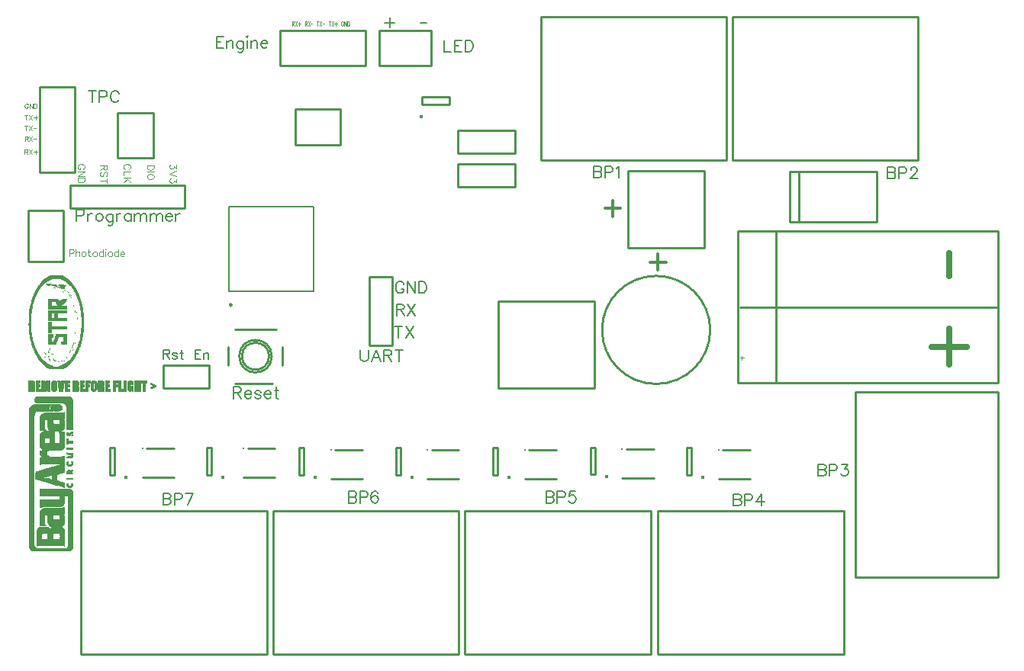
<source format=gbr>
%TF.GenerationSoftware,Novarm,DipTrace,3.3.0.1*%
%TF.CreationDate,2018-11-14T10:14:43-08:00*%
%FSLAX26Y26*%
%MOIN*%
%TF.FileFunction,Legend,Top*%
%TF.Part,Single*%
%ADD10C,0.009843*%
%ADD12C,0.003*%
%ADD13C,0.002625*%
%ADD51C,0.007874*%
%ADD57C,0.015401*%
%ADD63C,0.015422*%
%ADD65C,0.012501*%
%ADD143C,0.00772*%
%ADD145C,0.004632*%
%ADD146C,0.003088*%
%ADD147C,0.004374*%
%ADD148C,0.027791*%
%ADD149C,0.006176*%
%ADD150C,0.012351*%
G75*
G01*
%LPD*%
X3041333Y2194881D2*
D10*
X3375960D1*
Y2529527D1*
X3041333D1*
Y2194881D1*
X2929133Y1834654D2*
G02X2929133Y1834654I236220J0D01*
G01*
X3748743Y2307086D2*
X4126846D1*
X3748743Y2527558D2*
X4126846D1*
X3748743Y2307086D2*
Y2527558D1*
X4098987Y2307086D2*
X4130254D1*
Y2527558D1*
X4098987D1*
X3787933D2*
Y2307086D1*
X1911859Y2068490D2*
X2011859D1*
Y1768490D1*
X1911859D2*
X2011859D1*
X1911859Y2068490D2*
Y1768490D1*
X1588434Y2642040D2*
X1785284D1*
Y2799538D1*
X1588434D1*
Y2642040D1*
X3472889Y2577243D2*
Y3202243D1*
X2661889Y2577243D2*
X3472889D1*
X2661889D2*
Y3202243D1*
X3472889D1*
X4309523Y2577243D2*
Y3202243D1*
X3498523Y2577243D2*
X4309523D1*
X3498523D2*
Y3202243D1*
X4309523D1*
X4035432Y751991D2*
X4660432D1*
X4035432Y1562991D2*
Y751991D1*
Y1562991D2*
X4660432D1*
Y751991D1*
X3173251Y1043306D2*
Y418306D1*
X3984251Y1043306D2*
X3173251D1*
X3984251D2*
Y418306D1*
X3173251D1*
X2330731Y1043306D2*
Y418306D1*
X3141731Y1043306D2*
X2330731D1*
X3141731D2*
Y418306D1*
X2330731D1*
X1492149Y1043306D2*
Y418306D1*
X2303149Y1043306D2*
X1492149D1*
X2303149D2*
Y418306D1*
X1492149D1*
X653566Y1043306D2*
Y418306D1*
X1464566Y1043306D2*
X653566D1*
X1464566D2*
Y418306D1*
X653566D1*
X2549529Y2459842D2*
Y2559842D1*
X2299289D2*
X2549529D1*
X2299289Y2459842D2*
Y2559842D1*
Y2459842D2*
X2549529D1*
X2298895Y2707480D2*
Y2607480D1*
X2549135D2*
X2298895D1*
X2549135Y2707480D2*
Y2607480D1*
Y2707480D2*
X2298895D1*
X1106751Y2365460D2*
Y2465460D1*
X606751Y2365460D2*
X1106751D1*
X606751Y2465460D2*
X1106751D1*
X606751Y2365460D2*
Y2465460D1*
X4657480Y1604330D2*
X3521495D1*
Y2266039D1*
X4657480D1*
Y1604330D1*
Y1935052D2*
X3531492D1*
X3689053Y2265774D2*
Y1604330D1*
X1011860Y1681031D2*
Y1581031D1*
X1211860Y1681031D2*
X1011860D1*
X1211860D2*
Y1581031D1*
X1011860D1*
X1344294Y1719613D2*
G02X1344294Y1719613I70862J0D01*
G01*
X1505712Y1837731D2*
X1324602D1*
X1297031Y1759010D2*
Y1680241D1*
X1324602Y1601496D2*
X1489957D1*
X1533282Y1680241D2*
Y1759010D1*
X1356110Y1719626D2*
G02X1356110Y1719626I59046J0D01*
G01*
X1955322Y3142745D2*
X2181684D1*
Y2989202D1*
X1955322D1*
Y3142745D1*
X968831Y2586672D2*
X811333D1*
Y2783523D1*
X968831D1*
Y2586672D1*
X1300433Y2004560D2*
D51*
Y2372688D1*
X1668560D1*
Y2004560D1*
X1300433D1*
X1302392Y1943559D2*
D10*
G02X1302392Y1943559I4925J0D01*
G01*
D57*
X2138440Y2766835D3*
X2143702Y2820911D2*
D10*
X2261810D1*
X2143702Y2852391D2*
X2261810D1*
Y2820911D2*
Y2852391D1*
X2143702Y2820911D2*
Y2852391D1*
X471850Y2522426D2*
X625392D1*
Y2896470D1*
X471850D1*
Y2522426D1*
X2897047Y1581697D2*
X2476967D1*
Y1961616D1*
X2897047D1*
Y1581697D1*
X1523261Y3144313D2*
X1897305D1*
Y2990770D1*
X1523261D1*
Y3144313D1*
X421259Y2131897D2*
X574802D1*
Y2358259D1*
X421259D1*
Y2131897D1*
D63*
X2948566Y1193927D3*
X2898424Y1203128D2*
D10*
Y1321233D1*
X2878739D1*
Y1203128D1*
X2898424D1*
X3035434Y1312278D2*
X3154183D1*
X3016675Y1187276D2*
X3154183D1*
D65*
X3016683Y1312278D3*
D63*
X2523370Y1191355D3*
X2473228Y1200556D2*
D10*
Y1318661D1*
X2453542D1*
Y1200556D1*
X2473228D1*
X2610237Y1309706D2*
X2728987D1*
X2591479Y1184704D2*
X2728987D1*
D65*
X2591486Y1309706D3*
D63*
X3369826Y1191350D3*
X3319684Y1200550D2*
D10*
Y1318655D1*
X3299999D1*
Y1200550D1*
X3319684D1*
X3456694Y1309690D2*
X3575443D1*
X3437935Y1184688D2*
X3575443D1*
D65*
X3437942Y1309690D3*
D63*
X2098173Y1191355D3*
X2048031Y1200556D2*
D10*
Y1318661D1*
X2028346D1*
Y1200556D1*
X2048031D1*
X2185040Y1309706D2*
X2303790D1*
X2166282Y1184704D2*
X2303790D1*
D65*
X2166289Y1309706D3*
D63*
X1676913Y1191355D3*
X1626771Y1200556D2*
D10*
Y1318661D1*
X1607086D1*
Y1200556D1*
X1626771D1*
X1763780Y1309706D2*
X1882530D1*
X1745022Y1184704D2*
X1882530D1*
D65*
X1745029Y1309706D3*
D63*
X1273006Y1191355D3*
X1222864Y1200556D2*
D10*
Y1318661D1*
X1203179D1*
Y1200556D1*
X1222864D1*
X1381457Y1316674D2*
X1500207D1*
X1362699Y1191672D2*
X1500207D1*
D65*
X1362706Y1316674D3*
D63*
X848173Y1191355D3*
X798031Y1200556D2*
D10*
Y1318661D1*
X778346D1*
Y1200556D1*
X798031D1*
X940552Y1316661D2*
X1059301D1*
X921793Y1191659D2*
X1059301D1*
D65*
X921801Y1316661D3*
X424039Y1612705D2*
D13*
X443724D1*
X455535D2*
X473907D1*
X479157D2*
X493592D1*
X500154D2*
X515902D1*
X529025D2*
X538212D1*
X550023D2*
X560522D1*
X567083D2*
X578894D1*
X582831D2*
X601204D1*
X616952D2*
X635325D1*
X648448D2*
X666821D1*
X672070D2*
X691755D1*
X703566D2*
X712752D1*
X727188D2*
X746873D1*
X758684D2*
X777057D1*
X792805D2*
X812490D1*
X816427D2*
X826926D1*
X838737D2*
X849235D1*
X862359D2*
X871545D1*
X885981D2*
X896480D1*
X900417D2*
X912228D1*
X914852D2*
X939787D1*
X424039Y1611393D2*
X445434D1*
X455535D2*
X473907D1*
X479157D2*
X493795D1*
X500154D2*
X515902D1*
X527112D2*
X540731D1*
X550073D2*
X560970D1*
X567083D2*
X578446D1*
X582831D2*
X601204D1*
X616952D2*
X637238D1*
X648448D2*
X666821D1*
X672070D2*
X691755D1*
X701653D2*
X715271D1*
X727188D2*
X748583D1*
X758684D2*
X777057D1*
X792805D2*
X812490D1*
X816427D2*
X826926D1*
X838737D2*
X849235D1*
X860042D2*
X873907D1*
X885981D2*
X896480D1*
X900417D2*
X912228D1*
X914852D2*
X939787D1*
X424039Y1610081D2*
X446746D1*
X455535D2*
X473907D1*
X479157D2*
X494121D1*
X500154D2*
X515902D1*
X525469D2*
X542745D1*
X550241D2*
X561361D1*
X567083D2*
X578055D1*
X582831D2*
X601204D1*
X616952D2*
X638876D1*
X648448D2*
X666821D1*
X672070D2*
X691755D1*
X700010D2*
X717286D1*
X727188D2*
X749896D1*
X758684D2*
X777057D1*
X792805D2*
X812490D1*
X816427D2*
X826926D1*
X838737D2*
X849235D1*
X858136D2*
X875935D1*
X885981D2*
X896480D1*
X900417D2*
X912228D1*
X914852D2*
X939787D1*
X424039Y1608768D2*
X447696D1*
X455535D2*
X473907D1*
X479157D2*
X494460D1*
X500154D2*
X515902D1*
X524139D2*
X544226D1*
X550556D2*
X561610D1*
X567083D2*
X577806D1*
X582831D2*
X601204D1*
X616952D2*
X640160D1*
X648448D2*
X666821D1*
X672070D2*
X691755D1*
X698679D2*
X718767D1*
X727188D2*
X750846D1*
X758684D2*
X777057D1*
X792805D2*
X812490D1*
X816427D2*
X826926D1*
X838737D2*
X849235D1*
X856749D2*
X877474D1*
X885981D2*
X896480D1*
X900417D2*
X912228D1*
X914852D2*
X939787D1*
X424039Y1607456D2*
X448377D1*
X455535D2*
X473907D1*
X479157D2*
X494690D1*
X500149D2*
X515902D1*
X523107D2*
X545221D1*
X550892D2*
X561738D1*
X567083D2*
X577678D1*
X582831D2*
X601204D1*
X616952D2*
X641168D1*
X648448D2*
X666821D1*
X672070D2*
X691755D1*
X697648D2*
X719761D1*
X727188D2*
X751526D1*
X758684D2*
X777057D1*
X792805D2*
X812490D1*
X816427D2*
X826926D1*
X838737D2*
X849235D1*
X855779D2*
X878513D1*
X885981D2*
X896480D1*
X900417D2*
X912228D1*
X914852D2*
X939787D1*
X424039Y1606144D2*
X448899D1*
X455535D2*
X473907D1*
X479157D2*
X494817D1*
X500103D2*
X515902D1*
X522316D2*
X545900D1*
X551121D2*
X561796D1*
X567083D2*
X577620D1*
X582831D2*
X601204D1*
X616952D2*
X641538D1*
X648448D2*
X666821D1*
X672070D2*
X691755D1*
X696856D2*
X720440D1*
X727188D2*
X752049D1*
X758684D2*
X777057D1*
X792805D2*
X812490D1*
X816427D2*
X826926D1*
X838737D2*
X849235D1*
X855136D2*
X879215D1*
X885981D2*
X896480D1*
X900417D2*
X912228D1*
X914852D2*
X939787D1*
X424039Y1604831D2*
X434537D1*
X438216D2*
X449385D1*
X455535D2*
X473907D1*
X479157D2*
X494919D1*
X499936D2*
X515902D1*
X521752D2*
X531650D1*
X535329D2*
X546454D1*
X551243D2*
X561820D1*
X567078D2*
X577591D1*
X582831D2*
X601204D1*
X616952D2*
X627451D1*
X631130D2*
X641738D1*
X648448D2*
X666821D1*
X672070D2*
X691755D1*
X696293D2*
X706191D1*
X709870D2*
X720995D1*
X727188D2*
X737687D1*
X741366D2*
X752535D1*
X758684D2*
X777057D1*
X792805D2*
X812490D1*
X816427D2*
X826926D1*
X838737D2*
X849235D1*
X854778D2*
X864983D1*
X869123D2*
X879780D1*
X885981D2*
X896480D1*
X900417D2*
X912228D1*
X914852D2*
X939787D1*
X424039Y1603519D2*
X434537D1*
X438984D2*
X449796D1*
X455535D2*
X466033D1*
X479157D2*
X495109D1*
X499621D2*
X515902D1*
X521426D2*
X531650D1*
X536097D2*
X546892D1*
X551303D2*
X561829D1*
X567032D2*
X577536D1*
X582831D2*
X593330D1*
X616952D2*
X627451D1*
X631897D2*
X641828D1*
X648448D2*
X658947D1*
X672070D2*
X682569D1*
X695967D2*
X706191D1*
X710637D2*
X721433D1*
X727188D2*
X737687D1*
X742133D2*
X752945D1*
X758684D2*
X769183D1*
X792805D2*
X803304D1*
X816427D2*
X826926D1*
X838737D2*
X849235D1*
X854606D2*
X864983D1*
X869449D2*
X880223D1*
X885981D2*
X896480D1*
X900417D2*
X912228D1*
X922726D2*
X933225D1*
X424039Y1602207D2*
X434537D1*
X439423D2*
X450049D1*
X455535D2*
X466033D1*
X479157D2*
X495433D1*
X499285D2*
X515902D1*
X521266D2*
X531650D1*
X536536D2*
X547161D1*
X551373D2*
X561837D1*
X566865D2*
X577365D1*
X582831D2*
X593330D1*
X616952D2*
X627451D1*
X632337D2*
X641865D1*
X648448D2*
X658947D1*
X672070D2*
X682569D1*
X695807D2*
X706191D1*
X711077D2*
X721702D1*
X727188D2*
X737687D1*
X742573D2*
X753199D1*
X758684D2*
X769183D1*
X792805D2*
X803304D1*
X816427D2*
X826926D1*
X838737D2*
X849235D1*
X854532D2*
X864983D1*
X869788D2*
X880494D1*
X885981D2*
X896480D1*
X900417D2*
X912228D1*
X922726D2*
X933225D1*
X954222D2*
X958159D1*
X424039Y1600894D2*
X434537D1*
X439631D2*
X450136D1*
X455535D2*
X466033D1*
X479157D2*
X495772D1*
X499056D2*
X515902D1*
X521196D2*
X531650D1*
X536749D2*
X547298D1*
X551549D2*
X561885D1*
X566550D2*
X577050D1*
X582831D2*
X593330D1*
X616952D2*
X627451D1*
X632545D2*
X641879D1*
X648448D2*
X658947D1*
X672070D2*
X682569D1*
X695737D2*
X706191D1*
X711290D2*
X721838D1*
X727188D2*
X737687D1*
X742781D2*
X753285D1*
X758684D2*
X769183D1*
X792805D2*
X803304D1*
X816427D2*
X826926D1*
X838737D2*
X849235D1*
X854502D2*
X864983D1*
X870018D2*
X880631D1*
X885981D2*
X896490D1*
X900406D2*
X912228D1*
X922726D2*
X933225D1*
X954233D2*
X961283D1*
X424039Y1599582D2*
X434548D1*
X439662D2*
X450028D1*
X455535D2*
X466033D1*
X479157D2*
X496007D1*
X498929D2*
X515902D1*
X521168D2*
X531650D1*
X536842D2*
X547359D1*
X551866D2*
X562052D1*
X566214D2*
X576713D1*
X582831D2*
X593330D1*
X616952D2*
X627461D1*
X632575D2*
X641884D1*
X648448D2*
X658947D1*
X672070D2*
X682569D1*
X695709D2*
X706191D1*
X711382D2*
X721899D1*
X727188D2*
X737697D1*
X742812D2*
X753178D1*
X758684D2*
X769183D1*
X792805D2*
X803304D1*
X816427D2*
X826926D1*
X838737D2*
X849235D1*
X854491D2*
X864983D1*
X870141D2*
X880692D1*
X885981D2*
X896590D1*
X900306D2*
X912228D1*
X922726D2*
X933225D1*
X954340D2*
X964471D1*
X424039Y1598270D2*
X434647D1*
X439555D2*
X449733D1*
X455535D2*
X466033D1*
X479157D2*
X496180D1*
X498823D2*
X515902D1*
X521157D2*
X531650D1*
X536878D2*
X547383D1*
X552204D2*
X562367D1*
X565985D2*
X576484D1*
X582831D2*
X593330D1*
X616952D2*
X627561D1*
X632468D2*
X641875D1*
X648448D2*
X658947D1*
X672070D2*
X682569D1*
X695698D2*
X706191D1*
X711419D2*
X721924D1*
X727188D2*
X737797D1*
X742704D2*
X752883D1*
X758684D2*
X769183D1*
X792805D2*
X803304D1*
X816427D2*
X826926D1*
X838737D2*
X849235D1*
X854487D2*
X864983D1*
X870199D2*
X880718D1*
X885981D2*
X896828D1*
X900068D2*
X912228D1*
X922726D2*
X933225D1*
X954602D2*
X967700D1*
X424039Y1596957D2*
X434886D1*
X438751D2*
X449349D1*
X455535D2*
X466033D1*
X479157D2*
X496438D1*
X498598D2*
X515902D1*
X521153D2*
X531650D1*
X536892D2*
X547393D1*
X552433D2*
X562703D1*
X565863D2*
X576362D1*
X582831D2*
X593330D1*
X616952D2*
X627799D1*
X631665D2*
X641773D1*
X648448D2*
X658947D1*
X672070D2*
X682569D1*
X695694D2*
X706191D1*
X711433D2*
X721934D1*
X727188D2*
X738035D1*
X741901D2*
X752499D1*
X758684D2*
X769183D1*
X792805D2*
X803304D1*
X816427D2*
X826926D1*
X838737D2*
X849235D1*
X854485D2*
X864983D1*
X870233D2*
X880731D1*
X885981D2*
X897851D1*
X899045D2*
X912228D1*
X922726D2*
X933225D1*
X956006D2*
X970901D1*
X424039Y1595645D2*
X435909D1*
X436802D2*
X448856D1*
X455535D2*
X473907D1*
X479157D2*
X496911D1*
X498140D2*
X515902D1*
X521152D2*
X531650D1*
X536897D2*
X547396D1*
X552555D2*
X562932D1*
X565808D2*
X576306D1*
X582831D2*
X601204D1*
X616952D2*
X628822D1*
X629715D2*
X641527D1*
X648448D2*
X666821D1*
X672070D2*
X690443D1*
X695693D2*
X706191D1*
X711438D2*
X721937D1*
X727188D2*
X739058D1*
X739951D2*
X752005D1*
X758684D2*
X777057D1*
X792805D2*
X811178D1*
X816427D2*
X826926D1*
X838737D2*
X849235D1*
X854485D2*
X864983D1*
X885981D2*
X912228D1*
X922726D2*
X933225D1*
X958147D2*
X973857D1*
X424039Y1594333D2*
X448181D1*
X455535D2*
X473907D1*
X479157D2*
X515902D1*
X521152D2*
X531650D1*
X536899D2*
X547398D1*
X552616D2*
X563054D1*
X565785D2*
X576278D1*
X582831D2*
X601204D1*
X616952D2*
X640328D1*
X648448D2*
X666821D1*
X672070D2*
X690443D1*
X695692D2*
X706191D1*
X711439D2*
X721938D1*
X727188D2*
X751331D1*
X758684D2*
X777057D1*
X792805D2*
X811178D1*
X816427D2*
X826926D1*
X838737D2*
X849235D1*
X854485D2*
X864983D1*
X885981D2*
X912228D1*
X922726D2*
X933225D1*
X960858D2*
X976212D1*
X424039Y1593020D2*
X446703D1*
X455535D2*
X473907D1*
X479157D2*
X488343D1*
X490968D2*
X515902D1*
X521152D2*
X531650D1*
X536899D2*
X547398D1*
X552685D2*
X563109D1*
X565776D2*
X576223D1*
X582831D2*
X601204D1*
X616952D2*
X638614D1*
X648448D2*
X666821D1*
X672070D2*
X690443D1*
X695692D2*
X706191D1*
X711440D2*
X721939D1*
X727188D2*
X749852D1*
X758684D2*
X777057D1*
X792805D2*
X811178D1*
X816427D2*
X826926D1*
X838737D2*
X849235D1*
X854485D2*
X864983D1*
X885981D2*
X912228D1*
X922726D2*
X933225D1*
X963855D2*
X977998D1*
X424039Y1591708D2*
X445036D1*
X455535D2*
X473907D1*
X479157D2*
X488343D1*
X490968D2*
X515902D1*
X521151D2*
X531650D1*
X536899D2*
X547398D1*
X552861D2*
X563132D1*
X565773D2*
X576053D1*
X582831D2*
X601204D1*
X616952D2*
X636637D1*
X648448D2*
X666821D1*
X672070D2*
X690443D1*
X695692D2*
X706191D1*
X711440D2*
X721939D1*
X727188D2*
X748186D1*
X758684D2*
X777057D1*
X792805D2*
X811178D1*
X816427D2*
X826926D1*
X838737D2*
X849235D1*
X854485D2*
X864983D1*
X867608D2*
X880731D1*
X885981D2*
X912228D1*
X922726D2*
X933225D1*
X966924D2*
X978596D1*
X424039Y1590396D2*
X446298D1*
X455535D2*
X473907D1*
X479157D2*
X488343D1*
X490973D2*
X515902D1*
X521151D2*
X531650D1*
X536899D2*
X547398D1*
X553179D2*
X563146D1*
X565766D2*
X575737D1*
X582831D2*
X601204D1*
X616952D2*
X638796D1*
X648448D2*
X666821D1*
X672070D2*
X690443D1*
X695692D2*
X706191D1*
X711440D2*
X721939D1*
X727188D2*
X749448D1*
X758684D2*
X777057D1*
X792805D2*
X811178D1*
X816427D2*
X826926D1*
X838737D2*
X849235D1*
X854485D2*
X864983D1*
X867608D2*
X880731D1*
X885981D2*
X912228D1*
X922726D2*
X933225D1*
X969970D2*
X978974D1*
X424039Y1589083D2*
X447437D1*
X455535D2*
X473907D1*
X479157D2*
X488343D1*
X491019D2*
X515902D1*
X521151D2*
X531650D1*
X536899D2*
X547398D1*
X553516D2*
X563200D1*
X565716D2*
X575400D1*
X582831D2*
X601204D1*
X616952D2*
X640499D1*
X648448D2*
X666821D1*
X672070D2*
X690443D1*
X695692D2*
X706191D1*
X711440D2*
X721939D1*
X727188D2*
X750587D1*
X758684D2*
X777057D1*
X792805D2*
X811178D1*
X816427D2*
X826926D1*
X838737D2*
X849235D1*
X854485D2*
X864983D1*
X867608D2*
X880731D1*
X885981D2*
X912228D1*
X922726D2*
X933225D1*
X966847D2*
X978881D1*
X424039Y1587771D2*
X434537D1*
X438216D2*
X448384D1*
X455535D2*
X473907D1*
X479157D2*
X488343D1*
X491186D2*
X502779D1*
X505403D2*
X515902D1*
X521151D2*
X531650D1*
X536899D2*
X547398D1*
X553745D2*
X563404D1*
X565513D2*
X575171D1*
X582831D2*
X601204D1*
X616952D2*
X627451D1*
X631130D2*
X641693D1*
X648448D2*
X666821D1*
X672070D2*
X690443D1*
X695692D2*
X706191D1*
X711440D2*
X721939D1*
X727188D2*
X737687D1*
X741366D2*
X751533D1*
X758684D2*
X777057D1*
X792805D2*
X811178D1*
X816427D2*
X826926D1*
X838737D2*
X849235D1*
X854485D2*
X864983D1*
X867608D2*
X880731D1*
X885981D2*
X912228D1*
X922726D2*
X933225D1*
X963674D2*
X978116D1*
X424039Y1586459D2*
X434537D1*
X438984D2*
X449141D1*
X455535D2*
X466033D1*
X479157D2*
X488343D1*
X491501D2*
X502779D1*
X505403D2*
X515902D1*
X521151D2*
X531650D1*
X536899D2*
X547398D1*
X553867D2*
X563853D1*
X565064D2*
X575050D1*
X582831D2*
X593330D1*
X616952D2*
X627451D1*
X631897D2*
X642587D1*
X648448D2*
X658947D1*
X672070D2*
X682569D1*
X695692D2*
X706191D1*
X711440D2*
X721939D1*
X727188D2*
X737687D1*
X742133D2*
X752291D1*
X758684D2*
X769183D1*
X792805D2*
X803304D1*
X816427D2*
X826926D1*
X838737D2*
X849235D1*
X854485D2*
X864983D1*
X867608D2*
X880731D1*
X885981D2*
X896480D1*
X900417D2*
X912228D1*
X922726D2*
X933225D1*
X960588D2*
X976151D1*
X424039Y1585146D2*
X434537D1*
X439423D2*
X449692D1*
X455535D2*
X466033D1*
X479157D2*
X488343D1*
X491837D2*
X502779D1*
X505403D2*
X515902D1*
X521151D2*
X531650D1*
X536899D2*
X547398D1*
X553928D2*
X574994D1*
X582831D2*
X593330D1*
X616952D2*
X627451D1*
X632337D2*
X642902D1*
X648448D2*
X658947D1*
X672070D2*
X682569D1*
X695692D2*
X706191D1*
X711440D2*
X721939D1*
X727188D2*
X737687D1*
X742573D2*
X752841D1*
X758684D2*
X769183D1*
X792805D2*
X803304D1*
X816427D2*
X826926D1*
X838737D2*
X849235D1*
X854485D2*
X864983D1*
X870233D2*
X880731D1*
X885981D2*
X896480D1*
X900417D2*
X912228D1*
X922726D2*
X933225D1*
X957936D2*
X973626D1*
X424039Y1583834D2*
X434537D1*
X439637D2*
X450013D1*
X455535D2*
X466033D1*
X479157D2*
X488343D1*
X492066D2*
X502774D1*
X505403D2*
X515902D1*
X521151D2*
X531650D1*
X536899D2*
X547398D1*
X553997D2*
X574966D1*
X582831D2*
X593330D1*
X616952D2*
X627451D1*
X632550D2*
X643072D1*
X648448D2*
X658947D1*
X672070D2*
X682569D1*
X695692D2*
X706191D1*
X711440D2*
X721939D1*
X727188D2*
X737687D1*
X742786D2*
X753163D1*
X758684D2*
X769183D1*
X792805D2*
X803304D1*
X816427D2*
X826926D1*
X838737D2*
X849235D1*
X854485D2*
X864983D1*
X870233D2*
X880731D1*
X885981D2*
X896480D1*
X900417D2*
X912228D1*
X922726D2*
X933225D1*
X955789D2*
X970708D1*
X424039Y1582522D2*
X434537D1*
X439729D2*
X450172D1*
X455535D2*
X466033D1*
X479157D2*
X488343D1*
X492188D2*
X502727D1*
X505403D2*
X515902D1*
X521151D2*
X531650D1*
X536899D2*
X547398D1*
X554173D2*
X574911D1*
X582831D2*
X593330D1*
X616952D2*
X627451D1*
X632642D2*
X643149D1*
X648448D2*
X658947D1*
X672070D2*
X682569D1*
X695692D2*
X706191D1*
X711440D2*
X721939D1*
X727188D2*
X737687D1*
X742878D2*
X753321D1*
X758684D2*
X769183D1*
X792805D2*
X803304D1*
X816427D2*
X826926D1*
X838737D2*
X849235D1*
X854485D2*
X864983D1*
X870233D2*
X880731D1*
X885981D2*
X896480D1*
X900417D2*
X912228D1*
X922726D2*
X933225D1*
X954846D2*
X967583D1*
X424039Y1581209D2*
X434537D1*
X439765D2*
X450241D1*
X455535D2*
X466033D1*
X479157D2*
X488343D1*
X492243D2*
X502560D1*
X505403D2*
X515902D1*
X521151D2*
X531650D1*
X536894D2*
X547393D1*
X554491D2*
X574740D1*
X582831D2*
X593330D1*
X616952D2*
X627451D1*
X632674D2*
X643180D1*
X648448D2*
X658947D1*
X672070D2*
X682569D1*
X695692D2*
X706191D1*
X711435D2*
X721934D1*
X727188D2*
X737687D1*
X742915D2*
X753391D1*
X758684D2*
X769183D1*
X792805D2*
X803304D1*
X816427D2*
X826926D1*
X838737D2*
X849235D1*
X854485D2*
X864983D1*
X870228D2*
X880731D1*
X885981D2*
X896480D1*
X900417D2*
X912228D1*
X922726D2*
X933225D1*
X954511D2*
X964398D1*
X424039Y1579897D2*
X434537D1*
X439779D2*
X450269D1*
X455535D2*
X466033D1*
X479157D2*
X488343D1*
X492271D2*
X502246D1*
X505403D2*
X515902D1*
X521157D2*
X531660D1*
X536833D2*
X547347D1*
X554829D2*
X574425D1*
X582831D2*
X593330D1*
X616952D2*
X627461D1*
X632626D2*
X643192D1*
X648448D2*
X658947D1*
X672070D2*
X682569D1*
X695697D2*
X706201D1*
X711374D2*
X721888D1*
X727188D2*
X737687D1*
X742929D2*
X753419D1*
X758684D2*
X769183D1*
X792805D2*
X803304D1*
X816427D2*
X826926D1*
X838737D2*
X849235D1*
X854485D2*
X864994D1*
X870166D2*
X880731D1*
X885981D2*
X896480D1*
X900417D2*
X912228D1*
X922726D2*
X933225D1*
X954332D2*
X961249D1*
X424039Y1578585D2*
X434537D1*
X439784D2*
X450280D1*
X455535D2*
X466033D1*
X479157D2*
X488343D1*
X492326D2*
X501909D1*
X505403D2*
X515902D1*
X521203D2*
X531760D1*
X536679D2*
X547180D1*
X555058D2*
X574088D1*
X582831D2*
X593330D1*
X616952D2*
X627561D1*
X632478D2*
X643196D1*
X648448D2*
X658947D1*
X672070D2*
X682569D1*
X695743D2*
X706301D1*
X711220D2*
X721720D1*
X727188D2*
X737687D1*
X742934D2*
X753429D1*
X758684D2*
X769183D1*
X792805D2*
X803304D1*
X816427D2*
X826926D1*
X838737D2*
X849235D1*
X854490D2*
X865094D1*
X870012D2*
X880731D1*
X885981D2*
X896480D1*
X900417D2*
X912228D1*
X922726D2*
X933225D1*
X954222D2*
X958159D1*
X424039Y1577272D2*
X434537D1*
X439786D2*
X450283D1*
X455535D2*
X466033D1*
X479157D2*
X488343D1*
X492497D2*
X501681D1*
X505403D2*
X515902D1*
X521375D2*
X531999D1*
X535868D2*
X546860D1*
X555180D2*
X573859D1*
X582831D2*
X593330D1*
X616952D2*
X627799D1*
X631668D2*
X643198D1*
X648448D2*
X658947D1*
X672070D2*
X682569D1*
X695916D2*
X706539D1*
X710408D2*
X721401D1*
X727188D2*
X737687D1*
X742935D2*
X753433D1*
X758684D2*
X769183D1*
X792805D2*
X803304D1*
X816427D2*
X826926D1*
X838737D2*
X849235D1*
X854536D2*
X865332D1*
X869201D2*
X880731D1*
X885981D2*
X896480D1*
X900417D2*
X912228D1*
X922726D2*
X933225D1*
X424039Y1575960D2*
X434537D1*
X439786D2*
X450285D1*
X455535D2*
X475220D1*
X479157D2*
X488343D1*
X492812D2*
X501559D1*
X505403D2*
X515902D1*
X521741D2*
X533021D1*
X533916D2*
X546472D1*
X555240D2*
X573737D1*
X582831D2*
X602516D1*
X616952D2*
X628822D1*
X629717D2*
X643193D1*
X648448D2*
X668133D1*
X672070D2*
X682569D1*
X696281D2*
X707562D1*
X708457D2*
X721013D1*
X727188D2*
X737687D1*
X742936D2*
X753434D1*
X758684D2*
X778369D1*
X792805D2*
X803304D1*
X816427D2*
X834800D1*
X838737D2*
X849235D1*
X854708D2*
X866355D1*
X867249D2*
X880731D1*
X885981D2*
X896480D1*
X900417D2*
X912228D1*
X922726D2*
X933225D1*
X424039Y1574648D2*
X434537D1*
X439787D2*
X450285D1*
X455535D2*
X475220D1*
X479157D2*
X488343D1*
X493149D2*
X501498D1*
X505403D2*
X515902D1*
X522296D2*
X546025D1*
X555310D2*
X573682D1*
X582831D2*
X602516D1*
X616952D2*
X643142D1*
X648448D2*
X668133D1*
X672070D2*
X682569D1*
X696836D2*
X720566D1*
X727188D2*
X737687D1*
X742936D2*
X753435D1*
X758684D2*
X778369D1*
X792805D2*
X803304D1*
X816427D2*
X834800D1*
X838737D2*
X849235D1*
X855079D2*
X880731D1*
X885981D2*
X896480D1*
X900417D2*
X912228D1*
X922726D2*
X933225D1*
X424039Y1573335D2*
X434537D1*
X439787D2*
X450285D1*
X455535D2*
X475220D1*
X479157D2*
X488343D1*
X493378D2*
X501429D1*
X505403D2*
X515902D1*
X523062D2*
X545360D1*
X555486D2*
X573654D1*
X582831D2*
X602516D1*
X616952D2*
X642919D1*
X648448D2*
X668133D1*
X672070D2*
X682569D1*
X697603D2*
X719901D1*
X727188D2*
X737687D1*
X742936D2*
X753435D1*
X758684D2*
X778369D1*
X792805D2*
X803304D1*
X816427D2*
X834800D1*
X838737D2*
X849235D1*
X855685D2*
X880731D1*
X885981D2*
X896480D1*
X900417D2*
X912228D1*
X922726D2*
X933225D1*
X424039Y1572023D2*
X434537D1*
X439787D2*
X450285D1*
X455535D2*
X475220D1*
X479157D2*
X488343D1*
X493500D2*
X501252D1*
X505403D2*
X515902D1*
X524103D2*
X544335D1*
X555804D2*
X573595D1*
X582831D2*
X602516D1*
X616952D2*
X642494D1*
X648448D2*
X668133D1*
X672070D2*
X682569D1*
X698644D2*
X718876D1*
X727188D2*
X737687D1*
X742936D2*
X753435D1*
X758684D2*
X778369D1*
X792805D2*
X803304D1*
X816427D2*
X834800D1*
X838737D2*
X849235D1*
X856665D2*
X880731D1*
X885981D2*
X896480D1*
X900417D2*
X912228D1*
X922726D2*
X933225D1*
X424039Y1570710D2*
X434537D1*
X439787D2*
X450285D1*
X455535D2*
X475220D1*
X479157D2*
X488343D1*
X493556D2*
X500923D1*
X505403D2*
X515902D1*
X525460D2*
X542809D1*
X556144D2*
X573389D1*
X582831D2*
X602516D1*
X616952D2*
X641305D1*
X648448D2*
X668133D1*
X672070D2*
X682569D1*
X700000D2*
X717350D1*
X727188D2*
X737687D1*
X742936D2*
X753435D1*
X758684D2*
X778369D1*
X792805D2*
X803304D1*
X816427D2*
X834800D1*
X838737D2*
X849235D1*
X858183D2*
X880731D1*
X885981D2*
X896480D1*
X900417D2*
X912228D1*
X922726D2*
X933225D1*
X424039Y1569398D2*
X434537D1*
X439787D2*
X450285D1*
X455535D2*
X475220D1*
X479157D2*
X488343D1*
X493579D2*
X500532D1*
X505403D2*
X515902D1*
X527149D2*
X540686D1*
X556394D2*
X572939D1*
X582831D2*
X602516D1*
X616952D2*
X639738D1*
X648448D2*
X668133D1*
X672070D2*
X682569D1*
X701689D2*
X715227D1*
X727188D2*
X737687D1*
X742936D2*
X753435D1*
X758684D2*
X778369D1*
X792805D2*
X803304D1*
X816427D2*
X834800D1*
X838737D2*
X849235D1*
X860168D2*
X880731D1*
X885981D2*
X896480D1*
X900417D2*
X912228D1*
X922726D2*
X933225D1*
X424039Y1568086D2*
X434537D1*
X439787D2*
X450285D1*
X455535D2*
X475220D1*
X479157D2*
X488343D1*
X493592D2*
X500154D1*
X505403D2*
X515902D1*
X529025D2*
X538212D1*
X556585D2*
X572333D1*
X582831D2*
X602516D1*
X616952D2*
X637949D1*
X648448D2*
X668133D1*
X672070D2*
X682569D1*
X703566D2*
X712752D1*
X727188D2*
X737687D1*
X742936D2*
X753435D1*
X758684D2*
X778369D1*
X792805D2*
X803304D1*
X816427D2*
X834800D1*
X838737D2*
X849235D1*
X862359D2*
X868920D1*
X874170D2*
X880731D1*
X885981D2*
X896480D1*
X900417D2*
X912228D1*
X922726D2*
X933225D1*
X456228Y1542275D2*
D12*
X603228D1*
X453354Y1539275D2*
X608048D1*
X450867Y1536275D2*
X612105D1*
X448839Y1533275D2*
X501228D1*
X507228D2*
X613704D1*
X448219Y1530275D2*
X501228D1*
X507228D2*
X614575D1*
X448956Y1527275D2*
X501228D1*
X507228D2*
X614971D1*
X450192Y1524275D2*
X615133D1*
X453356Y1521275D2*
X615194D1*
X457532Y1518275D2*
X615216D1*
X462228Y1515275D2*
X615224D1*
X578512Y1512275D2*
X615226D1*
X447228Y1509275D2*
X558228D1*
X582765D2*
X615227D1*
X441006Y1506275D2*
X562486D1*
X586035D2*
X615227D1*
X435656Y1503275D2*
X516228D1*
X522228D2*
X565846D1*
X587172D2*
X615228D1*
X431507Y1500275D2*
X568443D1*
X587781D2*
X615228D1*
X428343Y1497275D2*
X513228D1*
X519228D2*
X569353D1*
X588054D2*
X615228D1*
X427247Y1494275D2*
X513228D1*
X519228D2*
X569732D1*
X588164D2*
X615228D1*
X426659Y1491275D2*
X513228D1*
X519228D2*
X569729D1*
X588205D2*
X615228D1*
X426395Y1488275D2*
X568493D1*
X588220D2*
X615228D1*
X426289Y1485275D2*
X564746D1*
X588225D2*
X615228D1*
X426249Y1482275D2*
X559092D1*
X588227D2*
X615228D1*
X426235Y1479275D2*
X528228D1*
X537228D2*
X552228D1*
X588227D2*
X615228D1*
X426230Y1476275D2*
X453354D1*
X579228D2*
D3*
X588227D2*
X615228D1*
X426228Y1473275D2*
X450855D1*
X495228D2*
X579228D1*
X588228D2*
X615228D1*
X426228Y1470275D2*
X449074D1*
X487162D2*
X579228D1*
X588228D2*
X615228D1*
X426228Y1467275D2*
X448061D1*
X481080D2*
X579228D1*
X588228D2*
X615228D1*
X426228Y1464275D2*
X447572D1*
X477040D2*
X579228D1*
X588228D2*
X615228D1*
X426228Y1461275D2*
X447360D1*
X474435D2*
X579228D1*
X588228D2*
X615228D1*
X426228Y1458275D2*
X447276D1*
X472809D2*
X579228D1*
X588228D2*
X615228D1*
X426228Y1455275D2*
X447245D1*
X471931D2*
X579216D1*
X588228D2*
X615228D1*
X426228Y1452275D2*
X447233D1*
X471516D2*
X579102D1*
X588228D2*
X615228D1*
X426228Y1449275D2*
X447229D1*
X471338D2*
X578638D1*
X588228D2*
X615228D1*
X426228Y1446275D2*
X447228D1*
X471268D2*
X577612D1*
X588228D2*
X615228D1*
X426228Y1443275D2*
X447228D1*
X471242D2*
X576228D1*
X588228D2*
X615228D1*
X426228Y1440275D2*
X447228D1*
X471232D2*
X492228D1*
X507228D2*
X528228D1*
X558228D2*
X577612D1*
X588228D2*
X615228D1*
X426228Y1437275D2*
X447228D1*
X471229D2*
X492228D1*
X507228D2*
X528239D1*
X558228D2*
X578474D1*
X588228D2*
X615228D1*
X426228Y1434275D2*
X447228D1*
X471228D2*
X492228D1*
X507228D2*
X528354D1*
X558228D2*
X578910D1*
X588228D2*
X615228D1*
X426228Y1431275D2*
X447228D1*
X471228D2*
X492228D1*
X507228D2*
X528817D1*
X558228D2*
X579103D1*
X588228D2*
X615228D1*
X426228Y1428275D2*
X447228D1*
X471228D2*
X492228D1*
X507228D2*
X529843D1*
X558228D2*
X579182D1*
X588228D2*
X615228D1*
X426228Y1425275D2*
X447228D1*
X471228D2*
X492228D1*
X507228D2*
X531228D1*
X558228D2*
X579211D1*
X588228D2*
X615228D1*
X426228Y1422275D2*
X447228D1*
X471228D2*
X492228D1*
X507228D2*
X579222D1*
X588228D2*
X615228D1*
X426228Y1419275D2*
X447228D1*
X471228D2*
X492228D1*
X507228D2*
X579226D1*
X588228D2*
X615228D1*
X426228Y1416275D2*
X447228D1*
X471228D2*
X492228D1*
X507228D2*
X579227D1*
X588228D2*
X615228D1*
X426228Y1413275D2*
X447228D1*
X471228D2*
X492239D1*
X507239D2*
X579227D1*
X588228D2*
X615228D1*
X426228Y1410275D2*
X447228D1*
X471228D2*
X492345D1*
X507345D2*
X579216D1*
X588228D2*
X615228D1*
X426228Y1407275D2*
X447228D1*
X471228D2*
X492739D1*
X507751D2*
X579087D1*
X588228D2*
X615228D1*
X426228Y1404275D2*
X447228D1*
X471228D2*
X493572D1*
X508698D2*
X578771D1*
X588228D2*
X615228D1*
X426228Y1401275D2*
X447228D1*
X471228D2*
X494812D1*
X510402D2*
X577112D1*
X588228D2*
X615228D1*
X426228Y1398275D2*
X447228D1*
X471228D2*
X496407D1*
X513022D2*
X571977D1*
X426228Y1395275D2*
X447228D1*
X482009D2*
X498228D1*
X516228D2*
X564357D1*
X426228Y1392275D2*
X447228D1*
X492228D2*
X555228D1*
X426228Y1389275D2*
X447228D1*
X485085D2*
X537228D1*
X555228D2*
X579228D1*
X609228D2*
X615228D1*
X426228Y1386275D2*
X447228D1*
X479617D2*
X537228D1*
X556612D2*
X579228D1*
X588228D2*
X597228D1*
X604634D2*
X615228D1*
X426228Y1383275D2*
X447228D1*
X475809D2*
X537228D1*
X557474D2*
X579228D1*
X588351D2*
X594228D1*
X600228D2*
X615228D1*
X426228Y1380275D2*
X447228D1*
X473022D2*
X537228D1*
X557910D2*
X579228D1*
X588816D2*
X609228D1*
X615228D2*
D3*
X426228Y1377275D2*
X447228D1*
X472093D2*
X537228D1*
X558103D2*
X579228D1*
X589843D2*
X606228D1*
X612228D2*
X615228D1*
X426228Y1374275D2*
X447228D1*
X471594D2*
X537228D1*
X558182D2*
X579228D1*
X591228D2*
X603228D1*
X609228D2*
X615228D1*
X426228Y1371275D2*
X447228D1*
X471370D2*
X537228D1*
X558211D2*
X579228D1*
X426228Y1368275D2*
X447228D1*
X471280D2*
X537228D1*
X558222D2*
X579228D1*
X426228Y1365275D2*
X447228D1*
X471246D2*
X537228D1*
X558226D2*
X579228D1*
X426228Y1362275D2*
X447228D1*
X471234D2*
X537228D1*
X558227D2*
X579228D1*
X426228Y1359275D2*
X447228D1*
X471230D2*
X492228D1*
X516228D2*
X537228D1*
X558227D2*
X579228D1*
X588228D2*
X594228D1*
X426228Y1356275D2*
X447228D1*
X471228D2*
X492228D1*
X516228D2*
X537228D1*
X558228D2*
X579228D1*
X588228D2*
X594228D1*
X426228Y1353275D2*
X447228D1*
X471228D2*
X492228D1*
X516228D2*
X537228D1*
X558228D2*
X579228D1*
X588228D2*
X594228D1*
X426228Y1350275D2*
X447228D1*
X471228D2*
X492228D1*
X516228D2*
X537228D1*
X558228D2*
X579228D1*
X588228D2*
X615228D1*
X426228Y1347275D2*
X447228D1*
X471228D2*
X492228D1*
X516228D2*
X537228D1*
X558228D2*
X579228D1*
X588228D2*
X615228D1*
X426228Y1344275D2*
X447228D1*
X471228D2*
X492228D1*
X516228D2*
X537228D1*
X558228D2*
X579228D1*
X588228D2*
X615228D1*
X426228Y1341275D2*
X447228D1*
X471228D2*
X579228D1*
X588228D2*
X594228D1*
X426228Y1338275D2*
X447228D1*
X471228D2*
X579228D1*
X588228D2*
X594228D1*
X426228Y1335275D2*
X447228D1*
X471228D2*
X579228D1*
X426228Y1332275D2*
X447228D1*
X471239D2*
X579228D1*
X426228Y1329275D2*
X447228D1*
X471345D2*
X579216D1*
X426228Y1326275D2*
X447228D1*
X471751D2*
X579099D1*
X426228Y1323275D2*
X447228D1*
X472715D2*
X578576D1*
X426228Y1320275D2*
X447228D1*
X474159D2*
X577569D1*
X588228D2*
X615228D1*
X426228Y1317275D2*
X447228D1*
X477891D2*
X574328D1*
X588228D2*
X615228D1*
X426228Y1314275D2*
X447228D1*
X483129D2*
X569707D1*
X588228D2*
X615228D1*
X426228Y1311275D2*
X447228D1*
X489228D2*
X564228D1*
X426228Y1308275D2*
X447228D1*
X471228D2*
X507703D1*
X426228Y1305275D2*
X447228D1*
X471228D2*
X505564D1*
X426228Y1302275D2*
X447228D1*
X471228D2*
X503840D1*
X426228Y1299275D2*
X447228D1*
X471239D2*
X502595D1*
X588228D2*
D3*
X426228Y1296275D2*
X447228D1*
X471356D2*
X501990D1*
X588228D2*
X615228D1*
X426228Y1293275D2*
X447228D1*
X471856D2*
X501862D1*
X588228D2*
X615228D1*
X426228Y1290275D2*
X447228D1*
X473074D2*
X503264D1*
X600790D2*
X615228D1*
X426228Y1287275D2*
X447228D1*
X475058D2*
X506796D1*
X612228D2*
X615216D1*
X426228Y1284275D2*
X447228D1*
X477545D2*
X511278D1*
X570228D2*
X579228D1*
X600790D2*
X615102D1*
X426228Y1281275D2*
X447228D1*
X480228D2*
X579228D1*
X588228D2*
X614638D1*
X426228Y1278275D2*
X447228D1*
X476073D2*
X579228D1*
X588228D2*
X613612D1*
X426228Y1275275D2*
X447228D1*
X472996D2*
X579228D1*
X588228D2*
X612228D1*
X426228Y1272275D2*
X447228D1*
X472057D2*
X579228D1*
X426228Y1269275D2*
X447228D1*
X471569D2*
X579228D1*
X426228Y1266275D2*
X447228D1*
X471358D2*
X579228D1*
X426228Y1263275D2*
X447228D1*
X471274D2*
X579228D1*
X426228Y1260275D2*
X447228D1*
X471244D2*
X579228D1*
X591228D2*
X597228D1*
X609228D2*
X615228D1*
X426228Y1257275D2*
X447228D1*
X471233D2*
X579228D1*
X589843D2*
X595821D1*
X610490D2*
X615228D1*
X426228Y1254275D2*
X447228D1*
X471229D2*
X579228D1*
X588993D2*
X594228D1*
X611240D2*
X615228D1*
X426228Y1251275D2*
X447228D1*
X471228D2*
X579228D1*
X588686D2*
X595821D1*
X610409D2*
X615204D1*
X426228Y1248275D2*
X447228D1*
X471228D2*
X474228D1*
X571023D2*
X579228D1*
X588761D2*
X597228D1*
X609228D2*
X614976D1*
X426228Y1245275D2*
X447228D1*
X561639D2*
X579228D1*
X590213D2*
X614431D1*
X426228Y1242275D2*
X447228D1*
X551091D2*
X579228D1*
X593491D2*
X612093D1*
X426228Y1239275D2*
X447228D1*
X539866D2*
X579228D1*
X597228D2*
X609228D1*
X426228Y1236275D2*
X447228D1*
X528443D2*
X579228D1*
X426228Y1233275D2*
X447228D1*
X516987D2*
X579228D1*
X426228Y1230275D2*
X447228D1*
X505368D2*
X579228D1*
X426228Y1227275D2*
X447228D1*
X493602D2*
X579228D1*
X426228Y1224275D2*
X447228D1*
X482053D2*
X579228D1*
X594228D2*
X603228D1*
X609228D2*
X615228D1*
X426228Y1221275D2*
X447228D1*
X471610D2*
X579228D1*
X591458D2*
X614454D1*
X426228Y1218275D2*
X447228D1*
X463495D2*
X579228D1*
X589407D2*
X612102D1*
X426228Y1215275D2*
X447228D1*
X457326D2*
X579228D1*
X588781D2*
X594228D1*
X603228D2*
X609228D1*
X426228Y1212275D2*
X447228D1*
X454835D2*
X579228D1*
X588455D2*
X612019D1*
X426228Y1209275D2*
X447228D1*
X453971D2*
X565072D1*
X588309D2*
X613874D1*
X426228Y1206275D2*
X447228D1*
X453529D2*
X555501D1*
X588228D2*
X615228D1*
X426228Y1203275D2*
X447228D1*
X453341D2*
X549210D1*
X426228Y1200275D2*
X447228D1*
X453268D2*
X518296D1*
X525228D2*
X547305D1*
X426228Y1197275D2*
X447228D1*
X453241D2*
X507758D1*
X525228D2*
X546711D1*
X426228Y1194275D2*
X447228D1*
X453232D2*
X496957D1*
X525228D2*
X546418D1*
X426228Y1191275D2*
X447228D1*
X453229D2*
X486228D1*
X525228D2*
X546297D1*
X426228Y1188275D2*
X447228D1*
X453228D2*
X497175D1*
X525228D2*
X546252D1*
X588228D2*
X615228D1*
X426228Y1185275D2*
X447228D1*
X453228D2*
X508155D1*
X525228D2*
X546259D1*
X588228D2*
X615228D1*
X426228Y1182275D2*
X447228D1*
X453228D2*
X519228D1*
X525228D2*
X546488D1*
X588228D2*
X615228D1*
X426228Y1179275D2*
X447228D1*
X467881D2*
X547048D1*
X426228Y1176275D2*
X447228D1*
X480712D2*
X549591D1*
X426228Y1173275D2*
X447228D1*
X492187D2*
X556597D1*
X426228Y1170275D2*
X447228D1*
X502835D2*
X566879D1*
X426228Y1167275D2*
X447228D1*
X513066D2*
X579228D1*
X426228Y1164275D2*
X447228D1*
X523286D2*
X579228D1*
X588228D2*
X597228D1*
X609228D2*
X615228D1*
X426228Y1161275D2*
X447228D1*
X533596D2*
X579228D1*
X588239D2*
X596047D1*
X610408D2*
X615228D1*
X426228Y1158275D2*
X447228D1*
X543800D2*
X579228D1*
X588368D2*
X596424D1*
X610031D2*
X615204D1*
X426228Y1155275D2*
X447228D1*
X553488D2*
X579228D1*
X588685D2*
X597228D1*
X609228D2*
X614976D1*
X426228Y1152275D2*
X447228D1*
X562406D2*
X579228D1*
X590188D2*
X614431D1*
X426228Y1149275D2*
X447228D1*
X570865D2*
X579228D1*
X593480D2*
X612093D1*
X426228Y1146275D2*
X447228D1*
X579228D2*
D3*
X597228D2*
X609228D1*
X426228Y1143275D2*
X447228D1*
X426228Y1140275D2*
X447228D1*
X471228D2*
X606228D1*
X426228Y1137275D2*
X447228D1*
X471228D2*
X610023D1*
X426228Y1134275D2*
X447228D1*
X471228D2*
X613076D1*
X426228Y1131275D2*
X447228D1*
X471228D2*
X614189D1*
X426228Y1128275D2*
X447228D1*
X471228D2*
X614788D1*
X426228Y1125275D2*
X447228D1*
X471228D2*
X615056D1*
X426228Y1122275D2*
X447228D1*
X471228D2*
X615165D1*
X426228Y1119275D2*
X447228D1*
X471228D2*
X615205D1*
X426228Y1116275D2*
X447228D1*
X471228D2*
X615220D1*
X426228Y1113275D2*
X447228D1*
X471228D2*
X615225D1*
X426228Y1110275D2*
X447228D1*
X471228D2*
X615227D1*
X426228Y1107275D2*
X447228D1*
X558228D2*
X579228D1*
X597228D2*
X615227D1*
X426228Y1104275D2*
X447228D1*
X558228D2*
X579228D1*
X597228D2*
X615227D1*
X426228Y1101275D2*
X447228D1*
X558228D2*
X579228D1*
X597228D2*
X615228D1*
X426228Y1098275D2*
X447228D1*
X558228D2*
X579228D1*
X597228D2*
X615228D1*
X426228Y1095275D2*
X447228D1*
X558228D2*
X579228D1*
X597228D2*
X615228D1*
X426228Y1092275D2*
X447228D1*
X471228D2*
X579228D1*
X597228D2*
X615228D1*
X426228Y1089275D2*
X447228D1*
X471228D2*
X579228D1*
X597228D2*
X615228D1*
X426228Y1086275D2*
X447228D1*
X471228D2*
X579228D1*
X597228D2*
X615228D1*
X426228Y1083275D2*
X447228D1*
X471228D2*
X579216D1*
X597228D2*
X615228D1*
X426228Y1080275D2*
X447228D1*
X471228D2*
X579099D1*
X597228D2*
X615228D1*
X426228Y1077275D2*
X447228D1*
X471228D2*
X578599D1*
X597228D2*
X615228D1*
X426228Y1074275D2*
X447228D1*
X471228D2*
X577369D1*
X597228D2*
X615228D1*
X426228Y1071275D2*
X447228D1*
X471228D2*
X575268D1*
X597228D2*
X615228D1*
X426228Y1068275D2*
X447228D1*
X471228D2*
X572295D1*
X597228D2*
X615228D1*
X426228Y1065275D2*
X447228D1*
X471228D2*
X568488D1*
X597228D2*
X615228D1*
X426228Y1062275D2*
X447228D1*
X471228D2*
X564228D1*
X597228D2*
X615228D1*
X426228Y1059275D2*
X447228D1*
X471228D2*
X483228D1*
X573228D2*
X579228D1*
X597228D2*
X615228D1*
X426228Y1056275D2*
X447228D1*
X492228D2*
X579228D1*
X597228D2*
X615228D1*
X426228Y1053275D2*
X447228D1*
X485085D2*
X579228D1*
X597228D2*
X615228D1*
X426228Y1050275D2*
X447228D1*
X479617D2*
X579228D1*
X597228D2*
X615228D1*
X426228Y1047275D2*
X447228D1*
X475809D2*
X579228D1*
X597228D2*
X615228D1*
X426228Y1044275D2*
X447228D1*
X473022D2*
X579228D1*
X597228D2*
X615228D1*
X426228Y1041275D2*
X447228D1*
X472093D2*
X579228D1*
X597228D2*
X615228D1*
X426228Y1038275D2*
X447228D1*
X471594D2*
X579216D1*
X597228D2*
X615228D1*
X426228Y1035275D2*
X447228D1*
X471370D2*
X579102D1*
X597228D2*
X615228D1*
X426228Y1032275D2*
X447228D1*
X471280D2*
X578638D1*
X597228D2*
X615228D1*
X426228Y1029275D2*
X447228D1*
X471246D2*
X577612D1*
X597228D2*
X615228D1*
X426228Y1026275D2*
X447228D1*
X471234D2*
X576228D1*
X597228D2*
X615228D1*
X426228Y1023275D2*
X447228D1*
X471230D2*
X492228D1*
X507228D2*
X528228D1*
X558228D2*
X577612D1*
X597228D2*
X615228D1*
X426228Y1020275D2*
X447228D1*
X471228D2*
X492228D1*
X507228D2*
X528228D1*
X558228D2*
X578474D1*
X597228D2*
X615228D1*
X426228Y1017275D2*
X447228D1*
X471228D2*
X492228D1*
X507228D2*
X528228D1*
X558228D2*
X578910D1*
X597228D2*
X615228D1*
X426228Y1014275D2*
X447228D1*
X471228D2*
X492228D1*
X507228D2*
X528228D1*
X558228D2*
X579103D1*
X597228D2*
X615228D1*
X426228Y1011275D2*
X447228D1*
X471228D2*
X492228D1*
X507228D2*
X528228D1*
X558228D2*
X579182D1*
X597228D2*
X615228D1*
X426228Y1008275D2*
X447228D1*
X471228D2*
X492228D1*
X507228D2*
X579211D1*
X597228D2*
X615228D1*
X426228Y1005275D2*
X447228D1*
X471228D2*
X492228D1*
X507228D2*
X579222D1*
X597228D2*
X615228D1*
X426228Y1002275D2*
X447228D1*
X471228D2*
X492228D1*
X507228D2*
X579226D1*
X597228D2*
X615228D1*
X426228Y999275D2*
X447228D1*
X471228D2*
X492228D1*
X507228D2*
X579227D1*
X597228D2*
X615228D1*
X426228Y996275D2*
X447228D1*
X471228D2*
X492239D1*
X507239D2*
X579227D1*
X597228D2*
X615228D1*
X426228Y993275D2*
X447228D1*
X471228D2*
X492356D1*
X507356D2*
X579204D1*
X597228D2*
X615228D1*
X426228Y990275D2*
X447228D1*
X471228D2*
X492855D1*
X507856D2*
X578981D1*
X597228D2*
X615228D1*
X426228Y987275D2*
X447228D1*
X471228D2*
X494063D1*
X509074D2*
X578454D1*
X597228D2*
X615228D1*
X426228Y984275D2*
X447228D1*
X471228D2*
X495981D1*
X511058D2*
X576236D1*
X597228D2*
X615228D1*
X426228Y981275D2*
X447228D1*
X471228D2*
X498228D1*
X513545D2*
X573358D1*
X597228D2*
X615228D1*
X426228Y978275D2*
X447228D1*
X516228D2*
X570228D1*
X597228D2*
X615228D1*
X426228Y975275D2*
X447228D1*
X597228D2*
X615228D1*
X426228Y972275D2*
X447228D1*
X468228D2*
X510228D1*
X522228D2*
X570228D1*
X597228D2*
X615228D1*
X426228Y969275D2*
X447228D1*
X465354D2*
X513228D1*
X522228D2*
X573664D1*
X597228D2*
X615228D1*
X426228Y966275D2*
X447228D1*
X462855D2*
X576694D1*
X597228D2*
X615228D1*
X426228Y963275D2*
X447228D1*
X461074D2*
X577980D1*
X597228D2*
X615228D1*
X426228Y960275D2*
X447228D1*
X460061D2*
X578689D1*
X597228D2*
X615228D1*
X426228Y957275D2*
X447228D1*
X459572D2*
X579015D1*
X597228D2*
X615228D1*
X426228Y954275D2*
X447228D1*
X459360D2*
X579148D1*
X597228D2*
X615228D1*
X426228Y951275D2*
X447228D1*
X459276D2*
X579199D1*
X597228D2*
X615228D1*
X426228Y948275D2*
X447228D1*
X459245D2*
X579218D1*
X597228D2*
X615228D1*
X426228Y945275D2*
X447228D1*
X459233D2*
X579224D1*
X597228D2*
X615228D1*
X426228Y942275D2*
X447228D1*
X459229D2*
X480817D1*
X507228D2*
X528228D1*
X557638D2*
X579227D1*
X597228D2*
X615228D1*
X426228Y939275D2*
X447228D1*
X459228D2*
X479063D1*
X507228D2*
X528228D1*
X559392D2*
X579227D1*
X597228D2*
X615228D1*
X426228Y936275D2*
X447228D1*
X459228D2*
X478070D1*
X507228D2*
X528228D1*
X560385D2*
X579227D1*
X597228D2*
X615228D1*
X426228Y933275D2*
X447228D1*
X459228D2*
X477697D1*
X507228D2*
X528228D1*
X560758D2*
X579228D1*
X597228D2*
X615228D1*
X426228Y930275D2*
X447228D1*
X459228D2*
X477949D1*
X507228D2*
X528228D1*
X560506D2*
X579228D1*
X597228D2*
X615228D1*
X426228Y927275D2*
X447228D1*
X459228D2*
X478889D1*
X507228D2*
X528228D1*
X559567D2*
X579228D1*
X597228D2*
X615228D1*
X426228Y924275D2*
X447228D1*
X459228D2*
X480228D1*
X507228D2*
X528228D1*
X558228D2*
X579228D1*
X597228D2*
X615228D1*
X426228Y921275D2*
X447228D1*
X459228D2*
X579228D1*
X597228D2*
X615228D1*
X426228Y918275D2*
X447228D1*
X459228D2*
X579228D1*
X597228D2*
X615228D1*
X426228Y915275D2*
X447228D1*
X459228D2*
X579228D1*
X597228D2*
X615228D1*
X426228Y912275D2*
X447228D1*
X459228D2*
X579228D1*
X597228D2*
X615228D1*
X426228Y909275D2*
X447228D1*
X459228D2*
X579228D1*
X597228D2*
X615228D1*
X426228Y906275D2*
X447228D1*
X459228D2*
X579228D1*
X597228D2*
X615228D1*
X426228Y903275D2*
X447228D1*
X459228D2*
X579228D1*
X597228D2*
X615228D1*
X426228Y900275D2*
X447228D1*
X459228D2*
X579228D1*
X597228D2*
X615228D1*
X426228Y897275D2*
X447228D1*
X459228D2*
X579228D1*
X597216D2*
X615228D1*
X426228Y894275D2*
X447251D1*
X459228D2*
X579228D1*
X597099D2*
X615228D1*
X426228Y891275D2*
X447485D1*
X459228D2*
D3*
X579228D2*
D3*
X596599D2*
X615228D1*
X426239Y888275D2*
X448048D1*
X595381D2*
X615228D1*
X426356Y885275D2*
X450789D1*
X593397D2*
X615216D1*
X426856Y882275D2*
X454708D1*
X590910D2*
X615087D1*
X428074Y879275D2*
X614771D1*
X430058Y876275D2*
X613268D1*
X432545Y873275D2*
X609975D1*
X435228Y870275D2*
X606228D1*
X518487Y2073771D2*
X569487D1*
X512602Y2070771D2*
X574450D1*
X506998Y2067771D2*
X579440D1*
X501834Y2064771D2*
X584384D1*
X497103Y2061771D2*
X588965D1*
X492844Y2058771D2*
X526142D1*
X559194D2*
X593123D1*
X489110Y2055771D2*
X517494D1*
X568307D2*
X596894D1*
X485759Y2052771D2*
X510749D1*
X575480D2*
X600135D1*
X482706Y2049771D2*
X505412D1*
X581186D2*
X602966D1*
X480024Y2046771D2*
X500875D1*
X585877D2*
X605738D1*
X477719Y2043771D2*
X496626D1*
X589874D2*
X608492D1*
X475491Y2040771D2*
X492635D1*
X593576D2*
X611039D1*
X473116Y2037771D2*
X489026D1*
X497487D2*
X521487D1*
X527487D2*
D3*
X597093D2*
X613289D1*
X470776Y2034771D2*
X485727D1*
X503622D2*
X515675D1*
X524487D2*
X539487D1*
X554487D2*
X575487D1*
X600215D2*
X615496D1*
X468633Y2031771D2*
X482694D1*
X508384D2*
X509487D1*
X521487D2*
X527487D1*
X539487D2*
X545487D1*
X551487D2*
X580269D1*
X602996D2*
X617862D1*
X466560Y2028771D2*
X480020D1*
X512487D2*
X515487D1*
X530499D2*
X539487D1*
X548487D2*
D3*
X556092D2*
X569487D1*
X575487D2*
X584487D1*
X605749D2*
X620188D1*
X464498Y2025771D2*
X477717D1*
X521487D2*
D3*
X539610D2*
X545487D1*
X561164D2*
X582076D1*
X608496D2*
X622237D1*
X462607Y2022771D2*
X475490D1*
X527487D2*
D3*
X549076D2*
X554487D1*
X566487D2*
X580311D1*
X611040D2*
X624032D1*
X460889Y2019771D2*
X473116D1*
X533487D2*
X539487D1*
X559102D2*
X579238D1*
X613278D2*
X625759D1*
X459196Y2016771D2*
X470788D1*
X545487D2*
D3*
X569487D2*
X578487D1*
X615390D2*
X627598D1*
X457369Y2013771D2*
X468739D1*
X617480D2*
X629551D1*
X455421Y2010771D2*
X466954D1*
X578487D2*
D3*
X587487D2*
D3*
X619470D2*
X631396D1*
X453590Y2007771D2*
X465322D1*
X575487D2*
D3*
X581487D2*
D3*
X621456D2*
X633084D1*
X451995Y2004771D2*
X463771D1*
X554487D2*
D3*
X572487D2*
D3*
X593487D2*
D3*
X623392D2*
X634665D1*
X450692Y2001771D2*
X462248D1*
X563487D2*
D3*
X575487D2*
D3*
X590487D2*
D3*
X596487D2*
D3*
X624981D2*
X636107D1*
X449586Y1998771D2*
X460743D1*
X572487D2*
D3*
X599487D2*
D3*
X626253D2*
X637336D1*
X448408Y1995771D2*
X459238D1*
X627511D2*
X638409D1*
X447089Y1992771D2*
X457739D1*
X628865D2*
X639574D1*
X445679Y1989771D2*
X456236D1*
X599487D2*
D3*
X605487D2*
D3*
X630288D2*
X640889D1*
X444225Y1986771D2*
X454739D1*
X601461D2*
X602487D1*
X608487D2*
D3*
X631759D2*
X642297D1*
X442836Y1983771D2*
X453248D1*
X603561D2*
X602487D1*
X633244D2*
X643750D1*
X441627Y1980771D2*
X451844D1*
X605946D2*
X605487D1*
X611487D2*
D3*
X634729D2*
X645139D1*
X440573Y1977771D2*
X450630D1*
X608487D2*
D3*
X636120D2*
X646347D1*
X439516Y1974771D2*
X449574D1*
X637239D2*
X647401D1*
X438585Y1971771D2*
X448505D1*
X509487D2*
X545487D1*
X584487D2*
X587487D1*
X611487D2*
D3*
X638018D2*
X648459D1*
X437896Y1968771D2*
X447480D1*
X509487D2*
X548487D1*
X575487D2*
X587487D1*
X638751D2*
X649378D1*
X437212Y1965771D2*
X446513D1*
X509487D2*
X551487D1*
X566487D2*
X587464D1*
X614487D2*
D3*
X639726D2*
X649974D1*
X436358Y1962771D2*
X445482D1*
X509487D2*
X587230D1*
X620487D2*
D3*
X640938D2*
X650381D1*
X435521Y1959771D2*
X444471D1*
X509487D2*
X586667D1*
X642215D2*
X650898D1*
X434872Y1956771D2*
X443510D1*
X509487D2*
X521487D1*
X542963D2*
X583801D1*
X623487D2*
D3*
X643376D2*
X651684D1*
X434203Y1953771D2*
X442481D1*
X509487D2*
X521487D1*
X543824D2*
X579489D1*
X644412D2*
X652580D1*
X433343Y1950771D2*
X441471D1*
X509487D2*
X521487D1*
X545099D2*
X574346D1*
X645462D2*
X653493D1*
X432415Y1947771D2*
X440510D1*
X509487D2*
X521487D1*
X546834D2*
X569710D1*
X626487D2*
D3*
X646391D2*
X654493D1*
X431489Y1944771D2*
X439492D1*
X509487D2*
X521487D1*
X549047D2*
X566020D1*
X620487D2*
D3*
X647080D2*
X655390D1*
X430485Y1941771D2*
X438588D1*
X509487D2*
X521487D1*
X551487D2*
X564589D1*
X620487D2*
D3*
X626487D2*
D3*
X647763D2*
X655978D1*
X429586Y1938771D2*
X438010D1*
X509487D2*
X587487D1*
X648617D2*
X656382D1*
X428997Y1935771D2*
X437710D1*
X509487D2*
X587487D1*
X623487D2*
D3*
X649442D2*
X656899D1*
X428593Y1932771D2*
X437564D1*
X509487D2*
X587487D1*
X649986D2*
X657673D1*
X428076Y1929771D2*
X437403D1*
X509487D2*
X587487D1*
X629487D2*
D3*
X650272D2*
X658463D1*
X427302Y1926771D2*
X437000D1*
X509487D2*
X587487D1*
X650414D2*
X658994D1*
X426512Y1923771D2*
X436273D1*
X650573D2*
X659286D1*
X425981Y1920771D2*
X435502D1*
X509487D2*
X587487D1*
X626487D2*
D3*
X650976D2*
X659520D1*
X425700Y1917771D2*
X434977D1*
X509487D2*
X587487D1*
X626487D2*
D3*
X651702D2*
X659955D1*
X425572Y1914771D2*
X434687D1*
X509487D2*
X587487D1*
X626487D2*
D3*
X632487D2*
D3*
X652473D2*
X660694D1*
X425519Y1911771D2*
X434454D1*
X509487D2*
X587487D1*
X632487D2*
D3*
X652997D2*
X661471D1*
X425499Y1908771D2*
X434019D1*
X509487D2*
X587487D1*
X653276D2*
X661997D1*
X425491Y1905771D2*
X433281D1*
X509487D2*
X521487D1*
X536487D2*
X548487D1*
X626487D2*
D3*
X653403D2*
X662276D1*
X425489Y1902771D2*
X432504D1*
X509487D2*
X521487D1*
X536487D2*
X548487D1*
X653456D2*
X662403D1*
X425488Y1899771D2*
X431978D1*
X509487D2*
X521487D1*
X536487D2*
X548487D1*
X635487D2*
D3*
X653488D2*
X662456D1*
X425488Y1896771D2*
X431699D1*
X509487D2*
X521487D1*
X536487D2*
X548487D1*
X653601D2*
X662476D1*
X425487Y1893771D2*
X431572D1*
X509487D2*
X521487D1*
X536487D2*
X548487D1*
X653986D2*
X662484D1*
X425487Y1890771D2*
X431519D1*
X509487D2*
X521487D1*
X536487D2*
X548487D1*
X635487D2*
D3*
X654705D2*
X662486D1*
X425487Y1887771D2*
X431499D1*
X509487D2*
X587487D1*
X635487D2*
D3*
X655474D2*
X662487D1*
X425487Y1884771D2*
X431491D1*
X509487D2*
X587487D1*
X635487D2*
D3*
X655998D2*
X662487D1*
X425487Y1881771D2*
X431489D1*
X509487D2*
X587487D1*
X656276D2*
X662487D1*
X425487Y1878771D2*
X431488D1*
X509487D2*
X587487D1*
X656403D2*
X662487D1*
X425487Y1875771D2*
X431488D1*
X509487D2*
X587487D1*
X656456D2*
X662487D1*
X425476Y1872771D2*
X431487D1*
X656476D2*
X662487D1*
X425361Y1869771D2*
X431487D1*
X509487D2*
X521487D1*
X656484D2*
X662487D1*
X424898Y1866771D2*
X431487D1*
X509487D2*
X521487D1*
X656486D2*
X662487D1*
X423872Y1863771D2*
X431487D1*
X509487D2*
X521487D1*
X656487D2*
X662487D1*
X422487Y1860771D2*
X431487D1*
X509487D2*
X521487D1*
X656487D2*
X662487D1*
X423872Y1857771D2*
X431487D1*
X509487D2*
X521487D1*
X656476D2*
X662487D1*
X424734Y1854771D2*
X431487D1*
X509487D2*
X521487D1*
X656370D2*
X662487D1*
X425170Y1851771D2*
X431487D1*
X509487D2*
X587487D1*
X655988D2*
X662487D1*
X425363Y1848771D2*
X431487D1*
X509487D2*
X587487D1*
X655269D2*
X662487D1*
X425442Y1845771D2*
X431487D1*
X509487D2*
X587487D1*
X654500D2*
X662487D1*
X425471Y1842771D2*
X431499D1*
X509487D2*
X587487D1*
X653977D2*
X662487D1*
X425482Y1839771D2*
X431605D1*
X509487D2*
X587487D1*
X653699D2*
X662487D1*
X425486Y1836771D2*
X431987D1*
X509487D2*
X521487D1*
X653572D2*
X662476D1*
X425487Y1833771D2*
X432705D1*
X509487D2*
X521487D1*
X635487D2*
D3*
X653507D2*
X662370D1*
X425487Y1830771D2*
X433475D1*
X509487D2*
X521487D1*
X653381D2*
X661988D1*
X425487Y1827771D2*
X433998D1*
X509487D2*
X521487D1*
X652992D2*
X661269D1*
X425499Y1824771D2*
X434288D1*
X509487D2*
X521487D1*
X626487D2*
D3*
X652271D2*
X660500D1*
X425605Y1821771D2*
X434520D1*
X626487D2*
D3*
X651501D2*
X659977D1*
X425987Y1818771D2*
X434955D1*
X650977D2*
X659687D1*
X426705Y1815771D2*
X435694D1*
X509487D2*
X530487D1*
X542487D2*
X587487D1*
X650699D2*
X659454D1*
X427475Y1812771D2*
X436471D1*
X509487D2*
X530487D1*
X542024D2*
X587487D1*
X626487D2*
D3*
X632487D2*
D3*
X650572D2*
X659019D1*
X428010Y1809771D2*
X436997D1*
X509487D2*
X530487D1*
X541268D2*
X587487D1*
X650507D2*
X658281D1*
X428393Y1806771D2*
X437276D1*
X509487D2*
X530487D1*
X540386D2*
X587487D1*
X650381D2*
X657504D1*
X428903Y1803771D2*
X437415D1*
X509487D2*
X521487D1*
X539467D2*
X551373D1*
X575487D2*
X587487D1*
X649992D2*
X656967D1*
X429674Y1800771D2*
X437573D1*
X509487D2*
X521487D1*
X538364D2*
X550977D1*
X575487D2*
X587487D1*
X649259D2*
X656582D1*
X430475Y1797771D2*
X437976D1*
X509487D2*
X521487D1*
X537085D2*
X550152D1*
X575487D2*
X587487D1*
X623487D2*
D3*
X629487D2*
D3*
X648383D2*
X656072D1*
X431111Y1794771D2*
X438713D1*
X509487D2*
X521487D1*
X535790D2*
X549001D1*
X575487D2*
X587487D1*
X647478D2*
X655301D1*
X431774Y1791771D2*
X439590D1*
X509487D2*
X521487D1*
X534714D2*
X547747D1*
X575487D2*
X587487D1*
X646469D2*
X654500D1*
X432633Y1788771D2*
X440497D1*
X509487D2*
X521487D1*
X534005D2*
X546594D1*
X575487D2*
X587487D1*
X645467D2*
X653864D1*
X433560Y1785771D2*
X441506D1*
X509487D2*
X521487D1*
X533487D2*
X545562D1*
X575487D2*
X587487D1*
X620487D2*
D3*
X626487D2*
D3*
X644509D2*
X653201D1*
X434486Y1782771D2*
X442508D1*
X509487D2*
X544512D1*
X566487D2*
X587487D1*
X643480D2*
X652354D1*
X435490Y1779771D2*
X443478D1*
X509487D2*
X543587D1*
X566487D2*
X587487D1*
X617487D2*
D3*
X626487D2*
D3*
X642471D2*
X651520D1*
X436389Y1776771D2*
X444600D1*
X509487D2*
X542957D1*
X566487D2*
X587487D1*
X617487D2*
D3*
X626487D2*
D3*
X641510D2*
X650871D1*
X436978Y1773771D2*
X445886D1*
X509487D2*
X542487D1*
X566487D2*
X587487D1*
X617487D2*
D3*
X640492D2*
X650203D1*
X437382Y1770771D2*
X447183D1*
X614487D2*
D3*
X623487D2*
D3*
X639577D2*
X649343D1*
X437911Y1767771D2*
X448263D1*
X614487D2*
D3*
X638893D2*
X648415D1*
X438790Y1764771D2*
X449027D1*
X614487D2*
D3*
X638199D2*
X647477D1*
X439974Y1761771D2*
X449754D1*
X620487D2*
D3*
X637240D2*
X646367D1*
X441329Y1758771D2*
X450727D1*
X611487D2*
D3*
X636022D2*
X645086D1*
X442761Y1755771D2*
X451950D1*
X515487D2*
D3*
X611487D2*
D3*
X617487D2*
D3*
X634653D2*
X643779D1*
X444143Y1752771D2*
X453320D1*
X515487D2*
D3*
X633204D2*
X642606D1*
X445349Y1749771D2*
X454770D1*
X512487D2*
D3*
X608487D2*
D3*
X614487D2*
D3*
X631727D2*
X641566D1*
X446402Y1746771D2*
X456247D1*
X515487D2*
D3*
X605487D2*
D3*
X614487D2*
D3*
X630232D2*
X640502D1*
X447470Y1743771D2*
X457742D1*
X488487D2*
D3*
X509487D2*
D3*
X605487D2*
D3*
X628737D2*
X639467D1*
X448507Y1740771D2*
X459237D1*
X503487D2*
D3*
X509487D2*
D3*
X602487D2*
D3*
X627236D2*
X638396D1*
X449579Y1737771D2*
X460739D1*
X491487D2*
D3*
X509487D2*
X512487D1*
X602487D2*
D3*
X625727D2*
X636982D1*
X450993Y1734771D2*
X462248D1*
X494487D2*
D3*
X500487D2*
D3*
X608487D2*
D3*
X624131D2*
X635253D1*
X452721Y1731771D2*
X463856D1*
X515487D2*
D3*
X521487D2*
X524487D1*
X599487D2*
D3*
X622345D2*
X633511D1*
X454463Y1728771D2*
X465736D1*
X494487D2*
X497487D1*
X521487D2*
X527487D1*
X596487D2*
D3*
X605487D2*
D3*
X620401D2*
X631865D1*
X456110Y1725771D2*
X467957D1*
X618470D2*
X630289D1*
X457686Y1722771D2*
X470235D1*
X500487D2*
D3*
X602487D2*
D3*
X616495D2*
X628747D1*
X459228Y1719771D2*
X472366D1*
X509487D2*
X512487D1*
X599487D2*
D3*
X614461D2*
X627138D1*
X460848Y1716771D2*
X474536D1*
X491487D2*
X494487D1*
X503487D2*
D3*
X509487D2*
D3*
X590487D2*
D3*
X612481D2*
X625347D1*
X462733Y1713771D2*
X476978D1*
X485487D2*
D3*
X524487D2*
D3*
X590487D2*
D3*
X610386D2*
X623401D1*
X464956Y1710771D2*
X479598D1*
X512487D2*
D3*
X530487D2*
D3*
X581487D2*
D3*
X607965D2*
X621470D1*
X467235Y1707771D2*
X482191D1*
X513883D2*
X515487D1*
X532461D2*
X533487D1*
X578487D2*
D3*
X605264D2*
X619483D1*
X469366Y1704771D2*
X484801D1*
X514811D2*
X515487D1*
X534561D2*
X533487D1*
X539487D2*
D3*
X575487D2*
D3*
X602399D2*
X617356D1*
X471536Y1701771D2*
X487730D1*
X515487D2*
D3*
X536946D2*
X536487D1*
X545487D2*
D3*
X566487D2*
X569487D1*
X581487D2*
D3*
X599443D2*
X615099D1*
X473990Y1698771D2*
X490980D1*
X539487D2*
X542487D1*
X575487D2*
X578487D1*
X596359D2*
X612668D1*
X476703Y1695771D2*
X494328D1*
X551487D2*
X554487D1*
X566487D2*
D3*
X592972D2*
X610196D1*
X479573Y1692771D2*
X497872D1*
X589139D2*
X607741D1*
X482519Y1689771D2*
X501817D1*
X584836D2*
X605121D1*
X485511Y1686771D2*
X506460D1*
X579753D2*
X602316D1*
X488609Y1683771D2*
X512597D1*
X573099D2*
X599294D1*
X492000Y1680771D2*
X520891D1*
X564403D2*
X595846D1*
X495835Y1677771D2*
X530487D1*
X554487D2*
X591749D1*
X500103Y1674771D2*
X587153D1*
X504835Y1671771D2*
X582389D1*
X510048Y1668771D2*
X577501D1*
X515487Y1665771D2*
X572487D1*
X424039Y1612705D2*
D13*
Y1611393D1*
Y1610081D1*
Y1608768D1*
Y1607456D1*
Y1606144D1*
Y1604831D1*
Y1603519D1*
Y1602207D1*
Y1600894D1*
Y1599582D1*
Y1598270D1*
Y1596957D1*
Y1595645D1*
Y1594333D1*
Y1593020D1*
Y1591708D1*
Y1590396D1*
Y1589083D1*
Y1587771D1*
Y1586459D1*
Y1585146D1*
Y1583834D1*
Y1582522D1*
Y1581209D1*
Y1579897D1*
Y1578585D1*
Y1577272D1*
Y1575960D1*
Y1574648D1*
Y1573335D1*
Y1572023D1*
Y1570710D1*
Y1569398D1*
Y1568086D1*
X443724Y1612705D2*
X445434Y1611393D1*
X446746Y1610081D1*
X447696Y1608768D1*
X448377Y1607456D1*
X448899Y1606144D1*
X449385Y1604831D1*
X449796Y1603519D1*
X450049Y1602207D1*
X450136Y1600894D1*
X450028Y1599582D1*
X449733Y1598270D1*
X449349Y1596957D1*
X448856Y1595645D1*
X448181Y1594333D1*
X446703Y1593020D1*
X445036Y1591708D1*
X446298Y1590396D1*
X447437Y1589083D1*
X448384Y1587771D1*
X449141Y1586459D1*
X449692Y1585146D1*
X450013Y1583834D1*
X450172Y1582522D1*
X450241Y1581209D1*
X450269Y1579897D1*
X450280Y1578585D1*
X450283Y1577272D1*
X450285Y1575960D1*
Y1574648D1*
Y1573335D1*
Y1572023D1*
Y1570710D1*
Y1569398D1*
Y1568086D1*
X455535Y1612705D2*
Y1611393D1*
Y1610081D1*
Y1608768D1*
Y1607456D1*
Y1606144D1*
Y1604831D1*
Y1603519D1*
Y1602207D1*
Y1600894D1*
Y1599582D1*
Y1598270D1*
Y1596957D1*
Y1595645D1*
Y1594333D1*
Y1593020D1*
Y1591708D1*
Y1590396D1*
Y1589083D1*
Y1587771D1*
Y1586459D1*
Y1585146D1*
Y1583834D1*
Y1582522D1*
Y1581209D1*
Y1579897D1*
Y1578585D1*
Y1577272D1*
Y1575960D1*
Y1574648D1*
Y1573335D1*
Y1572023D1*
Y1570710D1*
Y1569398D1*
Y1568086D1*
X473907Y1612705D2*
Y1611393D1*
Y1610081D1*
Y1608768D1*
Y1607456D1*
Y1606144D1*
Y1604831D1*
Y1603519D1*
X466033D1*
Y1602207D1*
Y1600894D1*
Y1599582D1*
Y1598270D1*
Y1596957D1*
Y1595645D1*
X473907D1*
Y1594333D1*
Y1593020D1*
Y1591708D1*
Y1590396D1*
Y1589083D1*
Y1587771D1*
Y1586459D1*
X466033D1*
Y1585146D1*
Y1583834D1*
Y1582522D1*
Y1581209D1*
Y1579897D1*
Y1578585D1*
Y1577272D1*
Y1575960D1*
X475220D1*
Y1574648D1*
Y1573335D1*
Y1572023D1*
Y1570710D1*
Y1569398D1*
Y1568086D1*
X479157Y1612705D2*
Y1611393D1*
Y1610081D1*
Y1608768D1*
Y1607456D1*
Y1606144D1*
Y1604831D1*
Y1603519D1*
Y1602207D1*
Y1600894D1*
Y1599582D1*
Y1598270D1*
Y1596957D1*
Y1595645D1*
Y1594333D1*
Y1593020D1*
Y1591708D1*
Y1590396D1*
Y1589083D1*
Y1587771D1*
Y1586459D1*
Y1585146D1*
Y1583834D1*
Y1582522D1*
Y1581209D1*
Y1579897D1*
Y1578585D1*
Y1577272D1*
Y1575960D1*
Y1574648D1*
Y1573335D1*
Y1572023D1*
Y1570710D1*
Y1569398D1*
Y1568086D1*
X493592Y1612705D2*
X493795Y1611393D1*
X494121Y1610081D1*
X494460Y1608768D1*
X494690Y1607456D1*
X494817Y1606144D1*
X494919Y1604831D1*
X495109Y1603519D1*
X495433Y1602207D1*
X495772Y1600894D1*
X496007Y1599582D1*
X496180Y1598270D1*
X496438Y1596957D1*
X496911Y1595645D1*
X497529Y1594333D1*
X500154Y1612705D2*
Y1611393D1*
Y1610081D1*
Y1608768D1*
X500149Y1607456D1*
X500103Y1606144D1*
X499936Y1604831D1*
X499621Y1603519D1*
X499285Y1602207D1*
X499056Y1600894D1*
X498929Y1599582D1*
X498823Y1598270D1*
X498598Y1596957D1*
X498140Y1595645D1*
X497529Y1594333D1*
X515902Y1612705D2*
Y1611393D1*
Y1610081D1*
Y1608768D1*
Y1607456D1*
Y1606144D1*
Y1604831D1*
Y1603519D1*
Y1602207D1*
Y1600894D1*
Y1599582D1*
Y1598270D1*
Y1596957D1*
Y1595645D1*
Y1594333D1*
Y1593020D1*
Y1591708D1*
Y1590396D1*
Y1589083D1*
Y1587771D1*
Y1586459D1*
Y1585146D1*
Y1583834D1*
Y1582522D1*
Y1581209D1*
Y1579897D1*
Y1578585D1*
Y1577272D1*
Y1575960D1*
Y1574648D1*
Y1573335D1*
Y1572023D1*
Y1570710D1*
Y1569398D1*
Y1568086D1*
X529025Y1612705D2*
X527112Y1611393D1*
X525469Y1610081D1*
X524139Y1608768D1*
X523107Y1607456D1*
X522316Y1606144D1*
X521752Y1604831D1*
X521426Y1603519D1*
X521266Y1602207D1*
X521196Y1600894D1*
X521168Y1599582D1*
X521157Y1598270D1*
X521153Y1596957D1*
X521152Y1595645D1*
Y1594333D1*
Y1593020D1*
X521151Y1591708D1*
Y1590396D1*
Y1589083D1*
Y1587771D1*
Y1586459D1*
Y1585146D1*
Y1583834D1*
Y1582522D1*
Y1581209D1*
X521157Y1579897D1*
X521203Y1578585D1*
X521375Y1577272D1*
X521741Y1575960D1*
X522296Y1574648D1*
X523062Y1573335D1*
X524103Y1572023D1*
X525460Y1570710D1*
X527149Y1569398D1*
X529025Y1568086D1*
X538212Y1612705D2*
X540731Y1611393D1*
X542745Y1610081D1*
X544226Y1608768D1*
X545221Y1607456D1*
X545900Y1606144D1*
X546454Y1604831D1*
X546892Y1603519D1*
X547161Y1602207D1*
X547298Y1600894D1*
X547359Y1599582D1*
X547383Y1598270D1*
X547393Y1596957D1*
X547396Y1595645D1*
X547398Y1594333D1*
Y1593020D1*
Y1591708D1*
Y1590396D1*
Y1589083D1*
Y1587771D1*
Y1586459D1*
Y1585146D1*
Y1583834D1*
Y1582522D1*
X547393Y1581209D1*
X547347Y1579897D1*
X547180Y1578585D1*
X546860Y1577272D1*
X546472Y1575960D1*
X546025Y1574648D1*
X545360Y1573335D1*
X544335Y1572023D1*
X542809Y1570710D1*
X540686Y1569398D1*
X538212Y1568086D1*
X550023Y1612705D2*
X550073Y1611393D1*
X550241Y1610081D1*
X550556Y1608768D1*
X550892Y1607456D1*
X551121Y1606144D1*
X551243Y1604831D1*
X551303Y1603519D1*
X551373Y1602207D1*
X551549Y1600894D1*
X551866Y1599582D1*
X552204Y1598270D1*
X552433Y1596957D1*
X552555Y1595645D1*
X552616Y1594333D1*
X552685Y1593020D1*
X552861Y1591708D1*
X553179Y1590396D1*
X553516Y1589083D1*
X553745Y1587771D1*
X553867Y1586459D1*
X553928Y1585146D1*
X553997Y1583834D1*
X554173Y1582522D1*
X554491Y1581209D1*
X554829Y1579897D1*
X555058Y1578585D1*
X555180Y1577272D1*
X555240Y1575960D1*
X555310Y1574648D1*
X555486Y1573335D1*
X555804Y1572023D1*
X556144Y1570710D1*
X556394Y1569398D1*
X556585Y1568086D1*
X560522Y1612705D2*
X560970Y1611393D1*
X561361Y1610081D1*
X561610Y1608768D1*
X561738Y1607456D1*
X561796Y1606144D1*
X561820Y1604831D1*
X561829Y1603519D1*
X561837Y1602207D1*
X561885Y1600894D1*
X562052Y1599582D1*
X562367Y1598270D1*
X562703Y1596957D1*
X562932Y1595645D1*
X563054Y1594333D1*
X563109Y1593020D1*
X563132Y1591708D1*
X563146Y1590396D1*
X563200Y1589083D1*
X563404Y1587771D1*
X563853Y1586459D1*
X564459Y1585146D1*
X567083Y1612705D2*
Y1611393D1*
Y1610081D1*
Y1608768D1*
Y1607456D1*
Y1606144D1*
X567078Y1604831D1*
X567032Y1603519D1*
X566865Y1602207D1*
X566550Y1600894D1*
X566214Y1599582D1*
X565985Y1598270D1*
X565863Y1596957D1*
X565808Y1595645D1*
X565785Y1594333D1*
X565776Y1593020D1*
X565773Y1591708D1*
X565766Y1590396D1*
X565716Y1589083D1*
X565513Y1587771D1*
X565064Y1586459D1*
X564459Y1585146D1*
X578894Y1612705D2*
X578446Y1611393D1*
X578055Y1610081D1*
X577806Y1608768D1*
X577678Y1607456D1*
X577620Y1606144D1*
X577591Y1604831D1*
X577536Y1603519D1*
X577365Y1602207D1*
X577050Y1600894D1*
X576713Y1599582D1*
X576484Y1598270D1*
X576362Y1596957D1*
X576306Y1595645D1*
X576278Y1594333D1*
X576223Y1593020D1*
X576053Y1591708D1*
X575737Y1590396D1*
X575400Y1589083D1*
X575171Y1587771D1*
X575050Y1586459D1*
X574994Y1585146D1*
X574966Y1583834D1*
X574911Y1582522D1*
X574740Y1581209D1*
X574425Y1579897D1*
X574088Y1578585D1*
X573859Y1577272D1*
X573737Y1575960D1*
X573682Y1574648D1*
X573654Y1573335D1*
X573595Y1572023D1*
X573389Y1570710D1*
X572939Y1569398D1*
X572333Y1568086D1*
X582831Y1612705D2*
Y1611393D1*
Y1610081D1*
Y1608768D1*
Y1607456D1*
Y1606144D1*
Y1604831D1*
Y1603519D1*
Y1602207D1*
Y1600894D1*
Y1599582D1*
Y1598270D1*
Y1596957D1*
Y1595645D1*
Y1594333D1*
Y1593020D1*
Y1591708D1*
Y1590396D1*
Y1589083D1*
Y1587771D1*
Y1586459D1*
Y1585146D1*
Y1583834D1*
Y1582522D1*
Y1581209D1*
Y1579897D1*
Y1578585D1*
Y1577272D1*
Y1575960D1*
Y1574648D1*
Y1573335D1*
Y1572023D1*
Y1570710D1*
Y1569398D1*
Y1568086D1*
X601204Y1612705D2*
Y1611393D1*
Y1610081D1*
Y1608768D1*
Y1607456D1*
Y1606144D1*
Y1604831D1*
Y1603519D1*
X593330D1*
Y1602207D1*
Y1600894D1*
Y1599582D1*
Y1598270D1*
Y1596957D1*
Y1595645D1*
X601204D1*
Y1594333D1*
Y1593020D1*
Y1591708D1*
Y1590396D1*
Y1589083D1*
Y1587771D1*
Y1586459D1*
X593330D1*
Y1585146D1*
Y1583834D1*
Y1582522D1*
Y1581209D1*
Y1579897D1*
Y1578585D1*
Y1577272D1*
Y1575960D1*
X602516D1*
Y1574648D1*
Y1573335D1*
Y1572023D1*
Y1570710D1*
Y1569398D1*
Y1568086D1*
X616952Y1612705D2*
Y1611393D1*
Y1610081D1*
Y1608768D1*
Y1607456D1*
Y1606144D1*
Y1604831D1*
Y1603519D1*
Y1602207D1*
Y1600894D1*
Y1599582D1*
Y1598270D1*
Y1596957D1*
Y1595645D1*
Y1594333D1*
Y1593020D1*
Y1591708D1*
Y1590396D1*
Y1589083D1*
Y1587771D1*
Y1586459D1*
Y1585146D1*
Y1583834D1*
Y1582522D1*
Y1581209D1*
Y1579897D1*
Y1578585D1*
Y1577272D1*
Y1575960D1*
Y1574648D1*
Y1573335D1*
Y1572023D1*
Y1570710D1*
Y1569398D1*
Y1568086D1*
X635325Y1612705D2*
X637238Y1611393D1*
X638876Y1610081D1*
X640160Y1608768D1*
X641168Y1607456D1*
X641538Y1606144D1*
X641738Y1604831D1*
X641828Y1603519D1*
X641865Y1602207D1*
X641879Y1600894D1*
X641884Y1599582D1*
X641875Y1598270D1*
X641773Y1596957D1*
X641527Y1595645D1*
X640328Y1594333D1*
X638614Y1593020D1*
X636637Y1591708D1*
X638796Y1590396D1*
X640499Y1589083D1*
X641693Y1587771D1*
X642587Y1586459D1*
X642902Y1585146D1*
X643072Y1583834D1*
X643149Y1582522D1*
X643180Y1581209D1*
X643192Y1579897D1*
X643196Y1578585D1*
X643198Y1577272D1*
X643193Y1575960D1*
X643142Y1574648D1*
X642919Y1573335D1*
X642494Y1572023D1*
X641305Y1570710D1*
X639738Y1569398D1*
X637949Y1568086D1*
X648448Y1612705D2*
Y1611393D1*
Y1610081D1*
Y1608768D1*
Y1607456D1*
Y1606144D1*
Y1604831D1*
Y1603519D1*
Y1602207D1*
Y1600894D1*
Y1599582D1*
Y1598270D1*
Y1596957D1*
Y1595645D1*
Y1594333D1*
Y1593020D1*
Y1591708D1*
Y1590396D1*
Y1589083D1*
Y1587771D1*
Y1586459D1*
Y1585146D1*
Y1583834D1*
Y1582522D1*
Y1581209D1*
Y1579897D1*
Y1578585D1*
Y1577272D1*
Y1575960D1*
Y1574648D1*
Y1573335D1*
Y1572023D1*
Y1570710D1*
Y1569398D1*
Y1568086D1*
X666821Y1612705D2*
Y1611393D1*
Y1610081D1*
Y1608768D1*
Y1607456D1*
Y1606144D1*
Y1604831D1*
Y1603519D1*
X658947D1*
Y1602207D1*
Y1600894D1*
Y1599582D1*
Y1598270D1*
Y1596957D1*
Y1595645D1*
X666821D1*
Y1594333D1*
Y1593020D1*
Y1591708D1*
Y1590396D1*
Y1589083D1*
Y1587771D1*
Y1586459D1*
X658947D1*
Y1585146D1*
Y1583834D1*
Y1582522D1*
Y1581209D1*
Y1579897D1*
Y1578585D1*
Y1577272D1*
Y1575960D1*
X668133D1*
Y1574648D1*
Y1573335D1*
Y1572023D1*
Y1570710D1*
Y1569398D1*
Y1568086D1*
X672070Y1612705D2*
Y1611393D1*
Y1610081D1*
Y1608768D1*
Y1607456D1*
Y1606144D1*
Y1604831D1*
Y1603519D1*
Y1602207D1*
Y1600894D1*
Y1599582D1*
Y1598270D1*
Y1596957D1*
Y1595645D1*
Y1594333D1*
Y1593020D1*
Y1591708D1*
Y1590396D1*
Y1589083D1*
Y1587771D1*
Y1586459D1*
Y1585146D1*
Y1583834D1*
Y1582522D1*
Y1581209D1*
Y1579897D1*
Y1578585D1*
Y1577272D1*
Y1575960D1*
Y1574648D1*
Y1573335D1*
Y1572023D1*
Y1570710D1*
Y1569398D1*
Y1568086D1*
X691755Y1612705D2*
Y1611393D1*
Y1610081D1*
Y1608768D1*
Y1607456D1*
Y1606144D1*
Y1604831D1*
Y1603519D1*
X682569D1*
Y1602207D1*
Y1600894D1*
Y1599582D1*
Y1598270D1*
Y1596957D1*
Y1595645D1*
X690443D1*
Y1594333D1*
Y1593020D1*
Y1591708D1*
Y1590396D1*
Y1589083D1*
Y1587771D1*
Y1586459D1*
X682569D1*
Y1585146D1*
Y1583834D1*
Y1582522D1*
Y1581209D1*
Y1579897D1*
Y1578585D1*
Y1577272D1*
Y1575960D1*
Y1574648D1*
Y1573335D1*
Y1572023D1*
Y1570710D1*
Y1569398D1*
Y1568086D1*
X703566Y1612705D2*
X701653Y1611393D1*
X700010Y1610081D1*
X698679Y1608768D1*
X697648Y1607456D1*
X696856Y1606144D1*
X696293Y1604831D1*
X695967Y1603519D1*
X695807Y1602207D1*
X695737Y1600894D1*
X695709Y1599582D1*
X695698Y1598270D1*
X695694Y1596957D1*
X695693Y1595645D1*
X695692Y1594333D1*
Y1593020D1*
Y1591708D1*
Y1590396D1*
Y1589083D1*
Y1587771D1*
Y1586459D1*
Y1585146D1*
Y1583834D1*
Y1582522D1*
Y1581209D1*
X695697Y1579897D1*
X695743Y1578585D1*
X695916Y1577272D1*
X696281Y1575960D1*
X696836Y1574648D1*
X697603Y1573335D1*
X698644Y1572023D1*
X700000Y1570710D1*
X701689Y1569398D1*
X703566Y1568086D1*
X712752Y1612705D2*
X715271Y1611393D1*
X717286Y1610081D1*
X718767Y1608768D1*
X719761Y1607456D1*
X720440Y1606144D1*
X720995Y1604831D1*
X721433Y1603519D1*
X721702Y1602207D1*
X721838Y1600894D1*
X721899Y1599582D1*
X721924Y1598270D1*
X721934Y1596957D1*
X721937Y1595645D1*
X721938Y1594333D1*
X721939Y1593020D1*
Y1591708D1*
Y1590396D1*
Y1589083D1*
Y1587771D1*
Y1586459D1*
Y1585146D1*
Y1583834D1*
Y1582522D1*
X721934Y1581209D1*
X721888Y1579897D1*
X721720Y1578585D1*
X721401Y1577272D1*
X721013Y1575960D1*
X720566Y1574648D1*
X719901Y1573335D1*
X718876Y1572023D1*
X717350Y1570710D1*
X715227Y1569398D1*
X712752Y1568086D1*
X727188Y1612705D2*
Y1611393D1*
Y1610081D1*
Y1608768D1*
Y1607456D1*
Y1606144D1*
Y1604831D1*
Y1603519D1*
Y1602207D1*
Y1600894D1*
Y1599582D1*
Y1598270D1*
Y1596957D1*
Y1595645D1*
Y1594333D1*
Y1593020D1*
Y1591708D1*
Y1590396D1*
Y1589083D1*
Y1587771D1*
Y1586459D1*
Y1585146D1*
Y1583834D1*
Y1582522D1*
Y1581209D1*
Y1579897D1*
Y1578585D1*
Y1577272D1*
Y1575960D1*
Y1574648D1*
Y1573335D1*
Y1572023D1*
Y1570710D1*
Y1569398D1*
Y1568086D1*
X746873Y1612705D2*
X748583Y1611393D1*
X749896Y1610081D1*
X750846Y1608768D1*
X751526Y1607456D1*
X752049Y1606144D1*
X752535Y1604831D1*
X752945Y1603519D1*
X753199Y1602207D1*
X753285Y1600894D1*
X753178Y1599582D1*
X752883Y1598270D1*
X752499Y1596957D1*
X752005Y1595645D1*
X751331Y1594333D1*
X749852Y1593020D1*
X748186Y1591708D1*
X749448Y1590396D1*
X750587Y1589083D1*
X751533Y1587771D1*
X752291Y1586459D1*
X752841Y1585146D1*
X753163Y1583834D1*
X753321Y1582522D1*
X753391Y1581209D1*
X753419Y1579897D1*
X753429Y1578585D1*
X753433Y1577272D1*
X753434Y1575960D1*
X753435Y1574648D1*
Y1573335D1*
Y1572023D1*
Y1570710D1*
Y1569398D1*
Y1568086D1*
X758684Y1612705D2*
Y1611393D1*
Y1610081D1*
Y1608768D1*
Y1607456D1*
Y1606144D1*
Y1604831D1*
Y1603519D1*
Y1602207D1*
Y1600894D1*
Y1599582D1*
Y1598270D1*
Y1596957D1*
Y1595645D1*
Y1594333D1*
Y1593020D1*
Y1591708D1*
Y1590396D1*
Y1589083D1*
Y1587771D1*
Y1586459D1*
Y1585146D1*
Y1583834D1*
Y1582522D1*
Y1581209D1*
Y1579897D1*
Y1578585D1*
Y1577272D1*
Y1575960D1*
Y1574648D1*
Y1573335D1*
Y1572023D1*
Y1570710D1*
Y1569398D1*
Y1568086D1*
X777057Y1612705D2*
Y1611393D1*
Y1610081D1*
Y1608768D1*
Y1607456D1*
Y1606144D1*
Y1604831D1*
Y1603519D1*
X769183D1*
Y1602207D1*
Y1600894D1*
Y1599582D1*
Y1598270D1*
Y1596957D1*
Y1595645D1*
X777057D1*
Y1594333D1*
Y1593020D1*
Y1591708D1*
Y1590396D1*
Y1589083D1*
Y1587771D1*
Y1586459D1*
X769183D1*
Y1585146D1*
Y1583834D1*
Y1582522D1*
Y1581209D1*
Y1579897D1*
Y1578585D1*
Y1577272D1*
Y1575960D1*
X778369D1*
Y1574648D1*
Y1573335D1*
Y1572023D1*
Y1570710D1*
Y1569398D1*
Y1568086D1*
X792805Y1612705D2*
Y1611393D1*
Y1610081D1*
Y1608768D1*
Y1607456D1*
Y1606144D1*
Y1604831D1*
Y1603519D1*
Y1602207D1*
Y1600894D1*
Y1599582D1*
Y1598270D1*
Y1596957D1*
Y1595645D1*
Y1594333D1*
Y1593020D1*
Y1591708D1*
Y1590396D1*
Y1589083D1*
Y1587771D1*
Y1586459D1*
Y1585146D1*
Y1583834D1*
Y1582522D1*
Y1581209D1*
Y1579897D1*
Y1578585D1*
Y1577272D1*
Y1575960D1*
Y1574648D1*
Y1573335D1*
Y1572023D1*
Y1570710D1*
Y1569398D1*
Y1568086D1*
X812490Y1612705D2*
Y1611393D1*
Y1610081D1*
Y1608768D1*
Y1607456D1*
Y1606144D1*
Y1604831D1*
Y1603519D1*
X803304D1*
Y1602207D1*
Y1600894D1*
Y1599582D1*
Y1598270D1*
Y1596957D1*
Y1595645D1*
X811178D1*
Y1594333D1*
Y1593020D1*
Y1591708D1*
Y1590396D1*
Y1589083D1*
Y1587771D1*
Y1586459D1*
X803304D1*
Y1585146D1*
Y1583834D1*
Y1582522D1*
Y1581209D1*
Y1579897D1*
Y1578585D1*
Y1577272D1*
Y1575960D1*
Y1574648D1*
Y1573335D1*
Y1572023D1*
Y1570710D1*
Y1569398D1*
Y1568086D1*
X816427Y1612705D2*
Y1611393D1*
Y1610081D1*
Y1608768D1*
Y1607456D1*
Y1606144D1*
Y1604831D1*
Y1603519D1*
Y1602207D1*
Y1600894D1*
Y1599582D1*
Y1598270D1*
Y1596957D1*
Y1595645D1*
Y1594333D1*
Y1593020D1*
Y1591708D1*
Y1590396D1*
Y1589083D1*
Y1587771D1*
Y1586459D1*
Y1585146D1*
Y1583834D1*
Y1582522D1*
Y1581209D1*
Y1579897D1*
Y1578585D1*
Y1577272D1*
Y1575960D1*
Y1574648D1*
Y1573335D1*
Y1572023D1*
Y1570710D1*
Y1569398D1*
Y1568086D1*
X826926Y1612705D2*
Y1611393D1*
Y1610081D1*
Y1608768D1*
Y1607456D1*
Y1606144D1*
Y1604831D1*
Y1603519D1*
Y1602207D1*
Y1600894D1*
Y1599582D1*
Y1598270D1*
Y1596957D1*
Y1595645D1*
Y1594333D1*
Y1593020D1*
Y1591708D1*
Y1590396D1*
Y1589083D1*
Y1587771D1*
Y1586459D1*
Y1585146D1*
Y1583834D1*
Y1582522D1*
Y1581209D1*
Y1579897D1*
Y1578585D1*
Y1577272D1*
Y1575960D1*
X834800D1*
Y1574648D1*
Y1573335D1*
Y1572023D1*
Y1570710D1*
Y1569398D1*
Y1568086D1*
X838737Y1612705D2*
Y1611393D1*
Y1610081D1*
Y1608768D1*
Y1607456D1*
Y1606144D1*
Y1604831D1*
Y1603519D1*
Y1602207D1*
Y1600894D1*
Y1599582D1*
Y1598270D1*
Y1596957D1*
Y1595645D1*
Y1594333D1*
Y1593020D1*
Y1591708D1*
Y1590396D1*
Y1589083D1*
Y1587771D1*
Y1586459D1*
Y1585146D1*
Y1583834D1*
Y1582522D1*
Y1581209D1*
Y1579897D1*
Y1578585D1*
Y1577272D1*
Y1575960D1*
Y1574648D1*
Y1573335D1*
Y1572023D1*
Y1570710D1*
Y1569398D1*
Y1568086D1*
X849235Y1612705D2*
Y1611393D1*
Y1610081D1*
Y1608768D1*
Y1607456D1*
Y1606144D1*
Y1604831D1*
Y1603519D1*
Y1602207D1*
Y1600894D1*
Y1599582D1*
Y1598270D1*
Y1596957D1*
Y1595645D1*
Y1594333D1*
Y1593020D1*
Y1591708D1*
Y1590396D1*
Y1589083D1*
Y1587771D1*
Y1586459D1*
Y1585146D1*
Y1583834D1*
Y1582522D1*
Y1581209D1*
Y1579897D1*
Y1578585D1*
Y1577272D1*
Y1575960D1*
Y1574648D1*
Y1573335D1*
Y1572023D1*
Y1570710D1*
Y1569398D1*
Y1568086D1*
X862359Y1612705D2*
X860042Y1611393D1*
X858136Y1610081D1*
X856749Y1608768D1*
X855779Y1607456D1*
X855136Y1606144D1*
X854778Y1604831D1*
X854606Y1603519D1*
X854532Y1602207D1*
X854502Y1600894D1*
X854491Y1599582D1*
X854487Y1598270D1*
X854485Y1596957D1*
Y1595645D1*
Y1594333D1*
Y1593020D1*
Y1591708D1*
Y1590396D1*
Y1589083D1*
Y1587771D1*
Y1586459D1*
Y1585146D1*
Y1583834D1*
Y1582522D1*
Y1581209D1*
Y1579897D1*
X854490Y1578585D1*
X854536Y1577272D1*
X854708Y1575960D1*
X855079Y1574648D1*
X855685Y1573335D1*
X856665Y1572023D1*
X858183Y1570710D1*
X860168Y1569398D1*
X862359Y1568086D1*
X871545Y1612705D2*
X873907Y1611393D1*
X875935Y1610081D1*
X877474Y1608768D1*
X878513Y1607456D1*
X879215Y1606144D1*
X879780Y1604831D1*
X880223Y1603519D1*
X880494Y1602207D1*
X880631Y1600894D1*
X880692Y1599582D1*
X880718Y1598270D1*
X880731Y1596957D1*
X885981Y1612705D2*
Y1611393D1*
Y1610081D1*
Y1608768D1*
Y1607456D1*
Y1606144D1*
Y1604831D1*
Y1603519D1*
Y1602207D1*
Y1600894D1*
Y1599582D1*
Y1598270D1*
Y1596957D1*
Y1595645D1*
Y1594333D1*
Y1593020D1*
Y1591708D1*
Y1590396D1*
Y1589083D1*
Y1587771D1*
Y1586459D1*
Y1585146D1*
Y1583834D1*
Y1582522D1*
Y1581209D1*
Y1579897D1*
Y1578585D1*
Y1577272D1*
Y1575960D1*
Y1574648D1*
Y1573335D1*
Y1572023D1*
Y1570710D1*
Y1569398D1*
Y1568086D1*
X896480Y1612705D2*
Y1611393D1*
Y1610081D1*
Y1608768D1*
Y1607456D1*
Y1606144D1*
Y1604831D1*
Y1603519D1*
Y1602207D1*
X896490Y1600894D1*
X896590Y1599582D1*
X896828Y1598270D1*
X897851Y1596957D1*
X899104Y1595645D1*
X900417Y1612705D2*
Y1611393D1*
Y1610081D1*
Y1608768D1*
Y1607456D1*
Y1606144D1*
Y1604831D1*
Y1603519D1*
Y1602207D1*
X900406Y1600894D1*
X900306Y1599582D1*
X900068Y1598270D1*
X899045Y1596957D1*
X897792Y1595645D1*
X912228Y1612705D2*
Y1611393D1*
Y1610081D1*
Y1608768D1*
Y1607456D1*
Y1606144D1*
Y1604831D1*
Y1603519D1*
Y1602207D1*
Y1600894D1*
Y1599582D1*
Y1598270D1*
Y1596957D1*
Y1595645D1*
Y1594333D1*
Y1593020D1*
Y1591708D1*
Y1590396D1*
Y1589083D1*
Y1587771D1*
Y1586459D1*
Y1585146D1*
Y1583834D1*
Y1582522D1*
Y1581209D1*
Y1579897D1*
Y1578585D1*
Y1577272D1*
Y1575960D1*
Y1574648D1*
Y1573335D1*
Y1572023D1*
Y1570710D1*
Y1569398D1*
Y1568086D1*
X914852Y1612705D2*
Y1611393D1*
Y1610081D1*
Y1608768D1*
Y1607456D1*
Y1606144D1*
Y1604831D1*
Y1603519D1*
X922726D1*
Y1602207D1*
Y1600894D1*
Y1599582D1*
Y1598270D1*
Y1596957D1*
Y1595645D1*
Y1594333D1*
Y1593020D1*
Y1591708D1*
Y1590396D1*
Y1589083D1*
Y1587771D1*
Y1586459D1*
Y1585146D1*
Y1583834D1*
Y1582522D1*
Y1581209D1*
Y1579897D1*
Y1578585D1*
Y1577272D1*
Y1575960D1*
Y1574648D1*
Y1573335D1*
Y1572023D1*
Y1570710D1*
Y1569398D1*
Y1568086D1*
X939787Y1612705D2*
Y1611393D1*
Y1610081D1*
Y1608768D1*
Y1607456D1*
Y1606144D1*
Y1604831D1*
Y1603519D1*
X933225D1*
Y1602207D1*
Y1600894D1*
Y1599582D1*
Y1598270D1*
Y1596957D1*
Y1595645D1*
Y1594333D1*
Y1593020D1*
Y1591708D1*
Y1590396D1*
Y1589083D1*
Y1587771D1*
Y1586459D1*
Y1585146D1*
Y1583834D1*
Y1582522D1*
Y1581209D1*
Y1579897D1*
Y1578585D1*
Y1577272D1*
Y1575960D1*
Y1574648D1*
Y1573335D1*
Y1572023D1*
Y1570710D1*
Y1569398D1*
Y1568086D1*
X434537Y1606144D2*
Y1604831D1*
Y1603519D1*
Y1602207D1*
Y1600894D1*
X434548Y1599582D1*
X434647Y1598270D1*
X434886Y1596957D1*
X435909Y1595645D1*
X437162Y1594333D1*
Y1606144D2*
X438216Y1604831D1*
X438984Y1603519D1*
X439423Y1602207D1*
X439631Y1600894D1*
X439662Y1599582D1*
X439555Y1598270D1*
X438751Y1596957D1*
X436802Y1595645D1*
X434537Y1594333D1*
X531650Y1606144D2*
Y1604831D1*
Y1603519D1*
Y1602207D1*
Y1600894D1*
Y1599582D1*
Y1598270D1*
Y1596957D1*
Y1595645D1*
Y1594333D1*
Y1593020D1*
Y1591708D1*
Y1590396D1*
Y1589083D1*
Y1587771D1*
Y1586459D1*
Y1585146D1*
Y1583834D1*
Y1582522D1*
Y1581209D1*
X531660Y1579897D1*
X531760Y1578585D1*
X531999Y1577272D1*
X533021Y1575960D1*
X534275Y1574648D1*
Y1606144D2*
X535329Y1604831D1*
X536097Y1603519D1*
X536536Y1602207D1*
X536749Y1600894D1*
X536842Y1599582D1*
X536878Y1598270D1*
X536892Y1596957D1*
X536897Y1595645D1*
X536899Y1594333D1*
Y1593020D1*
Y1591708D1*
Y1590396D1*
Y1589083D1*
Y1587771D1*
Y1586459D1*
Y1585146D1*
Y1583834D1*
Y1582522D1*
X536894Y1581209D1*
X536833Y1579897D1*
X536679Y1578585D1*
X535868Y1577272D1*
X533916Y1575960D1*
X531650Y1574648D1*
X627451Y1606144D2*
Y1604831D1*
Y1603519D1*
Y1602207D1*
Y1600894D1*
X627461Y1599582D1*
X627561Y1598270D1*
X627799Y1596957D1*
X628822Y1595645D1*
X630075Y1594333D1*
Y1606144D2*
X631130Y1604831D1*
X631897Y1603519D1*
X632337Y1602207D1*
X632545Y1600894D1*
X632575Y1599582D1*
X632468Y1598270D1*
X631665Y1596957D1*
X629715Y1595645D1*
X627451Y1594333D1*
X706191Y1606144D2*
Y1604831D1*
Y1603519D1*
Y1602207D1*
Y1600894D1*
Y1599582D1*
Y1598270D1*
Y1596957D1*
Y1595645D1*
Y1594333D1*
Y1593020D1*
Y1591708D1*
Y1590396D1*
Y1589083D1*
Y1587771D1*
Y1586459D1*
Y1585146D1*
Y1583834D1*
Y1582522D1*
Y1581209D1*
X706201Y1579897D1*
X706301Y1578585D1*
X706539Y1577272D1*
X707562Y1575960D1*
X708815Y1574648D1*
Y1606144D2*
X709870Y1604831D1*
X710637Y1603519D1*
X711077Y1602207D1*
X711290Y1600894D1*
X711382Y1599582D1*
X711419Y1598270D1*
X711433Y1596957D1*
X711438Y1595645D1*
X711439Y1594333D1*
X711440Y1593020D1*
Y1591708D1*
Y1590396D1*
Y1589083D1*
Y1587771D1*
Y1586459D1*
Y1585146D1*
Y1583834D1*
Y1582522D1*
X711435Y1581209D1*
X711374Y1579897D1*
X711220Y1578585D1*
X710408Y1577272D1*
X708457Y1575960D1*
X706191Y1574648D1*
X737687Y1606144D2*
Y1604831D1*
Y1603519D1*
Y1602207D1*
Y1600894D1*
X737697Y1599582D1*
X737797Y1598270D1*
X738035Y1596957D1*
X739058Y1595645D1*
X740312Y1594333D1*
Y1606144D2*
X741366Y1604831D1*
X742133Y1603519D1*
X742573Y1602207D1*
X742781Y1600894D1*
X742812Y1599582D1*
X742704Y1598270D1*
X741901Y1596957D1*
X739951Y1595645D1*
X737687Y1594333D1*
X864983Y1606144D2*
Y1604831D1*
Y1603519D1*
Y1602207D1*
Y1600894D1*
Y1599582D1*
Y1598270D1*
Y1596957D1*
Y1595645D1*
Y1594333D1*
Y1593020D1*
Y1591708D1*
Y1590396D1*
Y1589083D1*
Y1587771D1*
Y1586459D1*
Y1585146D1*
Y1583834D1*
Y1582522D1*
Y1581209D1*
X864994Y1579897D1*
X865094Y1578585D1*
X865332Y1577272D1*
X866355Y1575960D1*
X867608Y1574648D1*
X868920Y1606144D2*
X869123Y1604831D1*
X869449Y1603519D1*
X869788Y1602207D1*
X870018Y1600894D1*
X870141Y1599582D1*
X870199Y1598270D1*
X870233Y1596957D1*
X954222Y1602207D2*
X954233Y1600894D1*
X954340Y1599582D1*
X954602Y1598270D1*
X956006Y1596957D1*
X958147Y1595645D1*
X960858Y1594333D1*
X963855Y1593020D1*
X966924Y1591708D1*
X969970Y1590396D1*
X966847Y1589083D1*
X963674Y1587771D1*
X960588Y1586459D1*
X957936Y1585146D1*
X955789Y1583834D1*
X954846Y1582522D1*
X954511Y1581209D1*
X954332Y1579897D1*
X954222Y1578585D1*
X958159Y1602207D2*
X961283Y1600894D1*
X964471Y1599582D1*
X967700Y1598270D1*
X970901Y1596957D1*
X973857Y1595645D1*
X976212Y1594333D1*
X977998Y1593020D1*
X978596Y1591708D1*
X978974Y1590396D1*
X978881Y1589083D1*
X978116Y1587771D1*
X976151Y1586459D1*
X973626Y1585146D1*
X970708Y1583834D1*
X967583Y1582522D1*
X964398Y1581209D1*
X961249Y1579897D1*
X958159Y1578585D1*
X488343Y1594333D2*
Y1593020D1*
Y1591708D1*
Y1590396D1*
Y1589083D1*
Y1587771D1*
Y1586459D1*
Y1585146D1*
Y1583834D1*
Y1582522D1*
Y1581209D1*
Y1579897D1*
Y1578585D1*
Y1577272D1*
Y1575960D1*
Y1574648D1*
Y1573335D1*
Y1572023D1*
Y1570710D1*
Y1569398D1*
Y1568086D1*
X490968Y1594333D2*
Y1593020D1*
Y1591708D1*
X490973Y1590396D1*
X491019Y1589083D1*
X491186Y1587771D1*
X491501Y1586459D1*
X491837Y1585146D1*
X492066Y1583834D1*
X492188Y1582522D1*
X492243Y1581209D1*
X492271Y1579897D1*
X492326Y1578585D1*
X492497Y1577272D1*
X492812Y1575960D1*
X493149Y1574648D1*
X493378Y1573335D1*
X493500Y1572023D1*
X493556Y1570710D1*
X493579Y1569398D1*
X493592Y1568086D1*
X867608Y1591708D2*
Y1590396D1*
Y1589083D1*
Y1587771D1*
Y1586459D1*
Y1585146D1*
X870233D1*
Y1583834D1*
Y1582522D1*
X870228Y1581209D1*
X870166Y1579897D1*
X870012Y1578585D1*
X869201Y1577272D1*
X867249Y1575960D1*
X864983Y1574648D1*
X880731Y1591708D2*
Y1590396D1*
Y1589083D1*
Y1587771D1*
Y1586459D1*
Y1585146D1*
Y1583834D1*
Y1582522D1*
Y1581209D1*
Y1579897D1*
Y1578585D1*
Y1577272D1*
Y1575960D1*
Y1574648D1*
Y1573335D1*
Y1572023D1*
Y1570710D1*
Y1569398D1*
Y1568086D1*
X434537Y1589083D2*
Y1587771D1*
Y1586459D1*
Y1585146D1*
Y1583834D1*
Y1582522D1*
Y1581209D1*
Y1579897D1*
Y1578585D1*
Y1577272D1*
Y1575960D1*
Y1574648D1*
Y1573335D1*
Y1572023D1*
Y1570710D1*
Y1569398D1*
Y1568086D1*
X437162Y1589083D2*
X438216Y1587771D1*
X438984Y1586459D1*
X439423Y1585146D1*
X439637Y1583834D1*
X439729Y1582522D1*
X439765Y1581209D1*
X439779Y1579897D1*
X439784Y1578585D1*
X439786Y1577272D1*
Y1575960D1*
X439787Y1574648D1*
Y1573335D1*
Y1572023D1*
Y1570710D1*
Y1569398D1*
Y1568086D1*
X502779Y1589083D2*
Y1587771D1*
Y1586459D1*
Y1585146D1*
X502774Y1583834D1*
X502727Y1582522D1*
X502560Y1581209D1*
X502246Y1579897D1*
X501909Y1578585D1*
X501681Y1577272D1*
X501559Y1575960D1*
X501498Y1574648D1*
X501429Y1573335D1*
X501252Y1572023D1*
X500923Y1570710D1*
X500532Y1569398D1*
X500154Y1568086D1*
X505403Y1589083D2*
Y1587771D1*
Y1586459D1*
Y1585146D1*
Y1583834D1*
Y1582522D1*
Y1581209D1*
Y1579897D1*
Y1578585D1*
Y1577272D1*
Y1575960D1*
Y1574648D1*
Y1573335D1*
Y1572023D1*
Y1570710D1*
Y1569398D1*
Y1568086D1*
X627451Y1589083D2*
Y1587771D1*
Y1586459D1*
Y1585146D1*
Y1583834D1*
Y1582522D1*
Y1581209D1*
X627461Y1579897D1*
X627561Y1578585D1*
X627799Y1577272D1*
X628822Y1575960D1*
X630075Y1574648D1*
Y1589083D2*
X631130Y1587771D1*
X631897Y1586459D1*
X632337Y1585146D1*
X632550Y1583834D1*
X632642Y1582522D1*
X632674Y1581209D1*
X632626Y1579897D1*
X632478Y1578585D1*
X631668Y1577272D1*
X629717Y1575960D1*
X627451Y1574648D1*
X737687Y1589083D2*
Y1587771D1*
Y1586459D1*
Y1585146D1*
Y1583834D1*
Y1582522D1*
Y1581209D1*
Y1579897D1*
Y1578585D1*
Y1577272D1*
Y1575960D1*
Y1574648D1*
Y1573335D1*
Y1572023D1*
Y1570710D1*
Y1569398D1*
Y1568086D1*
X740312Y1589083D2*
X741366Y1587771D1*
X742133Y1586459D1*
X742573Y1585146D1*
X742786Y1583834D1*
X742878Y1582522D1*
X742915Y1581209D1*
X742929Y1579897D1*
X742934Y1578585D1*
X742935Y1577272D1*
X742936Y1575960D1*
Y1574648D1*
Y1573335D1*
Y1572023D1*
Y1570710D1*
Y1569398D1*
Y1568086D1*
X896480Y1587771D2*
Y1586459D1*
Y1585146D1*
Y1583834D1*
Y1582522D1*
Y1581209D1*
Y1579897D1*
Y1578585D1*
Y1577272D1*
Y1575960D1*
Y1574648D1*
Y1573335D1*
Y1572023D1*
Y1570710D1*
Y1569398D1*
Y1568086D1*
X900417Y1587771D2*
Y1586459D1*
Y1585146D1*
Y1583834D1*
Y1582522D1*
Y1581209D1*
Y1579897D1*
Y1578585D1*
Y1577272D1*
Y1575960D1*
Y1574648D1*
Y1573335D1*
Y1572023D1*
Y1570710D1*
Y1569398D1*
Y1568086D1*
X870233Y1569398D2*
X868920Y1568086D1*
X872857Y1569398D2*
X874170Y1568086D1*
X456228Y1542275D2*
D12*
X453354Y1539275D1*
X450867Y1536275D1*
X448839Y1533275D1*
X448219Y1530275D1*
X448956Y1527275D1*
X450192Y1524275D1*
X453356Y1521275D1*
X457532Y1518275D1*
X462228Y1515275D1*
X603228Y1542275D2*
X608048Y1539275D1*
X612105Y1536275D1*
X613704Y1533275D1*
X614575Y1530275D1*
X614971Y1527275D1*
X615133Y1524275D1*
X615194Y1521275D1*
X615216Y1518275D1*
X615224Y1515275D1*
X615226Y1512275D1*
X615227Y1509275D1*
Y1506275D1*
X615228Y1503275D1*
Y1500275D1*
Y1497275D1*
Y1494275D1*
Y1491275D1*
Y1488275D1*
Y1485275D1*
Y1482275D1*
Y1479275D1*
Y1476275D1*
Y1473275D1*
Y1470275D1*
Y1467275D1*
Y1464275D1*
Y1461275D1*
Y1458275D1*
Y1455275D1*
Y1452275D1*
Y1449275D1*
Y1446275D1*
Y1443275D1*
Y1440275D1*
Y1437275D1*
Y1434275D1*
Y1431275D1*
Y1428275D1*
Y1425275D1*
Y1422275D1*
Y1419275D1*
Y1416275D1*
Y1413275D1*
Y1410275D1*
Y1407275D1*
Y1404275D1*
Y1401275D1*
X501228Y1536275D2*
Y1533275D1*
Y1530275D1*
Y1527275D1*
X507228Y1536275D2*
Y1533275D1*
Y1530275D1*
Y1527275D1*
X573228Y1515275D2*
X578512Y1512275D1*
X582765Y1509275D1*
X586035Y1506275D1*
X587172Y1503275D1*
X587781Y1500275D1*
X588054Y1497275D1*
X588164Y1494275D1*
X588205Y1491275D1*
X588220Y1488275D1*
X588225Y1485275D1*
X588227Y1482275D1*
Y1479275D1*
Y1476275D1*
X588228Y1473275D1*
Y1470275D1*
Y1467275D1*
Y1464275D1*
Y1461275D1*
Y1458275D1*
Y1455275D1*
Y1452275D1*
Y1449275D1*
Y1446275D1*
Y1443275D1*
Y1440275D1*
Y1437275D1*
Y1434275D1*
Y1431275D1*
Y1428275D1*
Y1425275D1*
Y1422275D1*
Y1419275D1*
Y1416275D1*
Y1413275D1*
Y1410275D1*
Y1407275D1*
Y1404275D1*
Y1401275D1*
X447228Y1509275D2*
X441006Y1506275D1*
X435656Y1503275D1*
X431507Y1500275D1*
X428343Y1497275D1*
X427247Y1494275D1*
X426659Y1491275D1*
X426395Y1488275D1*
X426289Y1485275D1*
X426249Y1482275D1*
X426235Y1479275D1*
X426230Y1476275D1*
X426228Y1473275D1*
Y1470275D1*
Y1467275D1*
Y1464275D1*
Y1461275D1*
Y1458275D1*
Y1455275D1*
Y1452275D1*
Y1449275D1*
Y1446275D1*
Y1443275D1*
Y1440275D1*
Y1437275D1*
Y1434275D1*
Y1431275D1*
Y1428275D1*
Y1425275D1*
Y1422275D1*
Y1419275D1*
Y1416275D1*
Y1413275D1*
Y1410275D1*
Y1407275D1*
Y1404275D1*
Y1401275D1*
Y1398275D1*
Y1395275D1*
Y1392275D1*
Y1389275D1*
Y1386275D1*
Y1383275D1*
Y1380275D1*
Y1377275D1*
Y1374275D1*
Y1371275D1*
Y1368275D1*
Y1365275D1*
Y1362275D1*
Y1359275D1*
Y1356275D1*
Y1353275D1*
Y1350275D1*
Y1347275D1*
Y1344275D1*
Y1341275D1*
Y1338275D1*
Y1335275D1*
Y1332275D1*
Y1329275D1*
Y1326275D1*
Y1323275D1*
Y1320275D1*
Y1317275D1*
Y1314275D1*
Y1311275D1*
Y1308275D1*
Y1305275D1*
Y1302275D1*
Y1299275D1*
Y1296275D1*
Y1293275D1*
Y1290275D1*
Y1287275D1*
Y1284275D1*
Y1281275D1*
Y1278275D1*
Y1275275D1*
Y1272275D1*
Y1269275D1*
Y1266275D1*
Y1263275D1*
Y1260275D1*
Y1257275D1*
Y1254275D1*
Y1251275D1*
Y1248275D1*
Y1245275D1*
Y1242275D1*
Y1239275D1*
Y1236275D1*
Y1233275D1*
Y1230275D1*
Y1227275D1*
Y1224275D1*
Y1221275D1*
Y1218275D1*
Y1215275D1*
Y1212275D1*
Y1209275D1*
Y1206275D1*
Y1203275D1*
Y1200275D1*
Y1197275D1*
Y1194275D1*
Y1191275D1*
Y1188275D1*
Y1185275D1*
Y1182275D1*
Y1179275D1*
Y1176275D1*
Y1173275D1*
Y1170275D1*
Y1167275D1*
Y1164275D1*
Y1161275D1*
Y1158275D1*
Y1155275D1*
Y1152275D1*
Y1149275D1*
Y1146275D1*
Y1143275D1*
Y1140275D1*
Y1137275D1*
Y1134275D1*
Y1131275D1*
Y1128275D1*
Y1125275D1*
Y1122275D1*
Y1119275D1*
Y1116275D1*
Y1113275D1*
Y1110275D1*
Y1107275D1*
Y1104275D1*
Y1101275D1*
Y1098275D1*
Y1095275D1*
Y1092275D1*
Y1089275D1*
Y1086275D1*
Y1083275D1*
Y1080275D1*
Y1077275D1*
Y1074275D1*
Y1071275D1*
Y1068275D1*
Y1065275D1*
Y1062275D1*
Y1059275D1*
Y1056275D1*
Y1053275D1*
Y1050275D1*
Y1047275D1*
Y1044275D1*
Y1041275D1*
Y1038275D1*
Y1035275D1*
Y1032275D1*
Y1029275D1*
Y1026275D1*
Y1023275D1*
Y1020275D1*
Y1017275D1*
Y1014275D1*
Y1011275D1*
Y1008275D1*
Y1005275D1*
Y1002275D1*
Y999275D1*
Y996275D1*
Y993275D1*
Y990275D1*
Y987275D1*
Y984275D1*
Y981275D1*
Y978275D1*
Y975275D1*
Y972275D1*
Y969275D1*
Y966275D1*
Y963275D1*
Y960275D1*
Y957275D1*
Y954275D1*
Y951275D1*
Y948275D1*
Y945275D1*
Y942275D1*
Y939275D1*
Y936275D1*
Y933275D1*
Y930275D1*
Y927275D1*
Y924275D1*
Y921275D1*
Y918275D1*
Y915275D1*
Y912275D1*
Y909275D1*
Y906275D1*
Y903275D1*
Y900275D1*
Y897275D1*
Y894275D1*
Y891275D1*
X426239Y888275D1*
X426356Y885275D1*
X426856Y882275D1*
X428074Y879275D1*
X430058Y876275D1*
X432545Y873275D1*
X435228Y870275D1*
X558228Y1509275D2*
X562486Y1506275D1*
X565846Y1503275D1*
X568443Y1500275D1*
X569353Y1497275D1*
X569732Y1494275D1*
X569729Y1491275D1*
X568493Y1488275D1*
X564746Y1485275D1*
X559092Y1482275D1*
X552228Y1479275D1*
X519228Y1506275D2*
X516228Y1503275D1*
X519228Y1506275D2*
X522228Y1503275D1*
X513228Y1500275D2*
Y1497275D1*
Y1494275D1*
Y1491275D1*
X519228Y1500275D2*
Y1497275D1*
Y1494275D1*
Y1491275D1*
X531228Y1482275D2*
X528228Y1479275D1*
X534228Y1482275D2*
X537228Y1479275D1*
X456228D2*
X453354Y1476275D1*
X450855Y1473275D1*
X449074Y1470275D1*
X448061Y1467275D1*
X447572Y1464275D1*
X447360Y1461275D1*
X447276Y1458275D1*
X447245Y1455275D1*
X447233Y1452275D1*
X447229Y1449275D1*
X447228Y1446275D1*
Y1443275D1*
Y1440275D1*
Y1437275D1*
Y1434275D1*
Y1431275D1*
Y1428275D1*
Y1425275D1*
Y1422275D1*
Y1419275D1*
Y1416275D1*
Y1413275D1*
Y1410275D1*
Y1407275D1*
Y1404275D1*
Y1401275D1*
Y1398275D1*
Y1395275D1*
Y1392275D1*
Y1389275D1*
Y1386275D1*
Y1383275D1*
Y1380275D1*
Y1377275D1*
Y1374275D1*
Y1371275D1*
Y1368275D1*
Y1365275D1*
Y1362275D1*
Y1359275D1*
Y1356275D1*
Y1353275D1*
Y1350275D1*
Y1347275D1*
Y1344275D1*
Y1341275D1*
Y1338275D1*
Y1335275D1*
Y1332275D1*
Y1329275D1*
Y1326275D1*
Y1323275D1*
Y1320275D1*
Y1317275D1*
Y1314275D1*
Y1311275D1*
Y1308275D1*
Y1305275D1*
Y1302275D1*
Y1299275D1*
Y1296275D1*
Y1293275D1*
Y1290275D1*
Y1287275D1*
Y1284275D1*
Y1281275D1*
Y1278275D1*
Y1275275D1*
Y1272275D1*
Y1269275D1*
Y1266275D1*
Y1263275D1*
Y1260275D1*
Y1257275D1*
Y1254275D1*
Y1251275D1*
Y1248275D1*
Y1245275D1*
Y1242275D1*
Y1239275D1*
Y1236275D1*
Y1233275D1*
Y1230275D1*
Y1227275D1*
Y1224275D1*
Y1221275D1*
Y1218275D1*
Y1215275D1*
Y1212275D1*
Y1209275D1*
Y1206275D1*
Y1203275D1*
Y1200275D1*
Y1197275D1*
Y1194275D1*
Y1191275D1*
Y1188275D1*
Y1185275D1*
Y1182275D1*
Y1179275D1*
Y1176275D1*
Y1173275D1*
Y1170275D1*
Y1167275D1*
Y1164275D1*
Y1161275D1*
Y1158275D1*
Y1155275D1*
Y1152275D1*
Y1149275D1*
Y1146275D1*
Y1143275D1*
Y1140275D1*
Y1137275D1*
Y1134275D1*
Y1131275D1*
Y1128275D1*
Y1125275D1*
Y1122275D1*
Y1119275D1*
Y1116275D1*
Y1113275D1*
Y1110275D1*
Y1107275D1*
Y1104275D1*
Y1101275D1*
Y1098275D1*
Y1095275D1*
Y1092275D1*
Y1089275D1*
Y1086275D1*
Y1083275D1*
Y1080275D1*
Y1077275D1*
Y1074275D1*
Y1071275D1*
Y1068275D1*
Y1065275D1*
Y1062275D1*
Y1059275D1*
Y1056275D1*
Y1053275D1*
Y1050275D1*
Y1047275D1*
Y1044275D1*
Y1041275D1*
Y1038275D1*
Y1035275D1*
Y1032275D1*
Y1029275D1*
Y1026275D1*
Y1023275D1*
Y1020275D1*
Y1017275D1*
Y1014275D1*
Y1011275D1*
Y1008275D1*
Y1005275D1*
Y1002275D1*
Y999275D1*
Y996275D1*
Y993275D1*
Y990275D1*
Y987275D1*
Y984275D1*
Y981275D1*
Y978275D1*
Y975275D1*
Y972275D1*
Y969275D1*
Y966275D1*
Y963275D1*
Y960275D1*
Y957275D1*
Y954275D1*
Y951275D1*
Y948275D1*
Y945275D1*
Y942275D1*
Y939275D1*
Y936275D1*
Y933275D1*
Y930275D1*
Y927275D1*
Y924275D1*
Y921275D1*
Y918275D1*
Y915275D1*
Y912275D1*
Y909275D1*
Y906275D1*
Y903275D1*
Y900275D1*
Y897275D1*
X447251Y894275D1*
X447485Y891275D1*
X448048Y888275D1*
X450789Y885275D1*
X454708Y882275D1*
X459228Y879275D1*
X579228Y1476275D2*
Y1473275D1*
X495228D2*
X487162Y1470275D1*
X481080Y1467275D1*
X477040Y1464275D1*
X474435Y1461275D1*
X472809Y1458275D1*
X471931Y1455275D1*
X471516Y1452275D1*
X471338Y1449275D1*
X471268Y1446275D1*
X471242Y1443275D1*
X471232Y1440275D1*
X471229Y1437275D1*
X471228Y1434275D1*
Y1431275D1*
Y1428275D1*
Y1425275D1*
Y1422275D1*
Y1419275D1*
Y1416275D1*
Y1413275D1*
Y1410275D1*
Y1407275D1*
Y1404275D1*
Y1401275D1*
Y1398275D1*
X482009Y1395275D1*
X492228Y1392275D1*
X485085Y1389275D1*
X479617Y1386275D1*
X475809Y1383275D1*
X473022Y1380275D1*
X472093Y1377275D1*
X471594Y1374275D1*
X471370Y1371275D1*
X471280Y1368275D1*
X471246Y1365275D1*
X471234Y1362275D1*
X471230Y1359275D1*
X471228Y1356275D1*
Y1353275D1*
Y1350275D1*
Y1347275D1*
Y1344275D1*
Y1341275D1*
Y1338275D1*
Y1335275D1*
X471239Y1332275D1*
X471345Y1329275D1*
X471751Y1326275D1*
X472715Y1323275D1*
X474159Y1320275D1*
X477891Y1317275D1*
X483129Y1314275D1*
X489228Y1311275D1*
X471228Y1308275D1*
Y1305275D1*
Y1302275D1*
X471239Y1299275D1*
X471356Y1296275D1*
X471856Y1293275D1*
X473074Y1290275D1*
X475058Y1287275D1*
X477545Y1284275D1*
X480228Y1281275D1*
X476073Y1278275D1*
X472996Y1275275D1*
X472057Y1272275D1*
X471569Y1269275D1*
X471358Y1266275D1*
X471274Y1263275D1*
X471244Y1260275D1*
X471233Y1257275D1*
X471229Y1254275D1*
X471228Y1251275D1*
Y1248275D1*
X579228Y1473275D2*
Y1470275D1*
Y1467275D1*
Y1464275D1*
Y1461275D1*
Y1458275D1*
X579216Y1455275D1*
X579102Y1452275D1*
X578638Y1449275D1*
X577612Y1446275D1*
X576228Y1443275D1*
X577612Y1440275D1*
X578474Y1437275D1*
X578910Y1434275D1*
X579103Y1431275D1*
X579182Y1428275D1*
X579211Y1425275D1*
X579222Y1422275D1*
X579226Y1419275D1*
X579227Y1416275D1*
Y1413275D1*
X579216Y1410275D1*
X579087Y1407275D1*
X578771Y1404275D1*
X577112Y1401275D1*
X571977Y1398275D1*
X564357Y1395275D1*
X555228Y1392275D1*
X579228Y1389275D1*
Y1386275D1*
Y1383275D1*
Y1380275D1*
Y1377275D1*
Y1374275D1*
Y1371275D1*
Y1368275D1*
Y1365275D1*
Y1362275D1*
Y1359275D1*
Y1356275D1*
Y1353275D1*
Y1350275D1*
Y1347275D1*
Y1344275D1*
Y1341275D1*
Y1338275D1*
Y1335275D1*
Y1332275D1*
X579216Y1329275D1*
X579099Y1326275D1*
X578576Y1323275D1*
X577569Y1320275D1*
X574328Y1317275D1*
X569707Y1314275D1*
X564228Y1311275D1*
X492228Y1443275D2*
Y1440275D1*
Y1437275D1*
Y1434275D1*
Y1431275D1*
Y1428275D1*
Y1425275D1*
Y1422275D1*
Y1419275D1*
Y1416275D1*
X492239Y1413275D1*
X492345Y1410275D1*
X492739Y1407275D1*
X493572Y1404275D1*
X494812Y1401275D1*
X496407Y1398275D1*
X498228Y1395275D1*
X507228Y1443275D2*
Y1440275D1*
Y1437275D1*
Y1434275D1*
Y1431275D1*
Y1428275D1*
Y1425275D1*
Y1422275D1*
Y1419275D1*
Y1416275D1*
X507239Y1413275D1*
X507345Y1410275D1*
X507751Y1407275D1*
X508698Y1404275D1*
X510402Y1401275D1*
X513022Y1398275D1*
X516228Y1395275D1*
X528228Y1443275D2*
Y1440275D1*
X528239Y1437275D1*
X528354Y1434275D1*
X528817Y1431275D1*
X529843Y1428275D1*
X531228Y1425275D1*
X558228Y1443275D2*
Y1440275D1*
Y1437275D1*
Y1434275D1*
Y1431275D1*
Y1428275D1*
Y1425275D1*
X537228Y1392275D2*
Y1389275D1*
Y1386275D1*
Y1383275D1*
Y1380275D1*
Y1377275D1*
Y1374275D1*
Y1371275D1*
Y1368275D1*
Y1365275D1*
Y1362275D1*
Y1359275D1*
Y1356275D1*
Y1353275D1*
Y1350275D1*
Y1347275D1*
Y1344275D1*
X555228Y1389275D2*
X556612Y1386275D1*
X557474Y1383275D1*
X557910Y1380275D1*
X558103Y1377275D1*
X558182Y1374275D1*
X558211Y1371275D1*
X558222Y1368275D1*
X558226Y1365275D1*
X558227Y1362275D1*
Y1359275D1*
X558228Y1356275D1*
Y1353275D1*
Y1350275D1*
Y1347275D1*
Y1344275D1*
X609228Y1389275D2*
X604634Y1386275D1*
X600228Y1383275D1*
X615228Y1389275D2*
Y1386275D1*
Y1383275D1*
Y1380275D1*
Y1377275D1*
Y1374275D1*
X588228Y1386275D2*
X588351Y1383275D1*
X588816Y1380275D1*
X589843Y1377275D1*
X591228Y1374275D1*
X597228Y1386275D2*
X594228Y1383275D1*
X612228D2*
X609228Y1380275D1*
X606228Y1377275D1*
X603228Y1374275D1*
X612228Y1377275D2*
X609228Y1374275D1*
X492228Y1362275D2*
Y1359275D1*
Y1356275D1*
Y1353275D1*
Y1350275D1*
Y1347275D1*
Y1344275D1*
X516228Y1362275D2*
Y1359275D1*
Y1356275D1*
Y1353275D1*
Y1350275D1*
Y1347275D1*
Y1344275D1*
X588228Y1359275D2*
Y1356275D1*
Y1353275D1*
Y1350275D1*
Y1347275D1*
Y1344275D1*
Y1341275D1*
Y1338275D1*
X594228Y1359275D2*
Y1356275D1*
Y1353275D1*
Y1350275D1*
X615228D1*
Y1347275D1*
Y1344275D1*
Y1341275D1*
X594228D1*
Y1338275D1*
X588228Y1320275D2*
Y1317275D1*
Y1314275D1*
X615228Y1320275D2*
Y1317275D1*
Y1314275D1*
X510228Y1311275D2*
X507703Y1308275D1*
X505564Y1305275D1*
X503840Y1302275D1*
X502595Y1299275D1*
X501990Y1296275D1*
X501862Y1293275D1*
X503264Y1290275D1*
X506796Y1287275D1*
X511278Y1284275D1*
X516228Y1281275D1*
X588228Y1299275D2*
Y1296275D1*
Y1293275D1*
X600790Y1290275D1*
X612228Y1287275D1*
X600790Y1284275D1*
X588228Y1281275D1*
Y1278275D1*
Y1275275D1*
X615228Y1296275D2*
Y1293275D1*
Y1290275D1*
X615216Y1287275D1*
X615102Y1284275D1*
X614638Y1281275D1*
X613612Y1278275D1*
X612228Y1275275D1*
X570228Y1284275D2*
Y1281275D1*
X579228Y1284275D2*
Y1281275D1*
Y1278275D1*
Y1275275D1*
Y1272275D1*
Y1269275D1*
Y1266275D1*
Y1263275D1*
Y1260275D1*
Y1257275D1*
Y1254275D1*
Y1251275D1*
Y1248275D1*
Y1245275D1*
Y1242275D1*
Y1239275D1*
Y1236275D1*
Y1233275D1*
Y1230275D1*
Y1227275D1*
Y1224275D1*
Y1221275D1*
Y1218275D1*
Y1215275D1*
Y1212275D1*
X565072Y1209275D1*
X555501Y1206275D1*
X549210Y1203275D1*
X547305Y1200275D1*
X546711Y1197275D1*
X546418Y1194275D1*
X546297Y1191275D1*
X546252Y1188275D1*
X546259Y1185275D1*
X546488Y1182275D1*
X547048Y1179275D1*
X549591Y1176275D1*
X556597Y1173275D1*
X566879Y1170275D1*
X579228Y1167275D1*
Y1164275D1*
Y1161275D1*
Y1158275D1*
Y1155275D1*
Y1152275D1*
Y1149275D1*
Y1146275D1*
X591228Y1260275D2*
X589843Y1257275D1*
X588993Y1254275D1*
X588686Y1251275D1*
X588761Y1248275D1*
X590213Y1245275D1*
X593491Y1242275D1*
X597228Y1239275D1*
Y1260275D2*
X595821Y1257275D1*
X594228Y1254275D1*
X595821Y1251275D1*
X597228Y1248275D1*
X609228Y1260275D2*
X610490Y1257275D1*
X611240Y1254275D1*
X610409Y1251275D1*
X609228Y1248275D1*
X615228Y1260275D2*
Y1257275D1*
Y1254275D1*
X615204Y1251275D1*
X614976Y1248275D1*
X614431Y1245275D1*
X612093Y1242275D1*
X609228Y1239275D1*
X477228Y1251275D2*
X474228Y1248275D1*
X579228Y1251275D2*
X571023Y1248275D1*
X561639Y1245275D1*
X551091Y1242275D1*
X539866Y1239275D1*
X528443Y1236275D1*
X516987Y1233275D1*
X505368Y1230275D1*
X493602Y1227275D1*
X482053Y1224275D1*
X471610Y1221275D1*
X463495Y1218275D1*
X457326Y1215275D1*
X454835Y1212275D1*
X453971Y1209275D1*
X453529Y1206275D1*
X453341Y1203275D1*
X453268Y1200275D1*
X453241Y1197275D1*
X453232Y1194275D1*
X453229Y1191275D1*
X453228Y1188275D1*
Y1185275D1*
Y1182275D1*
X467881Y1179275D1*
X480712Y1176275D1*
X492187Y1173275D1*
X502835Y1170275D1*
X513066Y1167275D1*
X523286Y1164275D1*
X533596Y1161275D1*
X543800Y1158275D1*
X553488Y1155275D1*
X562406Y1152275D1*
X570865Y1149275D1*
X579228Y1146275D1*
X594228Y1224275D2*
X591458Y1221275D1*
X589407Y1218275D1*
X588781Y1215275D1*
X588455Y1212275D1*
X588309Y1209275D1*
X588228Y1206275D1*
X603228Y1224275D2*
X609228D2*
X615228D2*
X614454Y1221275D1*
X612102Y1218275D1*
X609228Y1215275D1*
X612019Y1212275D1*
X613874Y1209275D1*
X615228Y1206275D1*
X597228Y1218275D2*
X594228Y1215275D1*
X600228Y1218275D2*
X603228Y1215275D1*
X528228Y1203275D2*
X518296Y1200275D1*
X507758Y1197275D1*
X496957Y1194275D1*
X486228Y1191275D1*
X497175Y1188275D1*
X508155Y1185275D1*
X519228Y1182275D1*
X525228Y1203275D2*
Y1200275D1*
Y1197275D1*
Y1194275D1*
Y1191275D1*
Y1188275D1*
Y1185275D1*
Y1182275D1*
X588228Y1188275D2*
Y1185275D1*
Y1182275D1*
X615228Y1188275D2*
Y1185275D1*
Y1182275D1*
X588228Y1164275D2*
X588239Y1161275D1*
X588368Y1158275D1*
X588685Y1155275D1*
X590188Y1152275D1*
X593480Y1149275D1*
X597228Y1146275D1*
Y1164275D2*
X596047Y1161275D1*
X596424Y1158275D1*
X597228Y1155275D1*
X609228Y1164275D2*
X610408Y1161275D1*
X610031Y1158275D1*
X609228Y1155275D1*
X615228Y1164275D2*
Y1161275D1*
X615204Y1158275D1*
X614976Y1155275D1*
X614431Y1152275D1*
X612093Y1149275D1*
X609228Y1146275D1*
X471228Y1140275D2*
Y1137275D1*
Y1134275D1*
Y1131275D1*
Y1128275D1*
Y1125275D1*
Y1122275D1*
Y1119275D1*
Y1116275D1*
Y1113275D1*
Y1110275D1*
X606228Y1140275D2*
X610023Y1137275D1*
X613076Y1134275D1*
X614189Y1131275D1*
X614788Y1128275D1*
X615056Y1125275D1*
X615165Y1122275D1*
X615205Y1119275D1*
X615220Y1116275D1*
X615225Y1113275D1*
X615227Y1110275D1*
Y1107275D1*
Y1104275D1*
X615228Y1101275D1*
Y1098275D1*
Y1095275D1*
Y1092275D1*
Y1089275D1*
Y1086275D1*
Y1083275D1*
Y1080275D1*
Y1077275D1*
Y1074275D1*
Y1071275D1*
Y1068275D1*
Y1065275D1*
Y1062275D1*
Y1059275D1*
Y1056275D1*
Y1053275D1*
Y1050275D1*
Y1047275D1*
Y1044275D1*
Y1041275D1*
Y1038275D1*
Y1035275D1*
Y1032275D1*
Y1029275D1*
Y1026275D1*
Y1023275D1*
Y1020275D1*
Y1017275D1*
Y1014275D1*
Y1011275D1*
Y1008275D1*
Y1005275D1*
Y1002275D1*
Y999275D1*
Y996275D1*
Y993275D1*
Y990275D1*
Y987275D1*
Y984275D1*
Y981275D1*
Y978275D1*
Y975275D1*
Y972275D1*
Y969275D1*
Y966275D1*
Y963275D1*
Y960275D1*
Y957275D1*
Y954275D1*
Y951275D1*
Y948275D1*
Y945275D1*
Y942275D1*
Y939275D1*
Y936275D1*
Y933275D1*
Y930275D1*
Y927275D1*
Y924275D1*
Y921275D1*
Y918275D1*
Y915275D1*
Y912275D1*
Y909275D1*
Y906275D1*
Y903275D1*
Y900275D1*
Y897275D1*
Y894275D1*
Y891275D1*
Y888275D1*
X615216Y885275D1*
X615087Y882275D1*
X614771Y879275D1*
X613268Y876275D1*
X609975Y873275D1*
X606228Y870275D1*
X558228Y1110275D2*
Y1107275D1*
Y1104275D1*
Y1101275D1*
Y1098275D1*
Y1095275D1*
Y1092275D1*
X579228Y1110275D2*
Y1107275D1*
Y1104275D1*
Y1101275D1*
Y1098275D1*
Y1095275D1*
Y1092275D1*
Y1089275D1*
Y1086275D1*
X579216Y1083275D1*
X579099Y1080275D1*
X578599Y1077275D1*
X577369Y1074275D1*
X575268Y1071275D1*
X572295Y1068275D1*
X568488Y1065275D1*
X564228Y1062275D1*
X597228Y1110275D2*
Y1107275D1*
Y1104275D1*
Y1101275D1*
Y1098275D1*
Y1095275D1*
Y1092275D1*
Y1089275D1*
Y1086275D1*
Y1083275D1*
Y1080275D1*
Y1077275D1*
Y1074275D1*
Y1071275D1*
Y1068275D1*
Y1065275D1*
Y1062275D1*
Y1059275D1*
Y1056275D1*
Y1053275D1*
Y1050275D1*
Y1047275D1*
Y1044275D1*
Y1041275D1*
Y1038275D1*
Y1035275D1*
Y1032275D1*
Y1029275D1*
Y1026275D1*
Y1023275D1*
Y1020275D1*
Y1017275D1*
Y1014275D1*
Y1011275D1*
Y1008275D1*
Y1005275D1*
Y1002275D1*
Y999275D1*
Y996275D1*
Y993275D1*
Y990275D1*
Y987275D1*
Y984275D1*
Y981275D1*
Y978275D1*
Y975275D1*
Y972275D1*
Y969275D1*
Y966275D1*
Y963275D1*
Y960275D1*
Y957275D1*
Y954275D1*
Y951275D1*
Y948275D1*
Y945275D1*
Y942275D1*
Y939275D1*
Y936275D1*
Y933275D1*
Y930275D1*
Y927275D1*
Y924275D1*
Y921275D1*
Y918275D1*
Y915275D1*
Y912275D1*
Y909275D1*
Y906275D1*
Y903275D1*
Y900275D1*
X597216Y897275D1*
X597099Y894275D1*
X596599Y891275D1*
X595381Y888275D1*
X593397Y885275D1*
X590910Y882275D1*
X588228Y879275D1*
X471228Y1092275D2*
Y1089275D1*
Y1086275D1*
Y1083275D1*
Y1080275D1*
Y1077275D1*
Y1074275D1*
Y1071275D1*
Y1068275D1*
Y1065275D1*
Y1062275D1*
Y1059275D1*
X486228Y1062275D2*
X483228Y1059275D1*
X573228D2*
Y1056275D1*
X579228Y1059275D2*
Y1056275D1*
Y1053275D1*
Y1050275D1*
Y1047275D1*
Y1044275D1*
Y1041275D1*
X579216Y1038275D1*
X579102Y1035275D1*
X578638Y1032275D1*
X577612Y1029275D1*
X576228Y1026275D1*
X577612Y1023275D1*
X578474Y1020275D1*
X578910Y1017275D1*
X579103Y1014275D1*
X579182Y1011275D1*
X579211Y1008275D1*
X579222Y1005275D1*
X579226Y1002275D1*
X579227Y999275D1*
Y996275D1*
X579204Y993275D1*
X578981Y990275D1*
X578454Y987275D1*
X576236Y984275D1*
X573358Y981275D1*
X570228Y978275D1*
X492228Y1056275D2*
X485085Y1053275D1*
X479617Y1050275D1*
X475809Y1047275D1*
X473022Y1044275D1*
X472093Y1041275D1*
X471594Y1038275D1*
X471370Y1035275D1*
X471280Y1032275D1*
X471246Y1029275D1*
X471234Y1026275D1*
X471230Y1023275D1*
X471228Y1020275D1*
Y1017275D1*
Y1014275D1*
Y1011275D1*
Y1008275D1*
Y1005275D1*
Y1002275D1*
Y999275D1*
Y996275D1*
Y993275D1*
Y990275D1*
Y987275D1*
Y984275D1*
Y981275D1*
X492228Y1026275D2*
Y1023275D1*
Y1020275D1*
Y1017275D1*
Y1014275D1*
Y1011275D1*
Y1008275D1*
Y1005275D1*
Y1002275D1*
Y999275D1*
X492239Y996275D1*
X492356Y993275D1*
X492855Y990275D1*
X494063Y987275D1*
X495981Y984275D1*
X498228Y981275D1*
X507228Y1026275D2*
Y1023275D1*
Y1020275D1*
Y1017275D1*
Y1014275D1*
Y1011275D1*
Y1008275D1*
Y1005275D1*
Y1002275D1*
Y999275D1*
X507239Y996275D1*
X507356Y993275D1*
X507856Y990275D1*
X509074Y987275D1*
X511058Y984275D1*
X513545Y981275D1*
X516228Y978275D1*
X528228Y1026275D2*
Y1023275D1*
Y1020275D1*
Y1017275D1*
Y1014275D1*
Y1011275D1*
X558228Y1026275D2*
Y1023275D1*
Y1020275D1*
Y1017275D1*
Y1014275D1*
Y1011275D1*
X468228Y972275D2*
X465354Y969275D1*
X462855Y966275D1*
X461074Y963275D1*
X460061Y960275D1*
X459572Y957275D1*
X459360Y954275D1*
X459276Y951275D1*
X459245Y948275D1*
X459233Y945275D1*
X459229Y942275D1*
X459228Y939275D1*
Y936275D1*
Y933275D1*
Y930275D1*
Y927275D1*
Y924275D1*
Y921275D1*
Y918275D1*
Y915275D1*
Y912275D1*
Y909275D1*
Y906275D1*
Y903275D1*
Y900275D1*
Y897275D1*
Y894275D1*
Y891275D1*
X510228Y972275D2*
X513228Y969275D1*
X522228Y972275D2*
Y969275D1*
X570228Y972275D2*
X573664Y969275D1*
X576694Y966275D1*
X577980Y963275D1*
X578689Y960275D1*
X579015Y957275D1*
X579148Y954275D1*
X579199Y951275D1*
X579218Y948275D1*
X579224Y945275D1*
X579227Y942275D1*
Y939275D1*
Y936275D1*
X579228Y933275D1*
Y930275D1*
Y927275D1*
Y924275D1*
Y921275D1*
Y918275D1*
Y915275D1*
Y912275D1*
Y909275D1*
Y906275D1*
Y903275D1*
Y900275D1*
Y897275D1*
Y894275D1*
Y891275D1*
X483228Y945275D2*
X480817Y942275D1*
X479063Y939275D1*
X478070Y936275D1*
X477697Y933275D1*
X477949Y930275D1*
X478889Y927275D1*
X480228Y924275D1*
X507228Y945275D2*
Y942275D1*
Y939275D1*
Y936275D1*
Y933275D1*
Y930275D1*
Y927275D1*
Y924275D1*
X528228Y945275D2*
Y942275D1*
Y939275D1*
Y936275D1*
Y933275D1*
Y930275D1*
Y927275D1*
Y924275D1*
X555228Y945275D2*
X557638Y942275D1*
X559392Y939275D1*
X560385Y936275D1*
X560758Y933275D1*
X560506Y930275D1*
X559567Y927275D1*
X558228Y924275D1*
X518487Y2073771D2*
X512602Y2070771D1*
X506998Y2067771D1*
X501834Y2064771D1*
X497103Y2061771D1*
X492844Y2058771D1*
X489110Y2055771D1*
X485759Y2052771D1*
X482706Y2049771D1*
X480024Y2046771D1*
X477719Y2043771D1*
X475491Y2040771D1*
X473116Y2037771D1*
X470776Y2034771D1*
X468633Y2031771D1*
X466560Y2028771D1*
X464498Y2025771D1*
X462607Y2022771D1*
X460889Y2019771D1*
X459196Y2016771D1*
X457369Y2013771D1*
X455421Y2010771D1*
X453590Y2007771D1*
X451995Y2004771D1*
X450692Y2001771D1*
X449586Y1998771D1*
X448408Y1995771D1*
X447089Y1992771D1*
X445679Y1989771D1*
X444225Y1986771D1*
X442836Y1983771D1*
X441627Y1980771D1*
X440573Y1977771D1*
X439516Y1974771D1*
X438585Y1971771D1*
X437896Y1968771D1*
X437212Y1965771D1*
X436358Y1962771D1*
X435521Y1959771D1*
X434872Y1956771D1*
X434203Y1953771D1*
X433343Y1950771D1*
X432415Y1947771D1*
X431489Y1944771D1*
X430485Y1941771D1*
X429586Y1938771D1*
X428997Y1935771D1*
X428593Y1932771D1*
X428076Y1929771D1*
X427302Y1926771D1*
X426512Y1923771D1*
X425981Y1920771D1*
X425700Y1917771D1*
X425572Y1914771D1*
X425519Y1911771D1*
X425499Y1908771D1*
X425491Y1905771D1*
X425489Y1902771D1*
X425488Y1899771D1*
Y1896771D1*
X425487Y1893771D1*
Y1890771D1*
Y1887771D1*
Y1884771D1*
Y1881771D1*
Y1878771D1*
Y1875771D1*
X425476Y1872771D1*
X425361Y1869771D1*
X424898Y1866771D1*
X423872Y1863771D1*
X422487Y1860771D1*
X423872Y1857771D1*
X424734Y1854771D1*
X425170Y1851771D1*
X425363Y1848771D1*
X425442Y1845771D1*
X425471Y1842771D1*
X425482Y1839771D1*
X425486Y1836771D1*
X425487Y1833771D1*
Y1830771D1*
Y1827771D1*
X425499Y1824771D1*
X425605Y1821771D1*
X425987Y1818771D1*
X426705Y1815771D1*
X427475Y1812771D1*
X428010Y1809771D1*
X428393Y1806771D1*
X428903Y1803771D1*
X429674Y1800771D1*
X430475Y1797771D1*
X431111Y1794771D1*
X431774Y1791771D1*
X432633Y1788771D1*
X433560Y1785771D1*
X434486Y1782771D1*
X435490Y1779771D1*
X436389Y1776771D1*
X436978Y1773771D1*
X437382Y1770771D1*
X437911Y1767771D1*
X438790Y1764771D1*
X439974Y1761771D1*
X441329Y1758771D1*
X442761Y1755771D1*
X444143Y1752771D1*
X445349Y1749771D1*
X446402Y1746771D1*
X447470Y1743771D1*
X448507Y1740771D1*
X449579Y1737771D1*
X450993Y1734771D1*
X452721Y1731771D1*
X454463Y1728771D1*
X456110Y1725771D1*
X457686Y1722771D1*
X459228Y1719771D1*
X460848Y1716771D1*
X462733Y1713771D1*
X464956Y1710771D1*
X467235Y1707771D1*
X469366Y1704771D1*
X471536Y1701771D1*
X473990Y1698771D1*
X476703Y1695771D1*
X479573Y1692771D1*
X482519Y1689771D1*
X485511Y1686771D1*
X488609Y1683771D1*
X492000Y1680771D1*
X495835Y1677771D1*
X500103Y1674771D1*
X504835Y1671771D1*
X510048Y1668771D1*
X515487Y1665771D1*
X569487Y2073771D2*
X574450Y2070771D1*
X579440Y2067771D1*
X584384Y2064771D1*
X588965Y2061771D1*
X593123Y2058771D1*
X596894Y2055771D1*
X600135Y2052771D1*
X602966Y2049771D1*
X605738Y2046771D1*
X608492Y2043771D1*
X611039Y2040771D1*
X613289Y2037771D1*
X615496Y2034771D1*
X617862Y2031771D1*
X620188Y2028771D1*
X622237Y2025771D1*
X624032Y2022771D1*
X625759Y2019771D1*
X627598Y2016771D1*
X629551Y2013771D1*
X631396Y2010771D1*
X633084Y2007771D1*
X634665Y2004771D1*
X636107Y2001771D1*
X637336Y1998771D1*
X638409Y1995771D1*
X639574Y1992771D1*
X640889Y1989771D1*
X642297Y1986771D1*
X643750Y1983771D1*
X645139Y1980771D1*
X646347Y1977771D1*
X647401Y1974771D1*
X648459Y1971771D1*
X649378Y1968771D1*
X649974Y1965771D1*
X650381Y1962771D1*
X650898Y1959771D1*
X651684Y1956771D1*
X652580Y1953771D1*
X653493Y1950771D1*
X654493Y1947771D1*
X655390Y1944771D1*
X655978Y1941771D1*
X656382Y1938771D1*
X656899Y1935771D1*
X657673Y1932771D1*
X658463Y1929771D1*
X658994Y1926771D1*
X659286Y1923771D1*
X659520Y1920771D1*
X659955Y1917771D1*
X660694Y1914771D1*
X661471Y1911771D1*
X661997Y1908771D1*
X662276Y1905771D1*
X662403Y1902771D1*
X662456Y1899771D1*
X662476Y1896771D1*
X662484Y1893771D1*
X662486Y1890771D1*
X662487Y1887771D1*
Y1884771D1*
Y1881771D1*
Y1878771D1*
Y1875771D1*
Y1872771D1*
Y1869771D1*
Y1866771D1*
Y1863771D1*
Y1860771D1*
Y1857771D1*
Y1854771D1*
Y1851771D1*
Y1848771D1*
Y1845771D1*
Y1842771D1*
Y1839771D1*
X662476Y1836771D1*
X662370Y1833771D1*
X661988Y1830771D1*
X661269Y1827771D1*
X660500Y1824771D1*
X659977Y1821771D1*
X659687Y1818771D1*
X659454Y1815771D1*
X659019Y1812771D1*
X658281Y1809771D1*
X657504Y1806771D1*
X656967Y1803771D1*
X656582Y1800771D1*
X656072Y1797771D1*
X655301Y1794771D1*
X654500Y1791771D1*
X653864Y1788771D1*
X653201Y1785771D1*
X652354Y1782771D1*
X651520Y1779771D1*
X650871Y1776771D1*
X650203Y1773771D1*
X649343Y1770771D1*
X648415Y1767771D1*
X647477Y1764771D1*
X646367Y1761771D1*
X645086Y1758771D1*
X643779Y1755771D1*
X642606Y1752771D1*
X641566Y1749771D1*
X640502Y1746771D1*
X639467Y1743771D1*
X638396Y1740771D1*
X636982Y1737771D1*
X635253Y1734771D1*
X633511Y1731771D1*
X631865Y1728771D1*
X630289Y1725771D1*
X628747Y1722771D1*
X627138Y1719771D1*
X625347Y1716771D1*
X623401Y1713771D1*
X621470Y1710771D1*
X619483Y1707771D1*
X617356Y1704771D1*
X615099Y1701771D1*
X612668Y1698771D1*
X610196Y1695771D1*
X607741Y1692771D1*
X605121Y1689771D1*
X602316Y1686771D1*
X599294Y1683771D1*
X595846Y1680771D1*
X591749Y1677771D1*
X587153Y1674771D1*
X582389Y1671771D1*
X577501Y1668771D1*
X572487Y1665771D1*
X536487Y2061771D2*
X526142Y2058771D1*
X517494Y2055771D1*
X510749Y2052771D1*
X505412Y2049771D1*
X500875Y2046771D1*
X496626Y2043771D1*
X492635Y2040771D1*
X489026Y2037771D1*
X485727Y2034771D1*
X482694Y2031771D1*
X480020Y2028771D1*
X477717Y2025771D1*
X475490Y2022771D1*
X473116Y2019771D1*
X470788Y2016771D1*
X468739Y2013771D1*
X466954Y2010771D1*
X465322Y2007771D1*
X463771Y2004771D1*
X462248Y2001771D1*
X460743Y1998771D1*
X459238Y1995771D1*
X457739Y1992771D1*
X456236Y1989771D1*
X454739Y1986771D1*
X453248Y1983771D1*
X451844Y1980771D1*
X450630Y1977771D1*
X449574Y1974771D1*
X448505Y1971771D1*
X447480Y1968771D1*
X446513Y1965771D1*
X445482Y1962771D1*
X444471Y1959771D1*
X443510Y1956771D1*
X442481Y1953771D1*
X441471Y1950771D1*
X440510Y1947771D1*
X439492Y1944771D1*
X438588Y1941771D1*
X438010Y1938771D1*
X437710Y1935771D1*
X437564Y1932771D1*
X437403Y1929771D1*
X437000Y1926771D1*
X436273Y1923771D1*
X435502Y1920771D1*
X434977Y1917771D1*
X434687Y1914771D1*
X434454Y1911771D1*
X434019Y1908771D1*
X433281Y1905771D1*
X432504Y1902771D1*
X431978Y1899771D1*
X431699Y1896771D1*
X431572Y1893771D1*
X431519Y1890771D1*
X431499Y1887771D1*
X431491Y1884771D1*
X431489Y1881771D1*
X431488Y1878771D1*
Y1875771D1*
X431487Y1872771D1*
Y1869771D1*
Y1866771D1*
Y1863771D1*
Y1860771D1*
Y1857771D1*
Y1854771D1*
Y1851771D1*
Y1848771D1*
Y1845771D1*
X431499Y1842771D1*
X431605Y1839771D1*
X431987Y1836771D1*
X432705Y1833771D1*
X433475Y1830771D1*
X433998Y1827771D1*
X434288Y1824771D1*
X434520Y1821771D1*
X434955Y1818771D1*
X435694Y1815771D1*
X436471Y1812771D1*
X436997Y1809771D1*
X437276Y1806771D1*
X437415Y1803771D1*
X437573Y1800771D1*
X437976Y1797771D1*
X438713Y1794771D1*
X439590Y1791771D1*
X440497Y1788771D1*
X441506Y1785771D1*
X442508Y1782771D1*
X443478Y1779771D1*
X444600Y1776771D1*
X445886Y1773771D1*
X447183Y1770771D1*
X448263Y1767771D1*
X449027Y1764771D1*
X449754Y1761771D1*
X450727Y1758771D1*
X451950Y1755771D1*
X453320Y1752771D1*
X454770Y1749771D1*
X456247Y1746771D1*
X457742Y1743771D1*
X459237Y1740771D1*
X460739Y1737771D1*
X462248Y1734771D1*
X463856Y1731771D1*
X465736Y1728771D1*
X467957Y1725771D1*
X470235Y1722771D1*
X472366Y1719771D1*
X474536Y1716771D1*
X476978Y1713771D1*
X479598Y1710771D1*
X482191Y1707771D1*
X484801Y1704771D1*
X487730Y1701771D1*
X490980Y1698771D1*
X494328Y1695771D1*
X497872Y1692771D1*
X501817Y1689771D1*
X506460Y1686771D1*
X512597Y1683771D1*
X520891Y1680771D1*
X530487Y1677771D1*
X548487Y2061771D2*
X559194Y2058771D1*
X568307Y2055771D1*
X575480Y2052771D1*
X581186Y2049771D1*
X585877Y2046771D1*
X589874Y2043771D1*
X593576Y2040771D1*
X597093Y2037771D1*
X600215Y2034771D1*
X602996Y2031771D1*
X605749Y2028771D1*
X608496Y2025771D1*
X611040Y2022771D1*
X613278Y2019771D1*
X615390Y2016771D1*
X617480Y2013771D1*
X619470Y2010771D1*
X621456Y2007771D1*
X623392Y2004771D1*
X624981Y2001771D1*
X626253Y1998771D1*
X627511Y1995771D1*
X628865Y1992771D1*
X630288Y1989771D1*
X631759Y1986771D1*
X633244Y1983771D1*
X634729Y1980771D1*
X636120Y1977771D1*
X637239Y1974771D1*
X638018Y1971771D1*
X638751Y1968771D1*
X639726Y1965771D1*
X640938Y1962771D1*
X642215Y1959771D1*
X643376Y1956771D1*
X644412Y1953771D1*
X645462Y1950771D1*
X646391Y1947771D1*
X647080Y1944771D1*
X647763Y1941771D1*
X648617Y1938771D1*
X649442Y1935771D1*
X649986Y1932771D1*
X650272Y1929771D1*
X650414Y1926771D1*
X650573Y1923771D1*
X650976Y1920771D1*
X651702Y1917771D1*
X652473Y1914771D1*
X652997Y1911771D1*
X653276Y1908771D1*
X653403Y1905771D1*
X653456Y1902771D1*
X653488Y1899771D1*
X653601Y1896771D1*
X653986Y1893771D1*
X654705Y1890771D1*
X655474Y1887771D1*
X655998Y1884771D1*
X656276Y1881771D1*
X656403Y1878771D1*
X656456Y1875771D1*
X656476Y1872771D1*
X656484Y1869771D1*
X656486Y1866771D1*
X656487Y1863771D1*
Y1860771D1*
X656476Y1857771D1*
X656370Y1854771D1*
X655988Y1851771D1*
X655269Y1848771D1*
X654500Y1845771D1*
X653977Y1842771D1*
X653699Y1839771D1*
X653572Y1836771D1*
X653507Y1833771D1*
X653381Y1830771D1*
X652992Y1827771D1*
X652271Y1824771D1*
X651501Y1821771D1*
X650977Y1818771D1*
X650699Y1815771D1*
X650572Y1812771D1*
X650507Y1809771D1*
X650381Y1806771D1*
X649992Y1803771D1*
X649259Y1800771D1*
X648383Y1797771D1*
X647478Y1794771D1*
X646469Y1791771D1*
X645467Y1788771D1*
X644509Y1785771D1*
X643480Y1782771D1*
X642471Y1779771D1*
X641510Y1776771D1*
X640492Y1773771D1*
X639577Y1770771D1*
X638893Y1767771D1*
X638199Y1764771D1*
X637240Y1761771D1*
X636022Y1758771D1*
X634653Y1755771D1*
X633204Y1752771D1*
X631727Y1749771D1*
X630232Y1746771D1*
X628737Y1743771D1*
X627236Y1740771D1*
X625727Y1737771D1*
X624131Y1734771D1*
X622345Y1731771D1*
X620401Y1728771D1*
X618470Y1725771D1*
X616495Y1722771D1*
X614461Y1719771D1*
X612481Y1716771D1*
X610386Y1713771D1*
X607965Y1710771D1*
X605264Y1707771D1*
X602399Y1704771D1*
X599443Y1701771D1*
X596359Y1698771D1*
X592972Y1695771D1*
X589139Y1692771D1*
X584836Y1689771D1*
X579753Y1686771D1*
X573099Y1683771D1*
X564403Y1680771D1*
X554487Y1677771D1*
X497487Y2037771D2*
X503622Y2034771D1*
X508384Y2031771D1*
X512487Y2028771D1*
X521487Y2037771D2*
X515675Y2034771D1*
X509487Y2031771D1*
X527487Y2037771D2*
X524487Y2034771D1*
X521487Y2031771D1*
X530499Y2028771D1*
X539613Y2025771D1*
X549077Y2022771D1*
X559103Y2019771D1*
X569487Y2016771D1*
X539487Y2034771D2*
X545487Y2031771D1*
X539487Y2028771D1*
X545487Y2025771D1*
X554487Y2034771D2*
X551487Y2031771D1*
X556092Y2028771D1*
X561164Y2025771D1*
X566487Y2022771D1*
X557487Y2019771D1*
X569487Y2016771D1*
X575487Y2034771D2*
X580269Y2031771D1*
X584487Y2028771D1*
X582076Y2025771D1*
X580311Y2022771D1*
X579238Y2019771D1*
X578487Y2016771D1*
X530487Y2034771D2*
X527487Y2031771D1*
X539487D2*
X530487Y2028771D1*
X539610Y2025771D1*
X549076Y2022771D1*
X559102Y2019771D1*
X569487Y2016771D1*
X515487Y2028771D2*
X548487D2*
X572487Y2031771D2*
X569487Y2028771D1*
X572487Y2031771D2*
X575487Y2028771D1*
X521487Y2025771D2*
X527487Y2022771D2*
X554487D2*
X533487Y2019771D2*
X539487D2*
X545487Y2016771D2*
X578487Y2010771D2*
X581487Y2007771D1*
X587487Y2010771D2*
X575487Y2007771D2*
X554487Y2004771D2*
X572487D2*
X575487Y2001771D1*
X593487Y2004771D2*
X596487Y2001771D1*
X599487Y1998771D1*
X563487Y2001771D2*
X590487D2*
X572487Y1998771D2*
X599487Y1989771D2*
X601461Y1986771D1*
X603561Y1983771D1*
X605946Y1980771D1*
X608487Y1977771D1*
X605487Y1989771D2*
X608487Y1986771D1*
X611487Y1980771D2*
X509487Y1971771D2*
Y1968771D1*
Y1965771D1*
Y1962771D1*
Y1959771D1*
Y1956771D1*
Y1953771D1*
Y1950771D1*
Y1947771D1*
Y1944771D1*
Y1941771D1*
Y1938771D1*
Y1935771D1*
Y1932771D1*
Y1929771D1*
Y1926771D1*
X545487Y1971771D2*
X548487Y1968771D1*
X551487Y1965771D1*
X584487Y1971771D2*
X575487Y1968771D1*
X566487Y1965771D1*
X587487Y1971771D2*
Y1968771D1*
X587464Y1965771D1*
X587230Y1962771D1*
X586667Y1959771D1*
X583801Y1956771D1*
X579489Y1953771D1*
X574346Y1950771D1*
X569710Y1947771D1*
X566020Y1944771D1*
X564589Y1941771D1*
X563487Y1938771D1*
X587487D1*
Y1935771D1*
Y1932771D1*
Y1929771D1*
Y1926771D1*
X611487Y1971771D2*
X614487Y1965771D2*
X620487Y1962771D2*
X521487Y1959771D2*
Y1956771D1*
Y1953771D1*
Y1950771D1*
Y1947771D1*
Y1944771D1*
Y1941771D1*
X542487Y1959771D2*
X542963Y1956771D1*
X543824Y1953771D1*
X545099Y1950771D1*
X546834Y1947771D1*
X549047Y1944771D1*
X551487Y1941771D1*
X623487Y1956771D2*
X626487Y1947771D2*
X620487Y1944771D2*
Y1941771D1*
X626487D2*
X623487Y1935771D2*
X629487Y1929771D2*
X509487Y1920771D2*
Y1917771D1*
Y1914771D1*
Y1911771D1*
Y1908771D1*
Y1905771D1*
Y1902771D1*
Y1899771D1*
Y1896771D1*
Y1893771D1*
Y1890771D1*
Y1887771D1*
Y1884771D1*
Y1881771D1*
Y1878771D1*
Y1875771D1*
X587487Y1920771D2*
Y1917771D1*
Y1914771D1*
Y1911771D1*
Y1908771D1*
X626487Y1920771D2*
Y1917771D1*
Y1914771D1*
X632487D2*
Y1911771D1*
X521487Y1908771D2*
Y1905771D1*
Y1902771D1*
Y1899771D1*
Y1896771D1*
Y1893771D1*
Y1890771D1*
X536487Y1908771D2*
Y1905771D1*
Y1902771D1*
Y1899771D1*
Y1896771D1*
Y1893771D1*
Y1890771D1*
X548487Y1908771D2*
Y1905771D1*
Y1902771D1*
Y1899771D1*
Y1896771D1*
Y1893771D1*
Y1890771D1*
Y1887771D1*
X626487Y1905771D2*
X635487Y1899771D2*
Y1890771D2*
Y1887771D1*
Y1884771D1*
X587487Y1887771D2*
Y1884771D1*
Y1881771D1*
Y1878771D1*
Y1875771D1*
X509487Y1869771D2*
Y1866771D1*
Y1863771D1*
Y1860771D1*
Y1857771D1*
Y1854771D1*
Y1851771D1*
Y1848771D1*
Y1845771D1*
Y1842771D1*
Y1839771D1*
Y1836771D1*
Y1833771D1*
Y1830771D1*
Y1827771D1*
Y1824771D1*
X521487Y1869771D2*
Y1866771D1*
Y1863771D1*
Y1860771D1*
Y1857771D1*
Y1854771D1*
Y1851771D1*
X587487D2*
Y1848771D1*
Y1845771D1*
Y1842771D1*
Y1839771D1*
X521487D2*
Y1836771D1*
Y1833771D1*
Y1830771D1*
Y1827771D1*
Y1824771D1*
X635487Y1833771D2*
X626487Y1824771D2*
Y1821771D1*
X509487Y1815771D2*
Y1812771D1*
Y1809771D1*
Y1806771D1*
Y1803771D1*
Y1800771D1*
Y1797771D1*
Y1794771D1*
Y1791771D1*
Y1788771D1*
Y1785771D1*
Y1782771D1*
Y1779771D1*
Y1776771D1*
Y1773771D1*
X530487Y1815771D2*
Y1812771D1*
Y1809771D1*
Y1806771D1*
Y1803771D1*
X521487D1*
Y1800771D1*
Y1797771D1*
Y1794771D1*
Y1791771D1*
Y1788771D1*
Y1785771D1*
X542487Y1815771D2*
X542024Y1812771D1*
X541268Y1809771D1*
X540386Y1806771D1*
X539467Y1803771D1*
X538364Y1800771D1*
X537085Y1797771D1*
X535790Y1794771D1*
X534714Y1791771D1*
X534005Y1788771D1*
X533487Y1785771D1*
X587487Y1815771D2*
Y1812771D1*
Y1809771D1*
Y1806771D1*
Y1803771D1*
Y1800771D1*
Y1797771D1*
Y1794771D1*
Y1791771D1*
Y1788771D1*
Y1785771D1*
Y1782771D1*
Y1779771D1*
Y1776771D1*
Y1773771D1*
X626487Y1812771D2*
X632487D2*
X551487Y1806771D2*
X551373Y1803771D1*
X550977Y1800771D1*
X550152Y1797771D1*
X549001Y1794771D1*
X547747Y1791771D1*
X546594Y1788771D1*
X545562Y1785771D1*
X544512Y1782771D1*
X543587Y1779771D1*
X542957Y1776771D1*
X542487Y1773771D1*
X575487Y1806771D2*
Y1803771D1*
Y1800771D1*
Y1797771D1*
Y1794771D1*
Y1791771D1*
Y1788771D1*
Y1785771D1*
Y1782771D1*
X566487D1*
Y1779771D1*
Y1776771D1*
Y1773771D1*
X623487Y1797771D2*
X629487D2*
X620487Y1785771D2*
X626487D2*
X617487Y1779771D2*
Y1776771D1*
Y1773771D1*
X626487Y1779771D2*
Y1776771D1*
X614487Y1770771D2*
Y1767771D1*
Y1764771D1*
X623487Y1770771D2*
X620487Y1761771D2*
X611487Y1758771D2*
Y1755771D1*
X515487D2*
Y1752771D1*
X617487Y1755771D2*
X512487Y1749771D2*
X515487Y1746771D1*
X608487Y1749771D2*
X614487D2*
Y1746771D1*
X605487D2*
Y1743771D1*
X488487D2*
X509487D2*
Y1740771D1*
Y1737771D1*
X503487Y1740771D2*
X602487D2*
Y1737771D1*
X491487D2*
X494487Y1734771D1*
X512487Y1737771D2*
X500487Y1734771D2*
X608487D2*
X515487Y1731771D2*
X521487D2*
Y1728771D1*
X524487Y1731771D2*
X527487Y1728771D1*
X599487Y1731771D2*
X494487Y1728771D2*
X497487D2*
X596487D2*
X605487D2*
X500487Y1722771D2*
X602487D2*
X509487Y1719771D2*
Y1716771D1*
X512487Y1719771D2*
X509487Y1716771D1*
X599487Y1719771D2*
X491487Y1716771D2*
X494487D2*
X503487D2*
X590487D2*
Y1713771D1*
X485487D2*
X524487D2*
X512487Y1710771D2*
X513883Y1707771D1*
X514811Y1704771D1*
X515487Y1701771D1*
X530487Y1710771D2*
X532461Y1707771D1*
X534561Y1704771D1*
X536946Y1701771D1*
X539487Y1698771D1*
X581487Y1710771D2*
X578487Y1707771D2*
X539487Y1704771D2*
X575487D2*
X545487Y1701771D2*
X566487D2*
X569487D2*
X581487D2*
X542487Y1698771D2*
X575487D2*
X578487D2*
X551487Y1695771D2*
X554487D2*
X566487D2*
X2240157Y3101073D2*
D143*
Y3050833D1*
X2268842D1*
X2315343Y3101073D2*
X2284281D1*
Y3050833D1*
X2315343D1*
X2284281Y3077142D2*
X2303404D1*
X2330782Y3101073D2*
Y3050833D1*
X2347528D1*
X2354713Y3053265D1*
X2359522Y3058018D1*
X2361899Y3062827D1*
X2364275Y3069957D1*
Y3081950D1*
X2361899Y3089135D1*
X2359522Y3093888D1*
X2354713Y3098697D1*
X2347528Y3101073D1*
X2330782D1*
X701120Y2879978D2*
Y2829738D1*
X684373Y2879978D2*
X717867D1*
X733306Y2853669D2*
X754861D1*
X761991Y2856046D1*
X764423Y2858478D1*
X766799Y2863231D1*
Y2870416D1*
X764423Y2875169D1*
X761991Y2877601D1*
X754861Y2879978D1*
X733306D1*
Y2829738D1*
X818109Y2868039D2*
X815732Y2872792D1*
X810924Y2877601D1*
X806170Y2879978D1*
X796609D1*
X791800Y2877601D1*
X787047Y2872792D1*
X784615Y2868039D1*
X782239Y2860854D1*
Y2848861D1*
X784615Y2841731D1*
X787047Y2836923D1*
X791800Y2832169D1*
X796609Y2829738D1*
X806170D1*
X810924Y2832169D1*
X815732Y2836923D1*
X818109Y2841731D1*
X1275155Y3116821D2*
X1244094D1*
Y3066581D1*
X1275155D1*
X1244094Y3092890D2*
X1263217D1*
X1290595Y3100075D2*
Y3066581D1*
Y3090513D2*
X1297780Y3097698D1*
X1302588Y3100075D1*
X1309718D1*
X1314526Y3097698D1*
X1316903Y3090513D1*
Y3066581D1*
X1361027Y3097698D2*
Y3059396D1*
X1358650Y3052267D1*
X1356274Y3049835D1*
X1351465Y3047458D1*
X1344280D1*
X1339527Y3049835D1*
X1361027Y3090513D2*
X1356274Y3095266D1*
X1351465Y3097698D1*
X1344280D1*
X1339527Y3095266D1*
X1334719Y3090513D1*
X1332342Y3083328D1*
Y3078520D1*
X1334719Y3071390D1*
X1339527Y3066581D1*
X1344280Y3064205D1*
X1351465D1*
X1356274Y3066581D1*
X1361027Y3071390D1*
X1376466Y3116821D2*
X1378843Y3114445D1*
X1381275Y3116821D1*
X1378843Y3119253D1*
X1376466Y3116821D1*
X1378843Y3100075D2*
Y3066581D1*
X1396714Y3100075D2*
Y3066581D1*
Y3090513D2*
X1403899Y3097698D1*
X1408708Y3100075D1*
X1415837D1*
X1420646Y3097698D1*
X1423022Y3090513D1*
Y3066581D1*
X1438462Y3085705D2*
X1467146D1*
Y3090513D1*
X1464770Y3095322D1*
X1462393Y3097698D1*
X1457585Y3100075D1*
X1450400D1*
X1445647Y3097698D1*
X1440838Y3092890D1*
X1438462Y3085705D1*
Y3080951D1*
X1440838Y3073766D1*
X1445647Y3069013D1*
X1450400Y3066581D1*
X1457585D1*
X1462393Y3069013D1*
X1467146Y3073766D1*
X633858Y2334608D2*
X655413D1*
X662543Y2336984D1*
X664974Y2339416D1*
X667351Y2344169D1*
Y2351354D1*
X664974Y2356107D1*
X662543Y2358539D1*
X655413Y2360916D1*
X633858D1*
Y2310676D1*
X682790Y2344169D2*
Y2310676D1*
Y2329799D2*
X685222Y2336984D1*
X689975Y2341793D1*
X694784Y2344169D1*
X701969D1*
X729346D2*
X724593Y2341793D1*
X719785Y2336984D1*
X717408Y2329799D1*
Y2325046D1*
X719785Y2317861D1*
X724593Y2313108D1*
X729346Y2310676D1*
X736531D1*
X741340Y2313108D1*
X746093Y2317861D1*
X748525Y2325046D1*
Y2329799D1*
X746093Y2336984D1*
X741340Y2341793D1*
X736531Y2344169D1*
X729346D1*
X792649Y2341793D2*
Y2303491D1*
X790272Y2296361D1*
X787896Y2293929D1*
X783087Y2291553D1*
X775902D1*
X771149Y2293929D1*
X792649Y2334608D2*
X787896Y2339361D1*
X783087Y2341793D1*
X775902D1*
X771149Y2339361D1*
X766341Y2334608D1*
X763964Y2327423D1*
Y2322614D1*
X766341Y2315484D1*
X771149Y2310676D1*
X775902Y2308299D1*
X783087D1*
X787896Y2310676D1*
X792649Y2315484D1*
X808088Y2344169D2*
Y2310676D1*
Y2329799D2*
X810520Y2336984D1*
X815273Y2341793D1*
X820082Y2344169D1*
X827267D1*
X871391D2*
Y2310676D1*
Y2336984D2*
X866638Y2341793D1*
X861829Y2344169D1*
X854699D1*
X849891Y2341793D1*
X845138Y2336984D1*
X842706Y2329799D1*
Y2325046D1*
X845138Y2317861D1*
X849891Y2313108D1*
X854699Y2310676D1*
X861829D1*
X866638Y2313108D1*
X871391Y2317861D1*
X886830Y2344169D2*
Y2310676D1*
Y2334608D2*
X894015Y2341793D1*
X898824Y2344169D1*
X905953D1*
X910762Y2341793D1*
X913138Y2334608D1*
Y2310676D1*
Y2334608D2*
X920323Y2341793D1*
X925132Y2344169D1*
X932262D1*
X937070Y2341793D1*
X939502Y2334608D1*
Y2310676D1*
X954941Y2344169D2*
Y2310676D1*
Y2334608D2*
X962126Y2341793D1*
X966935Y2344169D1*
X974064D1*
X978873Y2341793D1*
X981250Y2334608D1*
Y2310676D1*
Y2334608D2*
X988435Y2341793D1*
X993243Y2344169D1*
X1000373D1*
X1005181Y2341793D1*
X1007613Y2334608D1*
Y2310676D1*
X1023052Y2329799D2*
X1051737D1*
Y2334608D1*
X1049361Y2339416D1*
X1046984Y2341793D1*
X1042176Y2344169D1*
X1034991D1*
X1030237Y2341793D1*
X1025429Y2336984D1*
X1023052Y2329799D1*
Y2325046D1*
X1025429Y2317861D1*
X1030237Y2313108D1*
X1034991Y2310676D1*
X1042176D1*
X1046984Y2313108D1*
X1051737Y2317861D1*
X1067176Y2344169D2*
Y2310676D1*
Y2329799D2*
X1069608Y2336984D1*
X1074362Y2341793D1*
X1079170Y2344169D1*
X1086355D1*
X1318897Y1561394D2*
X1340397D1*
X1347582Y1563825D1*
X1350014Y1566202D1*
X1352390Y1570955D1*
Y1575764D1*
X1350014Y1580517D1*
X1347582Y1582949D1*
X1340397Y1585325D1*
X1318897D1*
Y1535085D1*
X1335644Y1561394D2*
X1352390Y1535085D1*
X1367830Y1554209D2*
X1396515D1*
Y1559017D1*
X1394138Y1563825D1*
X1391761Y1566202D1*
X1386953Y1568579D1*
X1379768D1*
X1375015Y1566202D1*
X1370206Y1561394D1*
X1367830Y1554209D1*
Y1549455D1*
X1370206Y1542270D1*
X1375015Y1537517D1*
X1379768Y1535085D1*
X1386953D1*
X1391761Y1537517D1*
X1396515Y1542270D1*
X1438262Y1561394D2*
X1435886Y1566202D1*
X1428700Y1568579D1*
X1421515D1*
X1414330Y1566202D1*
X1411954Y1561394D1*
X1414330Y1556640D1*
X1419139Y1554209D1*
X1431077Y1551832D1*
X1435886Y1549455D1*
X1438262Y1544647D1*
Y1542270D1*
X1435886Y1537517D1*
X1428700Y1535085D1*
X1421515D1*
X1414330Y1537517D1*
X1411954Y1542270D1*
X1453701Y1554209D2*
X1482386D1*
Y1559017D1*
X1480010Y1563825D1*
X1477633Y1566202D1*
X1472825Y1568579D1*
X1465640D1*
X1460886Y1566202D1*
X1456078Y1561394D1*
X1453701Y1554209D1*
Y1549455D1*
X1456078Y1542270D1*
X1460886Y1537517D1*
X1465640Y1535085D1*
X1472825D1*
X1477633Y1537517D1*
X1482386Y1542270D1*
X1505011Y1585325D2*
Y1544647D1*
X1507387Y1537517D1*
X1512196Y1535085D1*
X1516949D1*
X1497825Y1568579D2*
X1514572D1*
X1874015Y1746743D2*
Y1710873D1*
X1876392Y1703688D1*
X1881200Y1698934D1*
X1888385Y1696503D1*
X1893138D1*
X1900323Y1698934D1*
X1905132Y1703688D1*
X1907509Y1710873D1*
Y1746743D1*
X1961250Y1696503D2*
X1942071Y1746743D1*
X1922948Y1696503D1*
X1930133Y1713249D2*
X1954065D1*
X1976689Y1722811D2*
X1998189D1*
X2005374Y1725243D1*
X2007806Y1727619D1*
X2010182Y1732373D1*
Y1737181D1*
X2007806Y1741934D1*
X2005374Y1744366D1*
X1998189Y1746743D1*
X1976689D1*
Y1696503D1*
X1993435Y1722811D2*
X2010182Y1696503D1*
X2042368Y1746743D2*
Y1696503D1*
X2025621Y1746743D2*
X2059115D1*
X2893700Y2549892D2*
Y2499652D1*
X2915255D1*
X2922440Y2502084D1*
X2924817Y2504461D1*
X2927194Y2509214D1*
Y2516399D1*
X2924817Y2521207D1*
X2922440Y2523584D1*
X2915255Y2525961D1*
X2922440Y2528392D1*
X2924817Y2530769D1*
X2927194Y2535522D1*
Y2540331D1*
X2924817Y2545084D1*
X2922440Y2547516D1*
X2915255Y2549892D1*
X2893700D1*
Y2525961D2*
X2915255D1*
X2942633Y2523584D2*
X2964188D1*
X2971318Y2525961D1*
X2973750Y2528392D1*
X2976126Y2533146D1*
Y2540331D1*
X2973750Y2545084D1*
X2971318Y2547516D1*
X2964188Y2549892D1*
X2942633D1*
Y2499652D1*
X2991565Y2540275D2*
X2996374Y2542707D1*
X3003559Y2549837D1*
Y2499652D1*
X4177165Y2545955D2*
Y2495715D1*
X4198720D1*
X4205905Y2498147D1*
X4208282Y2500524D1*
X4210658Y2505277D1*
Y2512462D1*
X4208282Y2517270D1*
X4205905Y2519647D1*
X4198720Y2522024D1*
X4205905Y2524455D1*
X4208282Y2526832D1*
X4210658Y2531585D1*
Y2536394D1*
X4208282Y2541147D1*
X4205905Y2543579D1*
X4198720Y2545955D1*
X4177165D1*
Y2522024D2*
X4198720D1*
X4226097Y2519647D2*
X4247653D1*
X4254782Y2522024D1*
X4257214Y2524455D1*
X4259591Y2529209D1*
Y2536394D1*
X4257214Y2541147D1*
X4254782Y2543579D1*
X4247653Y2545955D1*
X4226097D1*
Y2495715D1*
X4277462Y2533962D2*
Y2536338D1*
X4279838Y2541147D1*
X4282215Y2543523D1*
X4287023Y2545900D1*
X4296585D1*
X4301338Y2543523D1*
X4303715Y2541147D1*
X4306147Y2536338D1*
Y2531585D1*
X4303715Y2526777D1*
X4298962Y2519647D1*
X4275030Y2495715D1*
X4308523D1*
X3874015Y1246743D2*
Y1196503D1*
X3895570D1*
X3902755Y1198934D1*
X3905132Y1201311D1*
X3907509Y1206064D1*
Y1213249D1*
X3905132Y1218058D1*
X3902755Y1220434D1*
X3895570Y1222811D1*
X3902755Y1225243D1*
X3905132Y1227619D1*
X3907509Y1232373D1*
Y1237181D1*
X3905132Y1241934D1*
X3902755Y1244366D1*
X3895570Y1246743D1*
X3874015D1*
Y1222811D2*
X3895570D1*
X3922948Y1220434D2*
X3944503D1*
X3951633Y1222811D1*
X3954065Y1225243D1*
X3956441Y1229996D1*
Y1237181D1*
X3954065Y1241934D1*
X3951633Y1244366D1*
X3944503Y1246743D1*
X3922948D1*
Y1196503D1*
X3976689Y1246687D2*
X4002942D1*
X3988627Y1227564D1*
X3995812D1*
X4000565Y1225188D1*
X4002942Y1222811D1*
X4005374Y1215626D1*
Y1210873D1*
X4002942Y1203688D1*
X3998189Y1198879D1*
X3991004Y1196503D1*
X3983819D1*
X3976689Y1198879D1*
X3974312Y1201311D1*
X3971880Y1206064D1*
X3503936Y1116821D2*
Y1066581D1*
X3525492D1*
X3532677Y1069013D1*
X3535053Y1071390D1*
X3537430Y1076143D1*
Y1083328D1*
X3535053Y1088136D1*
X3532677Y1090513D1*
X3525492Y1092890D1*
X3532677Y1095322D1*
X3535053Y1097698D1*
X3537430Y1102451D1*
Y1107260D1*
X3535053Y1112013D1*
X3532677Y1114445D1*
X3525492Y1116821D1*
X3503936D1*
Y1092890D2*
X3525492D1*
X3552869Y1090513D2*
X3574424D1*
X3581554Y1092890D1*
X3583986Y1095322D1*
X3586362Y1100075D1*
Y1107260D1*
X3583986Y1112013D1*
X3581554Y1114445D1*
X3574424Y1116821D1*
X3552869D1*
Y1066581D1*
X3625733D2*
Y1116766D1*
X3601802Y1083328D1*
X3637672D1*
X2685039Y1128632D2*
Y1078392D1*
X2706594D1*
X2713779Y1080824D1*
X2716156Y1083201D1*
X2718532Y1087954D1*
Y1095139D1*
X2716156Y1099947D1*
X2713779Y1102324D1*
X2706594Y1104701D1*
X2713779Y1107133D1*
X2716156Y1109509D1*
X2718532Y1114262D1*
Y1119071D1*
X2716156Y1123824D1*
X2713779Y1126256D1*
X2706594Y1128632D1*
X2685039D1*
Y1104701D2*
X2706594D1*
X2733971Y1102324D2*
X2755527D1*
X2762656Y1104701D1*
X2765088Y1107133D1*
X2767465Y1111886D1*
Y1119071D1*
X2765088Y1123824D1*
X2762656Y1126256D1*
X2755527Y1128632D1*
X2733971D1*
Y1078392D1*
X2811589Y1128577D2*
X2787712D1*
X2785336Y1107077D1*
X2787712Y1109454D1*
X2794897Y1111886D1*
X2802027D1*
X2809212Y1109454D1*
X2814021Y1104701D1*
X2816397Y1097516D1*
Y1092762D1*
X2814021Y1085577D1*
X2809212Y1080769D1*
X2802027Y1078392D1*
X2794897D1*
X2787712Y1080769D1*
X2785336Y1083201D1*
X2782904Y1087954D1*
X1822834Y1128632D2*
Y1078392D1*
X1844389D1*
X1851574Y1080824D1*
X1853951Y1083201D1*
X1856327Y1087954D1*
Y1095139D1*
X1853951Y1099947D1*
X1851574Y1102324D1*
X1844389Y1104701D1*
X1851574Y1107133D1*
X1853951Y1109509D1*
X1856327Y1114262D1*
Y1119071D1*
X1853951Y1123824D1*
X1851574Y1126256D1*
X1844389Y1128632D1*
X1822834D1*
Y1104701D2*
X1844389D1*
X1871767Y1102324D2*
X1893322D1*
X1900452Y1104701D1*
X1902883Y1107133D1*
X1905260Y1111886D1*
Y1119071D1*
X1902883Y1123824D1*
X1900452Y1126256D1*
X1893322Y1128632D1*
X1871767D1*
Y1078392D1*
X1949384Y1121447D2*
X1947008Y1126201D1*
X1939823Y1128577D1*
X1935069D1*
X1927884Y1126201D1*
X1923076Y1119015D1*
X1920699Y1107077D1*
Y1095139D1*
X1923076Y1085577D1*
X1927884Y1080769D1*
X1935069Y1078392D1*
X1937446D1*
X1944576Y1080769D1*
X1949384Y1085577D1*
X1951761Y1092762D1*
Y1095139D1*
X1949384Y1102324D1*
X1944576Y1107077D1*
X1937446Y1109454D1*
X1935069D1*
X1927884Y1107077D1*
X1923076Y1102324D1*
X1920699Y1095139D1*
X1011810Y1120758D2*
Y1070518D1*
X1033366D1*
X1040551Y1072950D1*
X1042927Y1075327D1*
X1045304Y1080080D1*
Y1087265D1*
X1042927Y1092073D1*
X1040551Y1094450D1*
X1033366Y1096827D1*
X1040551Y1099259D1*
X1042927Y1101635D1*
X1045304Y1106388D1*
Y1111197D1*
X1042927Y1115950D1*
X1040551Y1118382D1*
X1033366Y1120758D1*
X1011810D1*
Y1096827D2*
X1033366D1*
X1060743Y1094450D2*
X1082298D1*
X1089428Y1096827D1*
X1091860Y1099259D1*
X1094236Y1104012D1*
Y1111197D1*
X1091860Y1115950D1*
X1089428Y1118382D1*
X1082298Y1120758D1*
X1060743D1*
Y1070518D1*
X1119237D2*
X1143169Y1120703D1*
X1109676D1*
X1069540Y2555900D2*
D145*
Y2540149D1*
X1058066Y2548738D1*
Y2544427D1*
X1056640Y2541575D1*
X1055214Y2540149D1*
X1050903Y2538690D1*
X1048051D1*
X1043740Y2540149D1*
X1040855Y2543001D1*
X1039429Y2547312D1*
Y2551623D1*
X1040855Y2555900D1*
X1042314Y2557326D1*
X1045166Y2558786D1*
X1069573Y2529426D2*
X1039429Y2517952D1*
X1069573Y2506478D1*
X1069540Y2494330D2*
Y2478578D1*
X1058066Y2487167D1*
Y2482856D1*
X1056640Y2480004D1*
X1055214Y2478578D1*
X1050903Y2477119D1*
X1048051D1*
X1043740Y2478578D1*
X1040855Y2481430D1*
X1039429Y2485741D1*
Y2490052D1*
X1040855Y2494330D1*
X1042314Y2495756D1*
X1045166Y2497215D1*
X971148Y2554849D2*
X941004D1*
Y2544801D1*
X942463Y2540490D1*
X945315Y2537605D1*
X948200Y2536179D1*
X952478Y2534753D1*
X959674D1*
X963985Y2536179D1*
X966837Y2537604D1*
X969722Y2540490D1*
X971148Y2544801D1*
Y2554849D1*
Y2525489D2*
X941004D1*
X971148Y2507603D2*
X969722Y2510489D1*
X966837Y2513340D1*
X963985Y2514800D1*
X959674Y2516226D1*
X952478D1*
X948200Y2514800D1*
X945315Y2513340D1*
X942463Y2510489D1*
X941004Y2507604D1*
Y2501867D1*
X942463Y2499015D1*
X945315Y2496130D1*
X948200Y2494704D1*
X952478Y2493278D1*
X959674D1*
X963985Y2494704D1*
X966837Y2496130D1*
X969722Y2499015D1*
X971148Y2501867D1*
Y2507603D1*
X861622Y2537264D2*
X864474Y2538690D1*
X867359Y2541575D1*
X868785Y2544427D1*
Y2550164D1*
X867359Y2553049D1*
X864474Y2555900D1*
X861622Y2557360D1*
X857311Y2558786D1*
X850115D1*
X845837Y2557360D1*
X842952Y2555900D1*
X840100Y2553049D1*
X838641Y2550164D1*
Y2544427D1*
X840100Y2541575D1*
X842952Y2538690D1*
X845837Y2537264D1*
X868785Y2528000D2*
X838641D1*
Y2510789D1*
X868785Y2501526D2*
X838641D1*
X868785Y2481430D2*
X848689Y2501526D1*
X855885Y2494363D2*
X838641Y2481430D1*
X752063Y2554849D2*
Y2541949D1*
X753522Y2537638D1*
X754948Y2536179D1*
X757800Y2534753D1*
X760685D1*
X763537Y2536179D1*
X764996Y2537638D1*
X766422Y2541949D1*
Y2554849D1*
X736278D1*
X752063Y2544801D2*
X736278Y2534753D1*
X762111Y2505393D2*
X764996Y2508245D1*
X766422Y2512556D1*
Y2518293D1*
X764996Y2522604D1*
X762111Y2525489D1*
X759259D1*
X756374Y2524030D1*
X754948Y2522604D1*
X753522Y2519752D1*
X750637Y2511130D1*
X749211Y2508245D1*
X747752Y2506819D1*
X744900Y2505393D1*
X740589D1*
X737738Y2508245D1*
X736278Y2512556D1*
Y2518293D1*
X737737Y2522604D1*
X740589Y2525489D1*
X766422Y2486082D2*
X736278D1*
X766422Y2496130D2*
Y2476034D1*
X2063428Y2034017D2*
D143*
X2061052Y2038770D1*
X2056243Y2043579D1*
X2051490Y2045955D1*
X2041929D1*
X2037120Y2043579D1*
X2032367Y2038770D1*
X2029935Y2034017D1*
X2027558Y2026832D1*
Y2014838D1*
X2029935Y2007709D1*
X2032367Y2002900D1*
X2037120Y1998147D1*
X2041929Y1995715D1*
X2051490D1*
X2056243Y1998147D1*
X2061052Y2002900D1*
X2063428Y2007709D1*
Y2014838D1*
X2051490D1*
X2112361Y2045955D2*
Y1995715D1*
X2078868Y2045955D1*
Y1995715D1*
X2127800Y2045955D2*
Y1995715D1*
X2144547D1*
X2151732Y1998147D1*
X2156540Y2002900D1*
X2158917Y2007709D1*
X2161294Y2014838D1*
Y2026832D1*
X2158917Y2034017D1*
X2156540Y2038770D1*
X2151732Y2043579D1*
X2144547Y2045955D1*
X2127800D1*
X660834Y2537264D2*
D145*
X663686Y2538690D1*
X666571Y2541575D1*
X667997Y2544427D1*
Y2550164D1*
X666571Y2553049D1*
X663686Y2555900D1*
X660834Y2557360D1*
X656523Y2558786D1*
X649327D1*
X645049Y2557360D1*
X642164Y2555900D1*
X639312Y2553049D1*
X637853Y2550164D1*
Y2544427D1*
X639312Y2541575D1*
X642164Y2538690D1*
X645049Y2537264D1*
X649327D1*
Y2544427D1*
X667997Y2507904D2*
X637853D1*
X667997Y2528000D1*
X637853D1*
X667997Y2498641D2*
X637853D1*
Y2488593D1*
X639312Y2484282D1*
X642164Y2481397D1*
X645049Y2479971D1*
X649327Y2478545D1*
X656523D1*
X660834Y2479971D1*
X663686Y2481397D1*
X666571Y2484282D1*
X667997Y2488593D1*
Y2498641D1*
X2001814Y3199815D2*
D143*
Y3156760D1*
X1980314Y3178260D2*
X2023369D1*
X2136011Y3178288D2*
X2163645D1*
X2031496Y1923598D2*
X2052995D1*
X2060180Y1926030D1*
X2062612Y1928407D1*
X2064989Y1933160D1*
Y1937968D1*
X2062612Y1942722D1*
X2060180Y1945153D1*
X2052995Y1947530D1*
X2031496D1*
Y1897290D1*
X2048242Y1923598D2*
X2064989Y1897290D1*
X2080428Y1947530D2*
X2113921Y1897290D1*
Y1947530D2*
X2080428Y1897290D1*
X2040368Y1849105D2*
Y1798865D1*
X2023621Y1849105D2*
X2057115D1*
X2072554D2*
X2106047Y1798865D1*
Y1849105D2*
X2072554Y1798865D1*
X407132Y2613487D2*
D146*
X415732D1*
X418606Y2614460D1*
X419579Y2615410D1*
X420530Y2617312D1*
Y2619235D1*
X419579Y2621136D1*
X418606Y2622109D1*
X415732Y2623060D1*
X407132D1*
Y2602964D1*
X413831Y2613487D2*
X420530Y2602964D1*
X426705Y2623060D2*
X440103Y2602964D1*
Y2623060D2*
X426705Y2602964D1*
X454878Y2621612D2*
Y2604390D1*
X446278Y2612989D2*
X463500D1*
X407500Y2670055D2*
X416100D1*
X418974Y2671028D1*
X419947Y2671979D1*
X420897Y2673880D1*
Y2675803D1*
X419947Y2677704D1*
X418974Y2678677D1*
X416100Y2679628D1*
X407500D1*
Y2659532D1*
X414198Y2670055D2*
X420897Y2659532D1*
X427073Y2679628D2*
X440470Y2659532D1*
Y2679628D2*
X427073Y2659532D1*
X446646Y2669569D2*
X457700D1*
X413831Y2772666D2*
Y2752570D1*
X407132Y2772666D2*
X420530D1*
X426705D2*
X440103Y2752570D1*
Y2772666D2*
X426705Y2752570D1*
X454878Y2771218D2*
Y2753996D1*
X446278Y2762596D2*
X463500D1*
X413831Y2725422D2*
Y2705326D1*
X407132Y2725422D2*
X420530D1*
X426705D2*
X440103Y2705326D1*
Y2725422D2*
X426705Y2705326D1*
X446278Y2715363D2*
X457332D1*
X421480Y2819072D2*
X420530Y2820973D1*
X418606Y2822896D1*
X416705Y2823847D1*
X412880D1*
X410957Y2822896D1*
X409056Y2820973D1*
X408083Y2819072D1*
X407132Y2816198D1*
Y2811400D1*
X408083Y2808548D1*
X409056Y2806625D1*
X410957Y2804724D1*
X412880Y2803751D1*
X416705D1*
X418606Y2804724D1*
X420530Y2806625D1*
X421480Y2808548D1*
Y2811400D1*
X416705D1*
X441053Y2823847D2*
Y2803751D1*
X427656Y2823847D1*
Y2803751D1*
X447229Y2823847D2*
Y2803751D1*
X453928D1*
X456802Y2804724D1*
X458725Y2806625D1*
X459676Y2808548D1*
X460626Y2811400D1*
Y2816198D1*
X459676Y2819072D1*
X458725Y2820973D1*
X456802Y2822896D1*
X453928Y2823847D1*
X447229D1*
X1575446Y3173519D2*
D147*
X1580606D1*
X1582331Y3174492D1*
X1582914Y3175443D1*
X1583485Y3177344D1*
Y3179267D1*
X1582914Y3181169D1*
X1582331Y3182141D1*
X1580606Y3183092D1*
X1575446D1*
Y3162996D1*
X1579465Y3173519D2*
X1583485Y3162996D1*
X1588734Y3183092D2*
X1596772Y3162996D1*
Y3183092D2*
X1588734Y3162996D1*
X1607182Y3181644D2*
Y3164422D1*
X1602022Y3173022D2*
X1612355D1*
X1630812Y3173519D2*
X1635972D1*
X1637697Y3174492D1*
X1638280Y3175443D1*
X1638851Y3177344D1*
Y3179267D1*
X1638280Y3181169D1*
X1637697Y3182141D1*
X1635972Y3183092D1*
X1630812D1*
Y3162996D1*
X1634832Y3173519D2*
X1638851Y3162996D1*
X1644100Y3183092D2*
X1652139Y3162996D1*
Y3183092D2*
X1644100Y3162996D1*
X1657388Y3173033D2*
X1664020D1*
X1686497Y3183092D2*
Y3162996D1*
X1682478Y3183092D2*
X1690516D1*
X1695766D2*
X1703804Y3162996D1*
Y3183092D2*
X1695766Y3162996D1*
X1709053Y3173033D2*
X1715686D1*
X1738162Y3183092D2*
Y3162996D1*
X1734143Y3183092D2*
X1742182D1*
X1747431D2*
X1755469Y3162996D1*
Y3183092D2*
X1747431Y3162996D1*
X1765879Y3181644D2*
Y3164422D1*
X1760719Y3173022D2*
X1771052D1*
X1798118Y3178317D2*
X1797548Y3180218D1*
X1796394Y3182141D1*
X1795253Y3183092D1*
X1792958D1*
X1791804Y3182141D1*
X1790663Y3180218D1*
X1790080Y3178317D1*
X1789509Y3175443D1*
Y3170645D1*
X1790080Y3167794D1*
X1790663Y3165870D1*
X1791804Y3163969D1*
X1792958Y3162996D1*
X1795253D1*
X1796394Y3163969D1*
X1797548Y3165870D1*
X1798118Y3167794D1*
Y3170645D1*
X1795253D1*
X1811406Y3183092D2*
Y3162996D1*
X1803367Y3183092D1*
Y3162996D1*
X1816655Y3183092D2*
Y3162996D1*
X1820674D1*
X1822399Y3163969D1*
X1823553Y3165870D1*
X1824123Y3167794D1*
X1824694Y3170645D1*
Y3175443D1*
X1824123Y3178317D1*
X1823553Y3180218D1*
X1822399Y3182141D1*
X1820674Y3183092D1*
X1816655D1*
X3540096Y1721657D2*
D146*
Y1704435D1*
X3531496Y1713035D2*
X3548718D1*
X4367697Y1761803D2*
D148*
X4522695D1*
X4445296Y1684404D2*
Y1839402D1*
X4445196Y2069946D2*
Y2169432D1*
X1012659Y1729368D2*
D149*
X1029859D1*
X1035607Y1731314D1*
X1037553Y1733215D1*
X1039454Y1737018D1*
Y1740864D1*
X1037553Y1744667D1*
X1035607Y1746612D1*
X1029859Y1748514D1*
X1012659D1*
Y1708322D1*
X1026057Y1729368D2*
X1039454Y1708322D1*
X1072852Y1729368D2*
X1070951Y1733215D1*
X1065203Y1735116D1*
X1059455D1*
X1053707Y1733215D1*
X1051805Y1729368D1*
X1053707Y1725566D1*
X1057553Y1723620D1*
X1067104Y1721719D1*
X1070951Y1719818D1*
X1072852Y1715971D1*
Y1714070D1*
X1070951Y1710267D1*
X1065203Y1708322D1*
X1059455D1*
X1053707Y1710267D1*
X1051805Y1714070D1*
X1090951Y1748514D2*
Y1715971D1*
X1092853Y1710267D1*
X1096699Y1708322D1*
X1100502D1*
X1085203Y1735116D2*
X1098601D1*
X1176583Y1748514D2*
X1151734D1*
Y1708322D1*
X1176583D1*
X1151734Y1729368D2*
X1167033D1*
X1188935Y1735116D2*
Y1708322D1*
Y1727467D2*
X1194683Y1733215D1*
X1198529Y1735116D1*
X1204233D1*
X1208080Y1733215D1*
X1209981Y1727467D1*
Y1708322D1*
X600740Y2170889D2*
D145*
X613673D1*
X617951Y2172315D1*
X619410Y2173774D1*
X620836Y2176626D1*
Y2180937D1*
X619410Y2183789D1*
X617951Y2185248D1*
X613673Y2186674D1*
X600740D1*
Y2156530D1*
X630100Y2186674D2*
Y2156530D1*
Y2170889D2*
X634411Y2175200D1*
X637296Y2176626D1*
X641607D1*
X644459Y2175200D1*
X645885Y2170889D1*
Y2156530D1*
X662311Y2176626D2*
X659459Y2175200D1*
X656574Y2172315D1*
X655148Y2168004D1*
Y2165152D1*
X656574Y2160841D1*
X659459Y2157990D1*
X662311Y2156530D1*
X666622D1*
X669507Y2157990D1*
X672359Y2160841D1*
X673818Y2165152D1*
Y2168004D1*
X672359Y2172315D1*
X669507Y2175200D1*
X666622Y2176626D1*
X662311D1*
X687393Y2186674D2*
Y2162267D1*
X688819Y2157990D1*
X691704Y2156530D1*
X694556D1*
X683082Y2176626D2*
X693130D1*
X710982D2*
X708130Y2175200D1*
X705245Y2172315D1*
X703819Y2168004D1*
Y2165152D1*
X705245Y2160841D1*
X708130Y2157990D1*
X710982Y2156530D1*
X715293D1*
X718178Y2157990D1*
X721030Y2160841D1*
X722490Y2165152D1*
Y2168004D1*
X721030Y2172315D1*
X718178Y2175200D1*
X715293Y2176626D1*
X710982D1*
X748964Y2186674D2*
Y2156530D1*
Y2172315D2*
X746112Y2175200D1*
X743227Y2176626D1*
X738916D1*
X736064Y2175200D1*
X733179Y2172315D1*
X731753Y2168004D1*
Y2165152D1*
X733179Y2160841D1*
X736064Y2157990D1*
X738916Y2156530D1*
X743227D1*
X746112Y2157990D1*
X748964Y2160841D1*
X758228Y2186674D2*
X759654Y2185248D1*
X761113Y2186674D1*
X759654Y2188134D1*
X758228Y2186674D1*
X759654Y2176626D2*
Y2156530D1*
X777539Y2176626D2*
X774687Y2175200D1*
X771802Y2172315D1*
X770376Y2168004D1*
Y2165152D1*
X771802Y2160841D1*
X774687Y2157990D1*
X777539Y2156530D1*
X781850D1*
X784735Y2157990D1*
X787587Y2160841D1*
X789046Y2165152D1*
Y2168004D1*
X787587Y2172315D1*
X784735Y2175200D1*
X781850Y2176626D1*
X777539D1*
X815521Y2186674D2*
Y2156530D1*
Y2172315D2*
X812669Y2175200D1*
X809784Y2176626D1*
X805473D1*
X802621Y2175200D1*
X799736Y2172315D1*
X798310Y2168004D1*
Y2165152D1*
X799736Y2160841D1*
X802621Y2157990D1*
X805473Y2156530D1*
X809784D1*
X812669Y2157990D1*
X815521Y2160841D1*
X824784Y2168004D2*
X841995D1*
Y2170889D1*
X840569Y2173774D1*
X839143Y2175200D1*
X836258Y2176626D1*
X831947D1*
X829095Y2175200D1*
X826210Y2172315D1*
X824784Y2168004D1*
Y2165152D1*
X826210Y2160841D1*
X829095Y2157990D1*
X831947Y2156530D1*
X836258D1*
X839143Y2157990D1*
X841995Y2160841D1*
X2941587Y2365266D2*
D150*
X3010475D1*
X2976075Y2330866D2*
Y2399754D1*
X3207451Y2131570D2*
X3138563D1*
X3172963Y2165970D2*
Y2097082D1*
M02*

</source>
